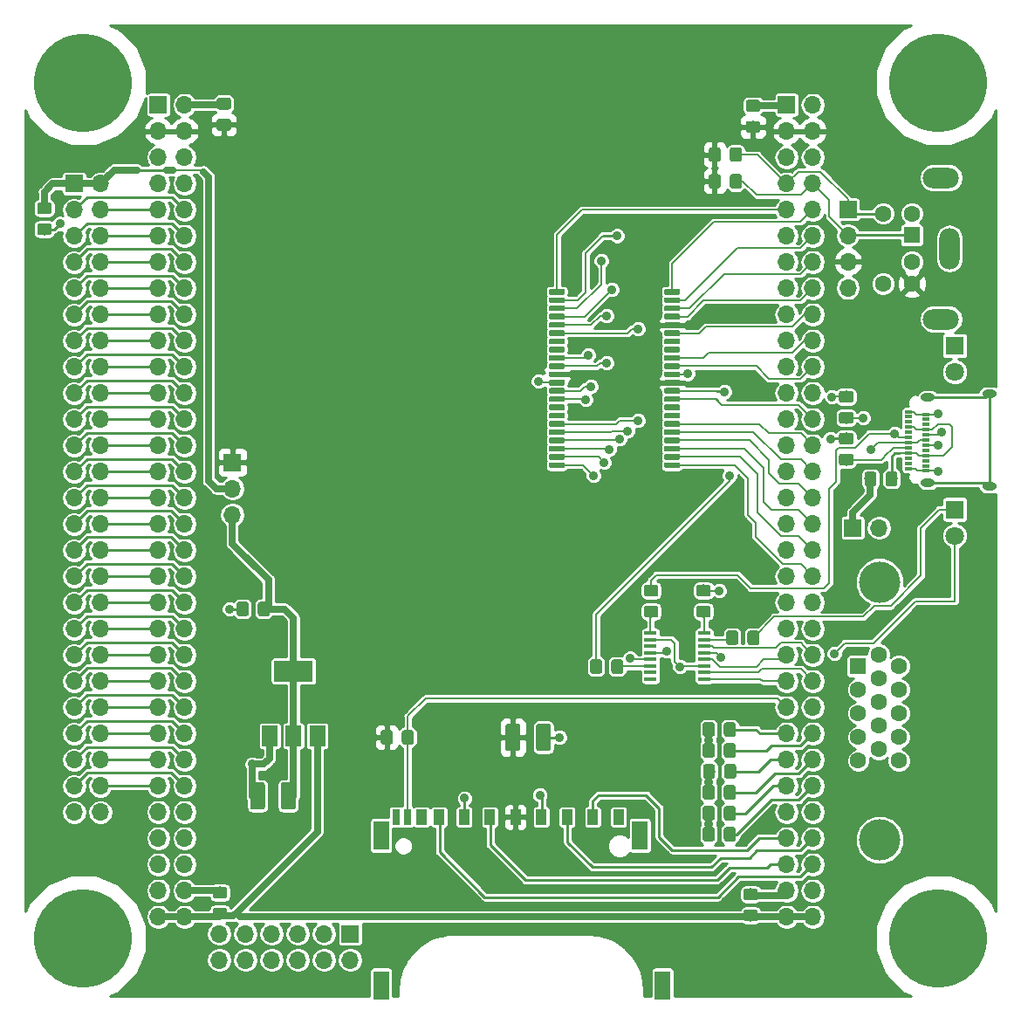
<source format=gbr>
G04 #@! TF.GenerationSoftware,KiCad,Pcbnew,(5.0.2)-1*
G04 #@! TF.CreationDate,2019-12-01T08:35:55-05:00*
G04 #@! TF.ProjectId,RETRO-EP4CE15,52455452-4f2d-4455-9034-434531352e6b,1*
G04 #@! TF.SameCoordinates,Original*
G04 #@! TF.FileFunction,Copper,L1,Top*
G04 #@! TF.FilePolarity,Positive*
%FSLAX46Y46*%
G04 Gerber Fmt 4.6, Leading zero omitted, Abs format (unit mm)*
G04 Created by KiCad (PCBNEW (5.0.2)-1) date 12/1/2019 8:35:55 AM*
%MOMM*%
%LPD*%
G01*
G04 APERTURE LIST*
G04 #@! TA.AperFunction,ComponentPad*
%ADD10R,1.600000X1.600000*%
G04 #@! TD*
G04 #@! TA.AperFunction,ComponentPad*
%ADD11C,1.600000*%
G04 #@! TD*
G04 #@! TA.AperFunction,ComponentPad*
%ADD12C,4.000000*%
G04 #@! TD*
G04 #@! TA.AperFunction,Conductor*
%ADD13C,0.152400*%
G04 #@! TD*
G04 #@! TA.AperFunction,SMDPad,CuDef*
%ADD14C,1.150000*%
G04 #@! TD*
G04 #@! TA.AperFunction,ComponentPad*
%ADD15C,1.800000*%
G04 #@! TD*
G04 #@! TA.AperFunction,ComponentPad*
%ADD16R,1.800000X1.800000*%
G04 #@! TD*
G04 #@! TA.AperFunction,ComponentPad*
%ADD17O,1.700000X1.700000*%
G04 #@! TD*
G04 #@! TA.AperFunction,ComponentPad*
%ADD18R,1.700000X1.700000*%
G04 #@! TD*
G04 #@! TA.AperFunction,ComponentPad*
%ADD19O,3.500000X2.000000*%
G04 #@! TD*
G04 #@! TA.AperFunction,ComponentPad*
%ADD20O,2.000000X4.000000*%
G04 #@! TD*
G04 #@! TA.AperFunction,ComponentPad*
%ADD21C,9.525000*%
G04 #@! TD*
G04 #@! TA.AperFunction,SMDPad,CuDef*
%ADD22R,3.800000X2.000000*%
G04 #@! TD*
G04 #@! TA.AperFunction,SMDPad,CuDef*
%ADD23R,1.500000X2.000000*%
G04 #@! TD*
G04 #@! TA.AperFunction,SMDPad,CuDef*
%ADD24R,1.200000X0.400000*%
G04 #@! TD*
G04 #@! TA.AperFunction,SMDPad,CuDef*
%ADD25R,0.700000X1.500000*%
G04 #@! TD*
G04 #@! TA.AperFunction,SMDPad,CuDef*
%ADD26R,1.000000X1.500000*%
G04 #@! TD*
G04 #@! TA.AperFunction,SMDPad,CuDef*
%ADD27R,1.500000X2.800000*%
G04 #@! TD*
G04 #@! TA.AperFunction,ComponentPad*
%ADD28O,1.400000X0.800000*%
G04 #@! TD*
G04 #@! TA.AperFunction,SMDPad,CuDef*
%ADD29R,0.700000X0.300000*%
G04 #@! TD*
G04 #@! TA.AperFunction,SMDPad,CuDef*
%ADD30C,0.550000*%
G04 #@! TD*
G04 #@! TA.AperFunction,SMDPad,CuDef*
%ADD31C,1.425000*%
G04 #@! TD*
G04 #@! TA.AperFunction,ViaPad*
%ADD32C,0.889000*%
G04 #@! TD*
G04 #@! TA.AperFunction,Conductor*
%ADD33C,0.635000*%
G04 #@! TD*
G04 #@! TA.AperFunction,Conductor*
%ADD34C,0.254000*%
G04 #@! TD*
G04 #@! TA.AperFunction,Conductor*
%ADD35C,0.203200*%
G04 #@! TD*
G04 APERTURE END LIST*
D10*
G04 #@! TO.P,P1,1*
G04 #@! TO.N,Net-(P1-Pad1)*
X91211400Y-72618600D03*
D11*
G04 #@! TO.P,P1,2*
G04 #@! TO.N,Net-(P1-Pad2)*
X91211400Y-74908600D03*
G04 #@! TO.P,P1,3*
G04 #@! TO.N,Net-(P1-Pad3)*
X91211400Y-77198600D03*
G04 #@! TO.P,P1,4*
G04 #@! TO.N,N/C*
X91211400Y-79488600D03*
G04 #@! TO.P,P1,5*
G04 #@! TO.N,GND*
X91211400Y-81778600D03*
G04 #@! TO.P,P1,6*
X93191400Y-71473600D03*
G04 #@! TO.P,P1,7*
X93191400Y-73763600D03*
G04 #@! TO.P,P1,8*
X93191400Y-76053600D03*
G04 #@! TO.P,P1,9*
G04 #@! TO.N,N/C*
X93191400Y-78343600D03*
G04 #@! TO.P,P1,10*
G04 #@! TO.N,GND*
X93191400Y-80633600D03*
G04 #@! TO.P,P1,11*
G04 #@! TO.N,N/C*
X95171400Y-72618600D03*
G04 #@! TO.P,P1,12*
X95171400Y-74908600D03*
G04 #@! TO.P,P1,13*
G04 #@! TO.N,/HSYNC*
X95171400Y-77198600D03*
G04 #@! TO.P,P1,14*
G04 #@! TO.N,/VSYNC*
X95171400Y-79488600D03*
G04 #@! TO.P,P1,15*
G04 #@! TO.N,N/C*
X95171400Y-81778600D03*
D12*
G04 #@! TO.P,P1,0*
X93261400Y-89433600D03*
X93261400Y-64433600D03*
G04 #@! TD*
D13*
G04 #@! TO.N,/T1*
G04 #@! TO.C,R7*
G36*
X79334505Y-69151204D02*
X79358773Y-69154804D01*
X79382572Y-69160765D01*
X79405671Y-69169030D01*
X79427850Y-69179520D01*
X79448893Y-69192132D01*
X79468599Y-69206747D01*
X79486777Y-69223223D01*
X79503253Y-69241401D01*
X79517868Y-69261107D01*
X79530480Y-69282150D01*
X79540970Y-69304329D01*
X79549235Y-69327428D01*
X79555196Y-69351227D01*
X79558796Y-69375495D01*
X79560000Y-69399999D01*
X79560000Y-70300001D01*
X79558796Y-70324505D01*
X79555196Y-70348773D01*
X79549235Y-70372572D01*
X79540970Y-70395671D01*
X79530480Y-70417850D01*
X79517868Y-70438893D01*
X79503253Y-70458599D01*
X79486777Y-70476777D01*
X79468599Y-70493253D01*
X79448893Y-70507868D01*
X79427850Y-70520480D01*
X79405671Y-70530970D01*
X79382572Y-70539235D01*
X79358773Y-70545196D01*
X79334505Y-70548796D01*
X79310001Y-70550000D01*
X78659999Y-70550000D01*
X78635495Y-70548796D01*
X78611227Y-70545196D01*
X78587428Y-70539235D01*
X78564329Y-70530970D01*
X78542150Y-70520480D01*
X78521107Y-70507868D01*
X78501401Y-70493253D01*
X78483223Y-70476777D01*
X78466747Y-70458599D01*
X78452132Y-70438893D01*
X78439520Y-70417850D01*
X78429030Y-70395671D01*
X78420765Y-70372572D01*
X78414804Y-70348773D01*
X78411204Y-70324505D01*
X78410000Y-70300001D01*
X78410000Y-69399999D01*
X78411204Y-69375495D01*
X78414804Y-69351227D01*
X78420765Y-69327428D01*
X78429030Y-69304329D01*
X78439520Y-69282150D01*
X78452132Y-69261107D01*
X78466747Y-69241401D01*
X78483223Y-69223223D01*
X78501401Y-69206747D01*
X78521107Y-69192132D01*
X78542150Y-69179520D01*
X78564329Y-69169030D01*
X78587428Y-69160765D01*
X78611227Y-69154804D01*
X78635495Y-69151204D01*
X78659999Y-69150000D01*
X79310001Y-69150000D01*
X79334505Y-69151204D01*
X79334505Y-69151204D01*
G37*
D14*
G04 #@! TD*
G04 #@! TO.P,R7,1*
G04 #@! TO.N,/T1*
X78985000Y-69850000D03*
D13*
G04 #@! TO.N,/TX*
G04 #@! TO.C,R7*
G36*
X81384505Y-69151204D02*
X81408773Y-69154804D01*
X81432572Y-69160765D01*
X81455671Y-69169030D01*
X81477850Y-69179520D01*
X81498893Y-69192132D01*
X81518599Y-69206747D01*
X81536777Y-69223223D01*
X81553253Y-69241401D01*
X81567868Y-69261107D01*
X81580480Y-69282150D01*
X81590970Y-69304329D01*
X81599235Y-69327428D01*
X81605196Y-69351227D01*
X81608796Y-69375495D01*
X81610000Y-69399999D01*
X81610000Y-70300001D01*
X81608796Y-70324505D01*
X81605196Y-70348773D01*
X81599235Y-70372572D01*
X81590970Y-70395671D01*
X81580480Y-70417850D01*
X81567868Y-70438893D01*
X81553253Y-70458599D01*
X81536777Y-70476777D01*
X81518599Y-70493253D01*
X81498893Y-70507868D01*
X81477850Y-70520480D01*
X81455671Y-70530970D01*
X81432572Y-70539235D01*
X81408773Y-70545196D01*
X81384505Y-70548796D01*
X81360001Y-70550000D01*
X80709999Y-70550000D01*
X80685495Y-70548796D01*
X80661227Y-70545196D01*
X80637428Y-70539235D01*
X80614329Y-70530970D01*
X80592150Y-70520480D01*
X80571107Y-70507868D01*
X80551401Y-70493253D01*
X80533223Y-70476777D01*
X80516747Y-70458599D01*
X80502132Y-70438893D01*
X80489520Y-70417850D01*
X80479030Y-70395671D01*
X80470765Y-70372572D01*
X80464804Y-70348773D01*
X80461204Y-70324505D01*
X80460000Y-70300001D01*
X80460000Y-69399999D01*
X80461204Y-69375495D01*
X80464804Y-69351227D01*
X80470765Y-69327428D01*
X80479030Y-69304329D01*
X80489520Y-69282150D01*
X80502132Y-69261107D01*
X80516747Y-69241401D01*
X80533223Y-69223223D01*
X80551401Y-69206747D01*
X80571107Y-69192132D01*
X80592150Y-69179520D01*
X80614329Y-69169030D01*
X80637428Y-69160765D01*
X80661227Y-69154804D01*
X80685495Y-69151204D01*
X80709999Y-69150000D01*
X81360001Y-69150000D01*
X81384505Y-69151204D01*
X81384505Y-69151204D01*
G37*
D14*
G04 #@! TD*
G04 #@! TO.P,R7,2*
G04 #@! TO.N,/TX*
X81035000Y-69850000D03*
D13*
G04 #@! TO.N,/PS2DAT*
G04 #@! TO.C,R2*
G36*
X79682705Y-24879004D02*
X79706973Y-24882604D01*
X79730772Y-24888565D01*
X79753871Y-24896830D01*
X79776050Y-24907320D01*
X79797093Y-24919932D01*
X79816799Y-24934547D01*
X79834977Y-24951023D01*
X79851453Y-24969201D01*
X79866068Y-24988907D01*
X79878680Y-25009950D01*
X79889170Y-25032129D01*
X79897435Y-25055228D01*
X79903396Y-25079027D01*
X79906996Y-25103295D01*
X79908200Y-25127799D01*
X79908200Y-26027801D01*
X79906996Y-26052305D01*
X79903396Y-26076573D01*
X79897435Y-26100372D01*
X79889170Y-26123471D01*
X79878680Y-26145650D01*
X79866068Y-26166693D01*
X79851453Y-26186399D01*
X79834977Y-26204577D01*
X79816799Y-26221053D01*
X79797093Y-26235668D01*
X79776050Y-26248280D01*
X79753871Y-26258770D01*
X79730772Y-26267035D01*
X79706973Y-26272996D01*
X79682705Y-26276596D01*
X79658201Y-26277800D01*
X79008199Y-26277800D01*
X78983695Y-26276596D01*
X78959427Y-26272996D01*
X78935628Y-26267035D01*
X78912529Y-26258770D01*
X78890350Y-26248280D01*
X78869307Y-26235668D01*
X78849601Y-26221053D01*
X78831423Y-26204577D01*
X78814947Y-26186399D01*
X78800332Y-26166693D01*
X78787720Y-26145650D01*
X78777230Y-26123471D01*
X78768965Y-26100372D01*
X78763004Y-26076573D01*
X78759404Y-26052305D01*
X78758200Y-26027801D01*
X78758200Y-25127799D01*
X78759404Y-25103295D01*
X78763004Y-25079027D01*
X78768965Y-25055228D01*
X78777230Y-25032129D01*
X78787720Y-25009950D01*
X78800332Y-24988907D01*
X78814947Y-24969201D01*
X78831423Y-24951023D01*
X78849601Y-24934547D01*
X78869307Y-24919932D01*
X78890350Y-24907320D01*
X78912529Y-24896830D01*
X78935628Y-24888565D01*
X78959427Y-24882604D01*
X78983695Y-24879004D01*
X79008199Y-24877800D01*
X79658201Y-24877800D01*
X79682705Y-24879004D01*
X79682705Y-24879004D01*
G37*
D14*
G04 #@! TD*
G04 #@! TO.P,R2,1*
G04 #@! TO.N,/PS2DAT*
X79333200Y-25577800D03*
D13*
G04 #@! TO.N,+3V3*
G04 #@! TO.C,R2*
G36*
X77632705Y-24879004D02*
X77656973Y-24882604D01*
X77680772Y-24888565D01*
X77703871Y-24896830D01*
X77726050Y-24907320D01*
X77747093Y-24919932D01*
X77766799Y-24934547D01*
X77784977Y-24951023D01*
X77801453Y-24969201D01*
X77816068Y-24988907D01*
X77828680Y-25009950D01*
X77839170Y-25032129D01*
X77847435Y-25055228D01*
X77853396Y-25079027D01*
X77856996Y-25103295D01*
X77858200Y-25127799D01*
X77858200Y-26027801D01*
X77856996Y-26052305D01*
X77853396Y-26076573D01*
X77847435Y-26100372D01*
X77839170Y-26123471D01*
X77828680Y-26145650D01*
X77816068Y-26166693D01*
X77801453Y-26186399D01*
X77784977Y-26204577D01*
X77766799Y-26221053D01*
X77747093Y-26235668D01*
X77726050Y-26248280D01*
X77703871Y-26258770D01*
X77680772Y-26267035D01*
X77656973Y-26272996D01*
X77632705Y-26276596D01*
X77608201Y-26277800D01*
X76958199Y-26277800D01*
X76933695Y-26276596D01*
X76909427Y-26272996D01*
X76885628Y-26267035D01*
X76862529Y-26258770D01*
X76840350Y-26248280D01*
X76819307Y-26235668D01*
X76799601Y-26221053D01*
X76781423Y-26204577D01*
X76764947Y-26186399D01*
X76750332Y-26166693D01*
X76737720Y-26145650D01*
X76727230Y-26123471D01*
X76718965Y-26100372D01*
X76713004Y-26076573D01*
X76709404Y-26052305D01*
X76708200Y-26027801D01*
X76708200Y-25127799D01*
X76709404Y-25103295D01*
X76713004Y-25079027D01*
X76718965Y-25055228D01*
X76727230Y-25032129D01*
X76737720Y-25009950D01*
X76750332Y-24988907D01*
X76764947Y-24969201D01*
X76781423Y-24951023D01*
X76799601Y-24934547D01*
X76819307Y-24919932D01*
X76840350Y-24907320D01*
X76862529Y-24896830D01*
X76885628Y-24888565D01*
X76909427Y-24882604D01*
X76933695Y-24879004D01*
X76958199Y-24877800D01*
X77608201Y-24877800D01*
X77632705Y-24879004D01*
X77632705Y-24879004D01*
G37*
D14*
G04 #@! TD*
G04 #@! TO.P,R2,2*
G04 #@! TO.N,+3V3*
X77283200Y-25577800D03*
D15*
G04 #@! TO.P,D2,2*
G04 #@! TO.N,Net-(D1-Pad2)*
X100584000Y-44069000D03*
D16*
G04 #@! TO.P,D2,1*
G04 #@! TO.N,/RX*
X100584000Y-41529000D03*
G04 #@! TD*
D17*
G04 #@! TO.P,J7,64*
G04 #@! TO.N,+5V*
X86790000Y-96906000D03*
G04 #@! TO.P,J7,63*
X84250000Y-96906000D03*
G04 #@! TO.P,J7,62*
G04 #@! TO.N,GND*
X86790000Y-94366000D03*
G04 #@! TO.P,J7,61*
X84250000Y-94366000D03*
G04 #@! TO.P,J7,60*
G04 #@! TO.N,/MISO*
X86790000Y-91826000D03*
G04 #@! TO.P,J7,59*
G04 #@! TO.N,/SCLK*
X84250000Y-91826000D03*
G04 #@! TO.P,J7,58*
G04 #@! TO.N,/MOSI*
X86790000Y-89286000D03*
G04 #@! TO.P,J7,57*
G04 #@! TO.N,/SDCS*
X84250000Y-89286000D03*
G04 #@! TO.P,J7,56*
G04 #@! TO.N,/VSYNC*
X86790000Y-86746000D03*
G04 #@! TO.P,J7,55*
G04 #@! TO.N,/HSYNC*
X84250000Y-86746000D03*
G04 #@! TO.P,J7,54*
G04 #@! TO.N,/BLUHI*
X86790000Y-84206000D03*
G04 #@! TO.P,J7,53*
G04 #@! TO.N,/BLULO*
X84250000Y-84206000D03*
G04 #@! TO.P,J7,52*
G04 #@! TO.N,/GRNHI*
X86790000Y-81666000D03*
G04 #@! TO.P,J7,51*
G04 #@! TO.N,/GRNLO*
X84250000Y-81666000D03*
G04 #@! TO.P,J7,50*
G04 #@! TO.N,/REDHI*
X86790000Y-79126000D03*
G04 #@! TO.P,J7,49*
G04 #@! TO.N,/REDLO*
X84250000Y-79126000D03*
G04 #@! TO.P,J7,48*
G04 #@! TO.N,N/C*
X86790000Y-76586000D03*
G04 #@! TO.P,J7,47*
G04 #@! TO.N,/CARDET*
X84250000Y-76586000D03*
G04 #@! TO.P,J7,46*
G04 #@! TO.N,/URTS*
X86790000Y-74046000D03*
G04 #@! TO.P,J7,45*
G04 #@! TO.N,/UTX*
X84250000Y-74046000D03*
G04 #@! TO.P,J7,44*
G04 #@! TO.N,/UCTS*
X86790000Y-71506000D03*
G04 #@! TO.P,J7,43*
G04 #@! TO.N,/URX*
X84250000Y-71506000D03*
G04 #@! TO.P,J7,42*
G04 #@! TO.N,N/C*
X86790000Y-68966000D03*
G04 #@! TO.P,J7,41*
X84250000Y-68966000D03*
G04 #@! TO.P,J7,40*
G04 #@! TO.N,/SRAMA15*
X86790000Y-66426000D03*
G04 #@! TO.P,J7,39*
G04 #@! TO.N,N/C*
X84250000Y-66426000D03*
G04 #@! TO.P,J7,38*
G04 #@! TO.N,/SRAMA14*
X86790000Y-63886000D03*
G04 #@! TO.P,J7,37*
G04 #@! TO.N,/SRAMA16*
X84250000Y-63886000D03*
G04 #@! TO.P,J7,36*
G04 #@! TO.N,/SRAMA13*
X86790000Y-61346000D03*
G04 #@! TO.P,J7,35*
G04 #@! TO.N,/SRAMA17*
X84250000Y-61346000D03*
G04 #@! TO.P,J7,34*
G04 #@! TO.N,/SRAMA12*
X86790000Y-58806000D03*
G04 #@! TO.P,J7,33*
G04 #@! TO.N,/SRAMA18*
X84250000Y-58806000D03*
G04 #@! TO.P,J7,32*
G04 #@! TO.N,/SRAMA11*
X86790000Y-56266000D03*
G04 #@! TO.P,J7,31*
G04 #@! TO.N,/SRAMA19*
X84250000Y-56266000D03*
G04 #@! TO.P,J7,30*
G04 #@! TO.N,/SRAMA10*
X86790000Y-53726000D03*
G04 #@! TO.P,J7,29*
G04 #@! TO.N,/~SRAMWE*
X84250000Y-53726000D03*
G04 #@! TO.P,J7,28*
G04 #@! TO.N,/SRAMA9*
X86790000Y-51186000D03*
G04 #@! TO.P,J7,27*
G04 #@! TO.N,/SRAMD3*
X84250000Y-51186000D03*
G04 #@! TO.P,J7,26*
G04 #@! TO.N,/SRAMD4*
X86790000Y-48646000D03*
G04 #@! TO.P,J7,25*
G04 #@! TO.N,/SRAMD2*
X84250000Y-48646000D03*
G04 #@! TO.P,J7,24*
G04 #@! TO.N,/SRAMD5*
X86790000Y-46106000D03*
G04 #@! TO.P,J7,23*
G04 #@! TO.N,/SRAMD1*
X84250000Y-46106000D03*
G04 #@! TO.P,J7,22*
G04 #@! TO.N,/SRAMD6*
X86790000Y-43566000D03*
G04 #@! TO.P,J7,21*
G04 #@! TO.N,/SRAMD0*
X84250000Y-43566000D03*
G04 #@! TO.P,J7,20*
G04 #@! TO.N,/SRAMD7*
X86790000Y-41026000D03*
G04 #@! TO.P,J7,19*
G04 #@! TO.N,/~SRAMCS*
X84250000Y-41026000D03*
G04 #@! TO.P,J7,18*
G04 #@! TO.N,/SRAMA8*
X86790000Y-38486000D03*
G04 #@! TO.P,J7,17*
G04 #@! TO.N,/SRAMA0*
X84250000Y-38486000D03*
G04 #@! TO.P,J7,16*
G04 #@! TO.N,/~SRAMOE*
X86790000Y-35946000D03*
G04 #@! TO.P,J7,15*
G04 #@! TO.N,/SRAMA1*
X84250000Y-35946000D03*
G04 #@! TO.P,J7,14*
G04 #@! TO.N,/SRAMA7*
X86790000Y-33406000D03*
G04 #@! TO.P,J7,13*
G04 #@! TO.N,/SRAMA2*
X84250000Y-33406000D03*
G04 #@! TO.P,J7,12*
G04 #@! TO.N,/SRAMA6*
X86790000Y-30866000D03*
G04 #@! TO.P,J7,11*
G04 #@! TO.N,/SRAMA3*
X84250000Y-30866000D03*
G04 #@! TO.P,J7,10*
G04 #@! TO.N,/SRAMA5*
X86790000Y-28326000D03*
G04 #@! TO.P,J7,9*
G04 #@! TO.N,/SRAMA4*
X84250000Y-28326000D03*
G04 #@! TO.P,J7,8*
G04 #@! TO.N,/PS2DAT*
X86790000Y-25786000D03*
G04 #@! TO.P,J7,7*
G04 #@! TO.N,/PS2CLK*
X84250000Y-25786000D03*
G04 #@! TO.P,J7,6*
G04 #@! TO.N,GND*
X86790000Y-23246000D03*
G04 #@! TO.P,J7,5*
X84250000Y-23246000D03*
G04 #@! TO.P,J7,4*
G04 #@! TO.N,+3V3*
X86790000Y-20706000D03*
G04 #@! TO.P,J7,3*
X84250000Y-20706000D03*
G04 #@! TO.P,J7,2*
G04 #@! TO.N,GND*
X86790000Y-18166000D03*
D18*
G04 #@! TO.P,J7,1*
X84250000Y-18166000D03*
G04 #@! TD*
D17*
G04 #@! TO.P,J8,64*
G04 #@! TO.N,+5V*
X25850000Y-96906000D03*
G04 #@! TO.P,J8,63*
X23310000Y-96906000D03*
G04 #@! TO.P,J8,62*
G04 #@! TO.N,GND*
X25850000Y-94366000D03*
G04 #@! TO.P,J8,61*
X23310000Y-94366000D03*
G04 #@! TO.P,J8,60*
G04 #@! TO.N,/J8P60*
X25850000Y-91826000D03*
G04 #@! TO.P,J8,59*
G04 #@! TO.N,/J8P59*
X23310000Y-91826000D03*
G04 #@! TO.P,J8,58*
G04 #@! TO.N,/J8P58*
X25850000Y-89286000D03*
G04 #@! TO.P,J8,57*
G04 #@! TO.N,/J8P57*
X23310000Y-89286000D03*
G04 #@! TO.P,J8,56*
G04 #@! TO.N,/J8P56*
X25850000Y-86746000D03*
G04 #@! TO.P,J8,55*
G04 #@! TO.N,/J8P55*
X23310000Y-86746000D03*
G04 #@! TO.P,J8,54*
G04 #@! TO.N,/IO_C21*
X25850000Y-84206000D03*
G04 #@! TO.P,J8,53*
G04 #@! TO.N,/IO_C22*
X23310000Y-84206000D03*
G04 #@! TO.P,J8,52*
G04 #@! TO.N,/IO_D21*
X25850000Y-81666000D03*
G04 #@! TO.P,J8,51*
G04 #@! TO.N,/IO_D22*
X23310000Y-81666000D03*
G04 #@! TO.P,J8,50*
G04 #@! TO.N,/IO_E21*
X25850000Y-79126000D03*
G04 #@! TO.P,J8,49*
G04 #@! TO.N,/IO_E22*
X23310000Y-79126000D03*
G04 #@! TO.P,J8,48*
G04 #@! TO.N,/IO_F21*
X25850000Y-76586000D03*
G04 #@! TO.P,J8,47*
G04 #@! TO.N,/IO_F22*
X23310000Y-76586000D03*
G04 #@! TO.P,J8,46*
G04 #@! TO.N,/IO_H21*
X25850000Y-74046000D03*
G04 #@! TO.P,J8,45*
G04 #@! TO.N,/IO_H22*
X23310000Y-74046000D03*
G04 #@! TO.P,J8,44*
G04 #@! TO.N,/IO_J21*
X25850000Y-71506000D03*
G04 #@! TO.P,J8,43*
G04 #@! TO.N,/IO_J22*
X23310000Y-71506000D03*
G04 #@! TO.P,J8,42*
G04 #@! TO.N,/IO_K21*
X25850000Y-68966000D03*
G04 #@! TO.P,J8,41*
G04 #@! TO.N,/IO_K22*
X23310000Y-68966000D03*
G04 #@! TO.P,J8,40*
G04 #@! TO.N,/IO_L21*
X25850000Y-66426000D03*
G04 #@! TO.P,J8,39*
G04 #@! TO.N,/IO_L22*
X23310000Y-66426000D03*
G04 #@! TO.P,J8,38*
G04 #@! TO.N,/IO_M21*
X25850000Y-63886000D03*
G04 #@! TO.P,J8,37*
G04 #@! TO.N,/IO_M22*
X23310000Y-63886000D03*
G04 #@! TO.P,J8,36*
G04 #@! TO.N,/IO_N21*
X25850000Y-61346000D03*
G04 #@! TO.P,J8,35*
G04 #@! TO.N,/IO_N11*
X23310000Y-61346000D03*
G04 #@! TO.P,J8,34*
G04 #@! TO.N,/IO_P21*
X25850000Y-58806000D03*
G04 #@! TO.P,J8,33*
G04 #@! TO.N,/IO_P22*
X23310000Y-58806000D03*
G04 #@! TO.P,J8,32*
G04 #@! TO.N,/IO_R21*
X25850000Y-56266000D03*
G04 #@! TO.P,J8,31*
G04 #@! TO.N,/IO_R22*
X23310000Y-56266000D03*
G04 #@! TO.P,J8,30*
G04 #@! TO.N,/IO_U21*
X25850000Y-53726000D03*
G04 #@! TO.P,J8,29*
G04 #@! TO.N,/IO_U22*
X23310000Y-53726000D03*
G04 #@! TO.P,J8,28*
G04 #@! TO.N,/IO_V21*
X25850000Y-51186000D03*
G04 #@! TO.P,J8,27*
G04 #@! TO.N,/IO_V22*
X23310000Y-51186000D03*
G04 #@! TO.P,J8,26*
G04 #@! TO.N,/IO_W21*
X25850000Y-48646000D03*
G04 #@! TO.P,J8,25*
G04 #@! TO.N,/IO_W22*
X23310000Y-48646000D03*
G04 #@! TO.P,J8,24*
G04 #@! TO.N,/IO_Y21*
X25850000Y-46106000D03*
G04 #@! TO.P,J8,23*
G04 #@! TO.N,/IO_Y22*
X23310000Y-46106000D03*
G04 #@! TO.P,J8,22*
G04 #@! TO.N,/IO_AB20*
X25850000Y-43566000D03*
G04 #@! TO.P,J8,21*
G04 #@! TO.N,/IO_AA20*
X23310000Y-43566000D03*
G04 #@! TO.P,J8,20*
G04 #@! TO.N,/IO_AB19*
X25850000Y-41026000D03*
G04 #@! TO.P,J8,19*
G04 #@! TO.N,/IO_AA19*
X23310000Y-41026000D03*
G04 #@! TO.P,J8,18*
G04 #@! TO.N,/IO_AB18*
X25850000Y-38486000D03*
G04 #@! TO.P,J8,17*
G04 #@! TO.N,/IO_AA18*
X23310000Y-38486000D03*
G04 #@! TO.P,J8,16*
G04 #@! TO.N,/IO_AB17*
X25850000Y-35946000D03*
G04 #@! TO.P,J8,15*
G04 #@! TO.N,/IO_AA17*
X23310000Y-35946000D03*
G04 #@! TO.P,J8,14*
G04 #@! TO.N,/IO_AB16*
X25850000Y-33406000D03*
G04 #@! TO.P,J8,13*
G04 #@! TO.N,/IO_AA16*
X23310000Y-33406000D03*
G04 #@! TO.P,J8,12*
G04 #@! TO.N,/IO_AB15*
X25850000Y-30866000D03*
G04 #@! TO.P,J8,11*
G04 #@! TO.N,/IO_AA15*
X23310000Y-30866000D03*
G04 #@! TO.P,J8,10*
G04 #@! TO.N,/IO_AB14*
X25850000Y-28326000D03*
G04 #@! TO.P,J8,9*
G04 #@! TO.N,/IO_AA14*
X23310000Y-28326000D03*
G04 #@! TO.P,J8,8*
G04 #@! TO.N,N/C*
X25850000Y-25786000D03*
G04 #@! TO.P,J8,7*
X23310000Y-25786000D03*
G04 #@! TO.P,J8,6*
G04 #@! TO.N,GND*
X25850000Y-23246000D03*
G04 #@! TO.P,J8,5*
X23310000Y-23246000D03*
G04 #@! TO.P,J8,4*
G04 #@! TO.N,+3V3*
X25850000Y-20706000D03*
G04 #@! TO.P,J8,3*
X23310000Y-20706000D03*
G04 #@! TO.P,J8,2*
G04 #@! TO.N,GND*
X25850000Y-18166000D03*
D18*
G04 #@! TO.P,J8,1*
X23310000Y-18166000D03*
G04 #@! TD*
D13*
G04 #@! TO.N,+3V3*
G04 #@! TO.C,R1*
G36*
X77632705Y-22288204D02*
X77656973Y-22291804D01*
X77680772Y-22297765D01*
X77703871Y-22306030D01*
X77726050Y-22316520D01*
X77747093Y-22329132D01*
X77766799Y-22343747D01*
X77784977Y-22360223D01*
X77801453Y-22378401D01*
X77816068Y-22398107D01*
X77828680Y-22419150D01*
X77839170Y-22441329D01*
X77847435Y-22464428D01*
X77853396Y-22488227D01*
X77856996Y-22512495D01*
X77858200Y-22536999D01*
X77858200Y-23437001D01*
X77856996Y-23461505D01*
X77853396Y-23485773D01*
X77847435Y-23509572D01*
X77839170Y-23532671D01*
X77828680Y-23554850D01*
X77816068Y-23575893D01*
X77801453Y-23595599D01*
X77784977Y-23613777D01*
X77766799Y-23630253D01*
X77747093Y-23644868D01*
X77726050Y-23657480D01*
X77703871Y-23667970D01*
X77680772Y-23676235D01*
X77656973Y-23682196D01*
X77632705Y-23685796D01*
X77608201Y-23687000D01*
X76958199Y-23687000D01*
X76933695Y-23685796D01*
X76909427Y-23682196D01*
X76885628Y-23676235D01*
X76862529Y-23667970D01*
X76840350Y-23657480D01*
X76819307Y-23644868D01*
X76799601Y-23630253D01*
X76781423Y-23613777D01*
X76764947Y-23595599D01*
X76750332Y-23575893D01*
X76737720Y-23554850D01*
X76727230Y-23532671D01*
X76718965Y-23509572D01*
X76713004Y-23485773D01*
X76709404Y-23461505D01*
X76708200Y-23437001D01*
X76708200Y-22536999D01*
X76709404Y-22512495D01*
X76713004Y-22488227D01*
X76718965Y-22464428D01*
X76727230Y-22441329D01*
X76737720Y-22419150D01*
X76750332Y-22398107D01*
X76764947Y-22378401D01*
X76781423Y-22360223D01*
X76799601Y-22343747D01*
X76819307Y-22329132D01*
X76840350Y-22316520D01*
X76862529Y-22306030D01*
X76885628Y-22297765D01*
X76909427Y-22291804D01*
X76933695Y-22288204D01*
X76958199Y-22287000D01*
X77608201Y-22287000D01*
X77632705Y-22288204D01*
X77632705Y-22288204D01*
G37*
D14*
G04 #@! TD*
G04 #@! TO.P,R1,2*
G04 #@! TO.N,+3V3*
X77283200Y-22987000D03*
D13*
G04 #@! TO.N,/PS2CLK*
G04 #@! TO.C,R1*
G36*
X79682705Y-22288204D02*
X79706973Y-22291804D01*
X79730772Y-22297765D01*
X79753871Y-22306030D01*
X79776050Y-22316520D01*
X79797093Y-22329132D01*
X79816799Y-22343747D01*
X79834977Y-22360223D01*
X79851453Y-22378401D01*
X79866068Y-22398107D01*
X79878680Y-22419150D01*
X79889170Y-22441329D01*
X79897435Y-22464428D01*
X79903396Y-22488227D01*
X79906996Y-22512495D01*
X79908200Y-22536999D01*
X79908200Y-23437001D01*
X79906996Y-23461505D01*
X79903396Y-23485773D01*
X79897435Y-23509572D01*
X79889170Y-23532671D01*
X79878680Y-23554850D01*
X79866068Y-23575893D01*
X79851453Y-23595599D01*
X79834977Y-23613777D01*
X79816799Y-23630253D01*
X79797093Y-23644868D01*
X79776050Y-23657480D01*
X79753871Y-23667970D01*
X79730772Y-23676235D01*
X79706973Y-23682196D01*
X79682705Y-23685796D01*
X79658201Y-23687000D01*
X79008199Y-23687000D01*
X78983695Y-23685796D01*
X78959427Y-23682196D01*
X78935628Y-23676235D01*
X78912529Y-23667970D01*
X78890350Y-23657480D01*
X78869307Y-23644868D01*
X78849601Y-23630253D01*
X78831423Y-23613777D01*
X78814947Y-23595599D01*
X78800332Y-23575893D01*
X78787720Y-23554850D01*
X78777230Y-23532671D01*
X78768965Y-23509572D01*
X78763004Y-23485773D01*
X78759404Y-23461505D01*
X78758200Y-23437001D01*
X78758200Y-22536999D01*
X78759404Y-22512495D01*
X78763004Y-22488227D01*
X78768965Y-22464428D01*
X78777230Y-22441329D01*
X78787720Y-22419150D01*
X78800332Y-22398107D01*
X78814947Y-22378401D01*
X78831423Y-22360223D01*
X78849601Y-22343747D01*
X78869307Y-22329132D01*
X78890350Y-22316520D01*
X78912529Y-22306030D01*
X78935628Y-22297765D01*
X78959427Y-22291804D01*
X78983695Y-22288204D01*
X79008199Y-22287000D01*
X79658201Y-22287000D01*
X79682705Y-22288204D01*
X79682705Y-22288204D01*
G37*
D14*
G04 #@! TD*
G04 #@! TO.P,R1,1*
G04 #@! TO.N,/PS2CLK*
X79333200Y-22987000D03*
D19*
G04 #@! TO.P,P2,7*
G04 #@! TO.N,N/C*
X99250000Y-38950000D03*
X99250000Y-25250000D03*
D10*
G04 #@! TO.P,P2,1*
G04 #@! TO.N,/PS2DAT*
X96400000Y-30800000D03*
D11*
G04 #@! TO.P,P2,2*
G04 #@! TO.N,N/C*
X96400000Y-33400000D03*
G04 #@! TO.P,P2,3*
G04 #@! TO.N,GND*
X96400000Y-28700000D03*
G04 #@! TO.P,P2,4*
G04 #@! TO.N,+3V3*
X96400000Y-35500000D03*
G04 #@! TO.P,P2,5*
G04 #@! TO.N,/PS2CLK*
X93600000Y-28700000D03*
G04 #@! TO.P,P2,6*
G04 #@! TO.N,N/C*
X93600000Y-35500000D03*
D20*
G04 #@! TO.P,P2,7*
X100050000Y-32100000D03*
G04 #@! TD*
D21*
G04 #@! TO.P,MTG1,1*
G04 #@! TO.N,N/C*
X16000000Y-16000000D03*
G04 #@! TD*
G04 #@! TO.P,MTG2,1*
G04 #@! TO.N,N/C*
X99000000Y-16000000D03*
G04 #@! TD*
G04 #@! TO.P,MTG3,1*
G04 #@! TO.N,N/C*
X16000000Y-99000000D03*
G04 #@! TD*
G04 #@! TO.P,MTG?1,1*
G04 #@! TO.N,N/C*
X99000000Y-99000000D03*
G04 #@! TD*
D22*
G04 #@! TO.P,U1,4*
G04 #@! TO.N,+3.3VP*
X36423600Y-73075400D03*
D23*
G04 #@! TO.P,U1,2*
X36423600Y-79375400D03*
G04 #@! TO.P,U1,3*
G04 #@! TO.N,+5V*
X38723600Y-79375400D03*
G04 #@! TO.P,U1,1*
G04 #@! TO.N,GND*
X34123600Y-79375400D03*
G04 #@! TD*
D13*
G04 #@! TO.N,/REDLO*
G04 #@! TO.C,R9*
G36*
X79098505Y-78041204D02*
X79122773Y-78044804D01*
X79146572Y-78050765D01*
X79169671Y-78059030D01*
X79191850Y-78069520D01*
X79212893Y-78082132D01*
X79232599Y-78096747D01*
X79250777Y-78113223D01*
X79267253Y-78131401D01*
X79281868Y-78151107D01*
X79294480Y-78172150D01*
X79304970Y-78194329D01*
X79313235Y-78217428D01*
X79319196Y-78241227D01*
X79322796Y-78265495D01*
X79324000Y-78289999D01*
X79324000Y-79190001D01*
X79322796Y-79214505D01*
X79319196Y-79238773D01*
X79313235Y-79262572D01*
X79304970Y-79285671D01*
X79294480Y-79307850D01*
X79281868Y-79328893D01*
X79267253Y-79348599D01*
X79250777Y-79366777D01*
X79232599Y-79383253D01*
X79212893Y-79397868D01*
X79191850Y-79410480D01*
X79169671Y-79420970D01*
X79146572Y-79429235D01*
X79122773Y-79435196D01*
X79098505Y-79438796D01*
X79074001Y-79440000D01*
X78423999Y-79440000D01*
X78399495Y-79438796D01*
X78375227Y-79435196D01*
X78351428Y-79429235D01*
X78328329Y-79420970D01*
X78306150Y-79410480D01*
X78285107Y-79397868D01*
X78265401Y-79383253D01*
X78247223Y-79366777D01*
X78230747Y-79348599D01*
X78216132Y-79328893D01*
X78203520Y-79307850D01*
X78193030Y-79285671D01*
X78184765Y-79262572D01*
X78178804Y-79238773D01*
X78175204Y-79214505D01*
X78174000Y-79190001D01*
X78174000Y-78289999D01*
X78175204Y-78265495D01*
X78178804Y-78241227D01*
X78184765Y-78217428D01*
X78193030Y-78194329D01*
X78203520Y-78172150D01*
X78216132Y-78151107D01*
X78230747Y-78131401D01*
X78247223Y-78113223D01*
X78265401Y-78096747D01*
X78285107Y-78082132D01*
X78306150Y-78069520D01*
X78328329Y-78059030D01*
X78351428Y-78050765D01*
X78375227Y-78044804D01*
X78399495Y-78041204D01*
X78423999Y-78040000D01*
X79074001Y-78040000D01*
X79098505Y-78041204D01*
X79098505Y-78041204D01*
G37*
D14*
G04 #@! TD*
G04 #@! TO.P,R9,2*
G04 #@! TO.N,/REDLO*
X78749000Y-78740000D03*
D13*
G04 #@! TO.N,Net-(P1-Pad1)*
G04 #@! TO.C,R9*
G36*
X77048505Y-78041204D02*
X77072773Y-78044804D01*
X77096572Y-78050765D01*
X77119671Y-78059030D01*
X77141850Y-78069520D01*
X77162893Y-78082132D01*
X77182599Y-78096747D01*
X77200777Y-78113223D01*
X77217253Y-78131401D01*
X77231868Y-78151107D01*
X77244480Y-78172150D01*
X77254970Y-78194329D01*
X77263235Y-78217428D01*
X77269196Y-78241227D01*
X77272796Y-78265495D01*
X77274000Y-78289999D01*
X77274000Y-79190001D01*
X77272796Y-79214505D01*
X77269196Y-79238773D01*
X77263235Y-79262572D01*
X77254970Y-79285671D01*
X77244480Y-79307850D01*
X77231868Y-79328893D01*
X77217253Y-79348599D01*
X77200777Y-79366777D01*
X77182599Y-79383253D01*
X77162893Y-79397868D01*
X77141850Y-79410480D01*
X77119671Y-79420970D01*
X77096572Y-79429235D01*
X77072773Y-79435196D01*
X77048505Y-79438796D01*
X77024001Y-79440000D01*
X76373999Y-79440000D01*
X76349495Y-79438796D01*
X76325227Y-79435196D01*
X76301428Y-79429235D01*
X76278329Y-79420970D01*
X76256150Y-79410480D01*
X76235107Y-79397868D01*
X76215401Y-79383253D01*
X76197223Y-79366777D01*
X76180747Y-79348599D01*
X76166132Y-79328893D01*
X76153520Y-79307850D01*
X76143030Y-79285671D01*
X76134765Y-79262572D01*
X76128804Y-79238773D01*
X76125204Y-79214505D01*
X76124000Y-79190001D01*
X76124000Y-78289999D01*
X76125204Y-78265495D01*
X76128804Y-78241227D01*
X76134765Y-78217428D01*
X76143030Y-78194329D01*
X76153520Y-78172150D01*
X76166132Y-78151107D01*
X76180747Y-78131401D01*
X76197223Y-78113223D01*
X76215401Y-78096747D01*
X76235107Y-78082132D01*
X76256150Y-78069520D01*
X76278329Y-78059030D01*
X76301428Y-78050765D01*
X76325227Y-78044804D01*
X76349495Y-78041204D01*
X76373999Y-78040000D01*
X77024001Y-78040000D01*
X77048505Y-78041204D01*
X77048505Y-78041204D01*
G37*
D14*
G04 #@! TD*
G04 #@! TO.P,R9,1*
G04 #@! TO.N,Net-(P1-Pad1)*
X76699000Y-78740000D03*
D13*
G04 #@! TO.N,Net-(P1-Pad1)*
G04 #@! TO.C,R10*
G36*
X77048505Y-80073204D02*
X77072773Y-80076804D01*
X77096572Y-80082765D01*
X77119671Y-80091030D01*
X77141850Y-80101520D01*
X77162893Y-80114132D01*
X77182599Y-80128747D01*
X77200777Y-80145223D01*
X77217253Y-80163401D01*
X77231868Y-80183107D01*
X77244480Y-80204150D01*
X77254970Y-80226329D01*
X77263235Y-80249428D01*
X77269196Y-80273227D01*
X77272796Y-80297495D01*
X77274000Y-80321999D01*
X77274000Y-81222001D01*
X77272796Y-81246505D01*
X77269196Y-81270773D01*
X77263235Y-81294572D01*
X77254970Y-81317671D01*
X77244480Y-81339850D01*
X77231868Y-81360893D01*
X77217253Y-81380599D01*
X77200777Y-81398777D01*
X77182599Y-81415253D01*
X77162893Y-81429868D01*
X77141850Y-81442480D01*
X77119671Y-81452970D01*
X77096572Y-81461235D01*
X77072773Y-81467196D01*
X77048505Y-81470796D01*
X77024001Y-81472000D01*
X76373999Y-81472000D01*
X76349495Y-81470796D01*
X76325227Y-81467196D01*
X76301428Y-81461235D01*
X76278329Y-81452970D01*
X76256150Y-81442480D01*
X76235107Y-81429868D01*
X76215401Y-81415253D01*
X76197223Y-81398777D01*
X76180747Y-81380599D01*
X76166132Y-81360893D01*
X76153520Y-81339850D01*
X76143030Y-81317671D01*
X76134765Y-81294572D01*
X76128804Y-81270773D01*
X76125204Y-81246505D01*
X76124000Y-81222001D01*
X76124000Y-80321999D01*
X76125204Y-80297495D01*
X76128804Y-80273227D01*
X76134765Y-80249428D01*
X76143030Y-80226329D01*
X76153520Y-80204150D01*
X76166132Y-80183107D01*
X76180747Y-80163401D01*
X76197223Y-80145223D01*
X76215401Y-80128747D01*
X76235107Y-80114132D01*
X76256150Y-80101520D01*
X76278329Y-80091030D01*
X76301428Y-80082765D01*
X76325227Y-80076804D01*
X76349495Y-80073204D01*
X76373999Y-80072000D01*
X77024001Y-80072000D01*
X77048505Y-80073204D01*
X77048505Y-80073204D01*
G37*
D14*
G04 #@! TD*
G04 #@! TO.P,R10,1*
G04 #@! TO.N,Net-(P1-Pad1)*
X76699000Y-80772000D03*
D13*
G04 #@! TO.N,/REDHI*
G04 #@! TO.C,R10*
G36*
X79098505Y-80073204D02*
X79122773Y-80076804D01*
X79146572Y-80082765D01*
X79169671Y-80091030D01*
X79191850Y-80101520D01*
X79212893Y-80114132D01*
X79232599Y-80128747D01*
X79250777Y-80145223D01*
X79267253Y-80163401D01*
X79281868Y-80183107D01*
X79294480Y-80204150D01*
X79304970Y-80226329D01*
X79313235Y-80249428D01*
X79319196Y-80273227D01*
X79322796Y-80297495D01*
X79324000Y-80321999D01*
X79324000Y-81222001D01*
X79322796Y-81246505D01*
X79319196Y-81270773D01*
X79313235Y-81294572D01*
X79304970Y-81317671D01*
X79294480Y-81339850D01*
X79281868Y-81360893D01*
X79267253Y-81380599D01*
X79250777Y-81398777D01*
X79232599Y-81415253D01*
X79212893Y-81429868D01*
X79191850Y-81442480D01*
X79169671Y-81452970D01*
X79146572Y-81461235D01*
X79122773Y-81467196D01*
X79098505Y-81470796D01*
X79074001Y-81472000D01*
X78423999Y-81472000D01*
X78399495Y-81470796D01*
X78375227Y-81467196D01*
X78351428Y-81461235D01*
X78328329Y-81452970D01*
X78306150Y-81442480D01*
X78285107Y-81429868D01*
X78265401Y-81415253D01*
X78247223Y-81398777D01*
X78230747Y-81380599D01*
X78216132Y-81360893D01*
X78203520Y-81339850D01*
X78193030Y-81317671D01*
X78184765Y-81294572D01*
X78178804Y-81270773D01*
X78175204Y-81246505D01*
X78174000Y-81222001D01*
X78174000Y-80321999D01*
X78175204Y-80297495D01*
X78178804Y-80273227D01*
X78184765Y-80249428D01*
X78193030Y-80226329D01*
X78203520Y-80204150D01*
X78216132Y-80183107D01*
X78230747Y-80163401D01*
X78247223Y-80145223D01*
X78265401Y-80128747D01*
X78285107Y-80114132D01*
X78306150Y-80101520D01*
X78328329Y-80091030D01*
X78351428Y-80082765D01*
X78375227Y-80076804D01*
X78399495Y-80073204D01*
X78423999Y-80072000D01*
X79074001Y-80072000D01*
X79098505Y-80073204D01*
X79098505Y-80073204D01*
G37*
D14*
G04 #@! TD*
G04 #@! TO.P,R10,2*
G04 #@! TO.N,/REDHI*
X78749000Y-80772000D03*
D13*
G04 #@! TO.N,/GRNLO*
G04 #@! TO.C,R11*
G36*
X79144305Y-82105204D02*
X79168573Y-82108804D01*
X79192372Y-82114765D01*
X79215471Y-82123030D01*
X79237650Y-82133520D01*
X79258693Y-82146132D01*
X79278399Y-82160747D01*
X79296577Y-82177223D01*
X79313053Y-82195401D01*
X79327668Y-82215107D01*
X79340280Y-82236150D01*
X79350770Y-82258329D01*
X79359035Y-82281428D01*
X79364996Y-82305227D01*
X79368596Y-82329495D01*
X79369800Y-82353999D01*
X79369800Y-83254001D01*
X79368596Y-83278505D01*
X79364996Y-83302773D01*
X79359035Y-83326572D01*
X79350770Y-83349671D01*
X79340280Y-83371850D01*
X79327668Y-83392893D01*
X79313053Y-83412599D01*
X79296577Y-83430777D01*
X79278399Y-83447253D01*
X79258693Y-83461868D01*
X79237650Y-83474480D01*
X79215471Y-83484970D01*
X79192372Y-83493235D01*
X79168573Y-83499196D01*
X79144305Y-83502796D01*
X79119801Y-83504000D01*
X78469799Y-83504000D01*
X78445295Y-83502796D01*
X78421027Y-83499196D01*
X78397228Y-83493235D01*
X78374129Y-83484970D01*
X78351950Y-83474480D01*
X78330907Y-83461868D01*
X78311201Y-83447253D01*
X78293023Y-83430777D01*
X78276547Y-83412599D01*
X78261932Y-83392893D01*
X78249320Y-83371850D01*
X78238830Y-83349671D01*
X78230565Y-83326572D01*
X78224604Y-83302773D01*
X78221004Y-83278505D01*
X78219800Y-83254001D01*
X78219800Y-82353999D01*
X78221004Y-82329495D01*
X78224604Y-82305227D01*
X78230565Y-82281428D01*
X78238830Y-82258329D01*
X78249320Y-82236150D01*
X78261932Y-82215107D01*
X78276547Y-82195401D01*
X78293023Y-82177223D01*
X78311201Y-82160747D01*
X78330907Y-82146132D01*
X78351950Y-82133520D01*
X78374129Y-82123030D01*
X78397228Y-82114765D01*
X78421027Y-82108804D01*
X78445295Y-82105204D01*
X78469799Y-82104000D01*
X79119801Y-82104000D01*
X79144305Y-82105204D01*
X79144305Y-82105204D01*
G37*
D14*
G04 #@! TD*
G04 #@! TO.P,R11,2*
G04 #@! TO.N,/GRNLO*
X78794800Y-82804000D03*
D13*
G04 #@! TO.N,Net-(P1-Pad2)*
G04 #@! TO.C,R11*
G36*
X77094305Y-82105204D02*
X77118573Y-82108804D01*
X77142372Y-82114765D01*
X77165471Y-82123030D01*
X77187650Y-82133520D01*
X77208693Y-82146132D01*
X77228399Y-82160747D01*
X77246577Y-82177223D01*
X77263053Y-82195401D01*
X77277668Y-82215107D01*
X77290280Y-82236150D01*
X77300770Y-82258329D01*
X77309035Y-82281428D01*
X77314996Y-82305227D01*
X77318596Y-82329495D01*
X77319800Y-82353999D01*
X77319800Y-83254001D01*
X77318596Y-83278505D01*
X77314996Y-83302773D01*
X77309035Y-83326572D01*
X77300770Y-83349671D01*
X77290280Y-83371850D01*
X77277668Y-83392893D01*
X77263053Y-83412599D01*
X77246577Y-83430777D01*
X77228399Y-83447253D01*
X77208693Y-83461868D01*
X77187650Y-83474480D01*
X77165471Y-83484970D01*
X77142372Y-83493235D01*
X77118573Y-83499196D01*
X77094305Y-83502796D01*
X77069801Y-83504000D01*
X76419799Y-83504000D01*
X76395295Y-83502796D01*
X76371027Y-83499196D01*
X76347228Y-83493235D01*
X76324129Y-83484970D01*
X76301950Y-83474480D01*
X76280907Y-83461868D01*
X76261201Y-83447253D01*
X76243023Y-83430777D01*
X76226547Y-83412599D01*
X76211932Y-83392893D01*
X76199320Y-83371850D01*
X76188830Y-83349671D01*
X76180565Y-83326572D01*
X76174604Y-83302773D01*
X76171004Y-83278505D01*
X76169800Y-83254001D01*
X76169800Y-82353999D01*
X76171004Y-82329495D01*
X76174604Y-82305227D01*
X76180565Y-82281428D01*
X76188830Y-82258329D01*
X76199320Y-82236150D01*
X76211932Y-82215107D01*
X76226547Y-82195401D01*
X76243023Y-82177223D01*
X76261201Y-82160747D01*
X76280907Y-82146132D01*
X76301950Y-82133520D01*
X76324129Y-82123030D01*
X76347228Y-82114765D01*
X76371027Y-82108804D01*
X76395295Y-82105204D01*
X76419799Y-82104000D01*
X77069801Y-82104000D01*
X77094305Y-82105204D01*
X77094305Y-82105204D01*
G37*
D14*
G04 #@! TD*
G04 #@! TO.P,R11,1*
G04 #@! TO.N,Net-(P1-Pad2)*
X76744800Y-82804000D03*
D13*
G04 #@! TO.N,Net-(P1-Pad2)*
G04 #@! TO.C,R12*
G36*
X77048505Y-84137204D02*
X77072773Y-84140804D01*
X77096572Y-84146765D01*
X77119671Y-84155030D01*
X77141850Y-84165520D01*
X77162893Y-84178132D01*
X77182599Y-84192747D01*
X77200777Y-84209223D01*
X77217253Y-84227401D01*
X77231868Y-84247107D01*
X77244480Y-84268150D01*
X77254970Y-84290329D01*
X77263235Y-84313428D01*
X77269196Y-84337227D01*
X77272796Y-84361495D01*
X77274000Y-84385999D01*
X77274000Y-85286001D01*
X77272796Y-85310505D01*
X77269196Y-85334773D01*
X77263235Y-85358572D01*
X77254970Y-85381671D01*
X77244480Y-85403850D01*
X77231868Y-85424893D01*
X77217253Y-85444599D01*
X77200777Y-85462777D01*
X77182599Y-85479253D01*
X77162893Y-85493868D01*
X77141850Y-85506480D01*
X77119671Y-85516970D01*
X77096572Y-85525235D01*
X77072773Y-85531196D01*
X77048505Y-85534796D01*
X77024001Y-85536000D01*
X76373999Y-85536000D01*
X76349495Y-85534796D01*
X76325227Y-85531196D01*
X76301428Y-85525235D01*
X76278329Y-85516970D01*
X76256150Y-85506480D01*
X76235107Y-85493868D01*
X76215401Y-85479253D01*
X76197223Y-85462777D01*
X76180747Y-85444599D01*
X76166132Y-85424893D01*
X76153520Y-85403850D01*
X76143030Y-85381671D01*
X76134765Y-85358572D01*
X76128804Y-85334773D01*
X76125204Y-85310505D01*
X76124000Y-85286001D01*
X76124000Y-84385999D01*
X76125204Y-84361495D01*
X76128804Y-84337227D01*
X76134765Y-84313428D01*
X76143030Y-84290329D01*
X76153520Y-84268150D01*
X76166132Y-84247107D01*
X76180747Y-84227401D01*
X76197223Y-84209223D01*
X76215401Y-84192747D01*
X76235107Y-84178132D01*
X76256150Y-84165520D01*
X76278329Y-84155030D01*
X76301428Y-84146765D01*
X76325227Y-84140804D01*
X76349495Y-84137204D01*
X76373999Y-84136000D01*
X77024001Y-84136000D01*
X77048505Y-84137204D01*
X77048505Y-84137204D01*
G37*
D14*
G04 #@! TD*
G04 #@! TO.P,R12,1*
G04 #@! TO.N,Net-(P1-Pad2)*
X76699000Y-84836000D03*
D13*
G04 #@! TO.N,/GRNHI*
G04 #@! TO.C,R12*
G36*
X79098505Y-84137204D02*
X79122773Y-84140804D01*
X79146572Y-84146765D01*
X79169671Y-84155030D01*
X79191850Y-84165520D01*
X79212893Y-84178132D01*
X79232599Y-84192747D01*
X79250777Y-84209223D01*
X79267253Y-84227401D01*
X79281868Y-84247107D01*
X79294480Y-84268150D01*
X79304970Y-84290329D01*
X79313235Y-84313428D01*
X79319196Y-84337227D01*
X79322796Y-84361495D01*
X79324000Y-84385999D01*
X79324000Y-85286001D01*
X79322796Y-85310505D01*
X79319196Y-85334773D01*
X79313235Y-85358572D01*
X79304970Y-85381671D01*
X79294480Y-85403850D01*
X79281868Y-85424893D01*
X79267253Y-85444599D01*
X79250777Y-85462777D01*
X79232599Y-85479253D01*
X79212893Y-85493868D01*
X79191850Y-85506480D01*
X79169671Y-85516970D01*
X79146572Y-85525235D01*
X79122773Y-85531196D01*
X79098505Y-85534796D01*
X79074001Y-85536000D01*
X78423999Y-85536000D01*
X78399495Y-85534796D01*
X78375227Y-85531196D01*
X78351428Y-85525235D01*
X78328329Y-85516970D01*
X78306150Y-85506480D01*
X78285107Y-85493868D01*
X78265401Y-85479253D01*
X78247223Y-85462777D01*
X78230747Y-85444599D01*
X78216132Y-85424893D01*
X78203520Y-85403850D01*
X78193030Y-85381671D01*
X78184765Y-85358572D01*
X78178804Y-85334773D01*
X78175204Y-85310505D01*
X78174000Y-85286001D01*
X78174000Y-84385999D01*
X78175204Y-84361495D01*
X78178804Y-84337227D01*
X78184765Y-84313428D01*
X78193030Y-84290329D01*
X78203520Y-84268150D01*
X78216132Y-84247107D01*
X78230747Y-84227401D01*
X78247223Y-84209223D01*
X78265401Y-84192747D01*
X78285107Y-84178132D01*
X78306150Y-84165520D01*
X78328329Y-84155030D01*
X78351428Y-84146765D01*
X78375227Y-84140804D01*
X78399495Y-84137204D01*
X78423999Y-84136000D01*
X79074001Y-84136000D01*
X79098505Y-84137204D01*
X79098505Y-84137204D01*
G37*
D14*
G04 #@! TD*
G04 #@! TO.P,R12,2*
G04 #@! TO.N,/GRNHI*
X78749000Y-84836000D03*
D13*
G04 #@! TO.N,/BLULO*
G04 #@! TO.C,R13*
G36*
X79098505Y-86169204D02*
X79122773Y-86172804D01*
X79146572Y-86178765D01*
X79169671Y-86187030D01*
X79191850Y-86197520D01*
X79212893Y-86210132D01*
X79232599Y-86224747D01*
X79250777Y-86241223D01*
X79267253Y-86259401D01*
X79281868Y-86279107D01*
X79294480Y-86300150D01*
X79304970Y-86322329D01*
X79313235Y-86345428D01*
X79319196Y-86369227D01*
X79322796Y-86393495D01*
X79324000Y-86417999D01*
X79324000Y-87318001D01*
X79322796Y-87342505D01*
X79319196Y-87366773D01*
X79313235Y-87390572D01*
X79304970Y-87413671D01*
X79294480Y-87435850D01*
X79281868Y-87456893D01*
X79267253Y-87476599D01*
X79250777Y-87494777D01*
X79232599Y-87511253D01*
X79212893Y-87525868D01*
X79191850Y-87538480D01*
X79169671Y-87548970D01*
X79146572Y-87557235D01*
X79122773Y-87563196D01*
X79098505Y-87566796D01*
X79074001Y-87568000D01*
X78423999Y-87568000D01*
X78399495Y-87566796D01*
X78375227Y-87563196D01*
X78351428Y-87557235D01*
X78328329Y-87548970D01*
X78306150Y-87538480D01*
X78285107Y-87525868D01*
X78265401Y-87511253D01*
X78247223Y-87494777D01*
X78230747Y-87476599D01*
X78216132Y-87456893D01*
X78203520Y-87435850D01*
X78193030Y-87413671D01*
X78184765Y-87390572D01*
X78178804Y-87366773D01*
X78175204Y-87342505D01*
X78174000Y-87318001D01*
X78174000Y-86417999D01*
X78175204Y-86393495D01*
X78178804Y-86369227D01*
X78184765Y-86345428D01*
X78193030Y-86322329D01*
X78203520Y-86300150D01*
X78216132Y-86279107D01*
X78230747Y-86259401D01*
X78247223Y-86241223D01*
X78265401Y-86224747D01*
X78285107Y-86210132D01*
X78306150Y-86197520D01*
X78328329Y-86187030D01*
X78351428Y-86178765D01*
X78375227Y-86172804D01*
X78399495Y-86169204D01*
X78423999Y-86168000D01*
X79074001Y-86168000D01*
X79098505Y-86169204D01*
X79098505Y-86169204D01*
G37*
D14*
G04 #@! TD*
G04 #@! TO.P,R13,2*
G04 #@! TO.N,/BLULO*
X78749000Y-86868000D03*
D13*
G04 #@! TO.N,Net-(P1-Pad3)*
G04 #@! TO.C,R13*
G36*
X77048505Y-86169204D02*
X77072773Y-86172804D01*
X77096572Y-86178765D01*
X77119671Y-86187030D01*
X77141850Y-86197520D01*
X77162893Y-86210132D01*
X77182599Y-86224747D01*
X77200777Y-86241223D01*
X77217253Y-86259401D01*
X77231868Y-86279107D01*
X77244480Y-86300150D01*
X77254970Y-86322329D01*
X77263235Y-86345428D01*
X77269196Y-86369227D01*
X77272796Y-86393495D01*
X77274000Y-86417999D01*
X77274000Y-87318001D01*
X77272796Y-87342505D01*
X77269196Y-87366773D01*
X77263235Y-87390572D01*
X77254970Y-87413671D01*
X77244480Y-87435850D01*
X77231868Y-87456893D01*
X77217253Y-87476599D01*
X77200777Y-87494777D01*
X77182599Y-87511253D01*
X77162893Y-87525868D01*
X77141850Y-87538480D01*
X77119671Y-87548970D01*
X77096572Y-87557235D01*
X77072773Y-87563196D01*
X77048505Y-87566796D01*
X77024001Y-87568000D01*
X76373999Y-87568000D01*
X76349495Y-87566796D01*
X76325227Y-87563196D01*
X76301428Y-87557235D01*
X76278329Y-87548970D01*
X76256150Y-87538480D01*
X76235107Y-87525868D01*
X76215401Y-87511253D01*
X76197223Y-87494777D01*
X76180747Y-87476599D01*
X76166132Y-87456893D01*
X76153520Y-87435850D01*
X76143030Y-87413671D01*
X76134765Y-87390572D01*
X76128804Y-87366773D01*
X76125204Y-87342505D01*
X76124000Y-87318001D01*
X76124000Y-86417999D01*
X76125204Y-86393495D01*
X76128804Y-86369227D01*
X76134765Y-86345428D01*
X76143030Y-86322329D01*
X76153520Y-86300150D01*
X76166132Y-86279107D01*
X76180747Y-86259401D01*
X76197223Y-86241223D01*
X76215401Y-86224747D01*
X76235107Y-86210132D01*
X76256150Y-86197520D01*
X76278329Y-86187030D01*
X76301428Y-86178765D01*
X76325227Y-86172804D01*
X76349495Y-86169204D01*
X76373999Y-86168000D01*
X77024001Y-86168000D01*
X77048505Y-86169204D01*
X77048505Y-86169204D01*
G37*
D14*
G04 #@! TD*
G04 #@! TO.P,R13,1*
G04 #@! TO.N,Net-(P1-Pad3)*
X76699000Y-86868000D03*
D13*
G04 #@! TO.N,Net-(P1-Pad3)*
G04 #@! TO.C,R14*
G36*
X77048505Y-88201204D02*
X77072773Y-88204804D01*
X77096572Y-88210765D01*
X77119671Y-88219030D01*
X77141850Y-88229520D01*
X77162893Y-88242132D01*
X77182599Y-88256747D01*
X77200777Y-88273223D01*
X77217253Y-88291401D01*
X77231868Y-88311107D01*
X77244480Y-88332150D01*
X77254970Y-88354329D01*
X77263235Y-88377428D01*
X77269196Y-88401227D01*
X77272796Y-88425495D01*
X77274000Y-88449999D01*
X77274000Y-89350001D01*
X77272796Y-89374505D01*
X77269196Y-89398773D01*
X77263235Y-89422572D01*
X77254970Y-89445671D01*
X77244480Y-89467850D01*
X77231868Y-89488893D01*
X77217253Y-89508599D01*
X77200777Y-89526777D01*
X77182599Y-89543253D01*
X77162893Y-89557868D01*
X77141850Y-89570480D01*
X77119671Y-89580970D01*
X77096572Y-89589235D01*
X77072773Y-89595196D01*
X77048505Y-89598796D01*
X77024001Y-89600000D01*
X76373999Y-89600000D01*
X76349495Y-89598796D01*
X76325227Y-89595196D01*
X76301428Y-89589235D01*
X76278329Y-89580970D01*
X76256150Y-89570480D01*
X76235107Y-89557868D01*
X76215401Y-89543253D01*
X76197223Y-89526777D01*
X76180747Y-89508599D01*
X76166132Y-89488893D01*
X76153520Y-89467850D01*
X76143030Y-89445671D01*
X76134765Y-89422572D01*
X76128804Y-89398773D01*
X76125204Y-89374505D01*
X76124000Y-89350001D01*
X76124000Y-88449999D01*
X76125204Y-88425495D01*
X76128804Y-88401227D01*
X76134765Y-88377428D01*
X76143030Y-88354329D01*
X76153520Y-88332150D01*
X76166132Y-88311107D01*
X76180747Y-88291401D01*
X76197223Y-88273223D01*
X76215401Y-88256747D01*
X76235107Y-88242132D01*
X76256150Y-88229520D01*
X76278329Y-88219030D01*
X76301428Y-88210765D01*
X76325227Y-88204804D01*
X76349495Y-88201204D01*
X76373999Y-88200000D01*
X77024001Y-88200000D01*
X77048505Y-88201204D01*
X77048505Y-88201204D01*
G37*
D14*
G04 #@! TD*
G04 #@! TO.P,R14,1*
G04 #@! TO.N,Net-(P1-Pad3)*
X76699000Y-88900000D03*
D13*
G04 #@! TO.N,/BLUHI*
G04 #@! TO.C,R14*
G36*
X79098505Y-88201204D02*
X79122773Y-88204804D01*
X79146572Y-88210765D01*
X79169671Y-88219030D01*
X79191850Y-88229520D01*
X79212893Y-88242132D01*
X79232599Y-88256747D01*
X79250777Y-88273223D01*
X79267253Y-88291401D01*
X79281868Y-88311107D01*
X79294480Y-88332150D01*
X79304970Y-88354329D01*
X79313235Y-88377428D01*
X79319196Y-88401227D01*
X79322796Y-88425495D01*
X79324000Y-88449999D01*
X79324000Y-89350001D01*
X79322796Y-89374505D01*
X79319196Y-89398773D01*
X79313235Y-89422572D01*
X79304970Y-89445671D01*
X79294480Y-89467850D01*
X79281868Y-89488893D01*
X79267253Y-89508599D01*
X79250777Y-89526777D01*
X79232599Y-89543253D01*
X79212893Y-89557868D01*
X79191850Y-89570480D01*
X79169671Y-89580970D01*
X79146572Y-89589235D01*
X79122773Y-89595196D01*
X79098505Y-89598796D01*
X79074001Y-89600000D01*
X78423999Y-89600000D01*
X78399495Y-89598796D01*
X78375227Y-89595196D01*
X78351428Y-89589235D01*
X78328329Y-89580970D01*
X78306150Y-89570480D01*
X78285107Y-89557868D01*
X78265401Y-89543253D01*
X78247223Y-89526777D01*
X78230747Y-89508599D01*
X78216132Y-89488893D01*
X78203520Y-89467850D01*
X78193030Y-89445671D01*
X78184765Y-89422572D01*
X78178804Y-89398773D01*
X78175204Y-89374505D01*
X78174000Y-89350001D01*
X78174000Y-88449999D01*
X78175204Y-88425495D01*
X78178804Y-88401227D01*
X78184765Y-88377428D01*
X78193030Y-88354329D01*
X78203520Y-88332150D01*
X78216132Y-88311107D01*
X78230747Y-88291401D01*
X78247223Y-88273223D01*
X78265401Y-88256747D01*
X78285107Y-88242132D01*
X78306150Y-88229520D01*
X78328329Y-88219030D01*
X78351428Y-88210765D01*
X78375227Y-88204804D01*
X78399495Y-88201204D01*
X78423999Y-88200000D01*
X79074001Y-88200000D01*
X79098505Y-88201204D01*
X79098505Y-88201204D01*
G37*
D14*
G04 #@! TD*
G04 #@! TO.P,R14,2*
G04 #@! TO.N,/BLUHI*
X78749000Y-88900000D03*
D17*
G04 #@! TO.P,H1,2*
G04 #@! TO.N,+5V*
X93218000Y-59182000D03*
D18*
G04 #@! TO.P,H1,1*
G04 #@! TO.N,/VBUS*
X90678000Y-59182000D03*
G04 #@! TD*
D17*
G04 #@! TO.P,J2,4*
G04 #@! TO.N,GND*
X90200000Y-35920000D03*
G04 #@! TO.P,J2,3*
G04 #@! TO.N,+3V3*
X90200000Y-33380000D03*
G04 #@! TO.P,J2,2*
G04 #@! TO.N,/PS2DAT*
X90200000Y-30840000D03*
D18*
G04 #@! TO.P,J2,1*
G04 #@! TO.N,/PS2CLK*
X90200000Y-28300000D03*
G04 #@! TD*
D16*
G04 #@! TO.P,D1,1*
G04 #@! TO.N,/TX*
X100584000Y-57404000D03*
D15*
G04 #@! TO.P,D1,2*
G04 #@! TO.N,Net-(D1-Pad2)*
X100584000Y-59944000D03*
G04 #@! TD*
D13*
G04 #@! TO.N,/RX*
G04 #@! TO.C,R8*
G36*
X66126505Y-71945204D02*
X66150773Y-71948804D01*
X66174572Y-71954765D01*
X66197671Y-71963030D01*
X66219850Y-71973520D01*
X66240893Y-71986132D01*
X66260599Y-72000747D01*
X66278777Y-72017223D01*
X66295253Y-72035401D01*
X66309868Y-72055107D01*
X66322480Y-72076150D01*
X66332970Y-72098329D01*
X66341235Y-72121428D01*
X66347196Y-72145227D01*
X66350796Y-72169495D01*
X66352000Y-72193999D01*
X66352000Y-73094001D01*
X66350796Y-73118505D01*
X66347196Y-73142773D01*
X66341235Y-73166572D01*
X66332970Y-73189671D01*
X66322480Y-73211850D01*
X66309868Y-73232893D01*
X66295253Y-73252599D01*
X66278777Y-73270777D01*
X66260599Y-73287253D01*
X66240893Y-73301868D01*
X66219850Y-73314480D01*
X66197671Y-73324970D01*
X66174572Y-73333235D01*
X66150773Y-73339196D01*
X66126505Y-73342796D01*
X66102001Y-73344000D01*
X65451999Y-73344000D01*
X65427495Y-73342796D01*
X65403227Y-73339196D01*
X65379428Y-73333235D01*
X65356329Y-73324970D01*
X65334150Y-73314480D01*
X65313107Y-73301868D01*
X65293401Y-73287253D01*
X65275223Y-73270777D01*
X65258747Y-73252599D01*
X65244132Y-73232893D01*
X65231520Y-73211850D01*
X65221030Y-73189671D01*
X65212765Y-73166572D01*
X65206804Y-73142773D01*
X65203204Y-73118505D01*
X65202000Y-73094001D01*
X65202000Y-72193999D01*
X65203204Y-72169495D01*
X65206804Y-72145227D01*
X65212765Y-72121428D01*
X65221030Y-72098329D01*
X65231520Y-72076150D01*
X65244132Y-72055107D01*
X65258747Y-72035401D01*
X65275223Y-72017223D01*
X65293401Y-72000747D01*
X65313107Y-71986132D01*
X65334150Y-71973520D01*
X65356329Y-71963030D01*
X65379428Y-71954765D01*
X65403227Y-71948804D01*
X65427495Y-71945204D01*
X65451999Y-71944000D01*
X66102001Y-71944000D01*
X66126505Y-71945204D01*
X66126505Y-71945204D01*
G37*
D14*
G04 #@! TD*
G04 #@! TO.P,R8,2*
G04 #@! TO.N,/RX*
X65777000Y-72644000D03*
D13*
G04 #@! TO.N,/R1*
G04 #@! TO.C,R8*
G36*
X68176505Y-71945204D02*
X68200773Y-71948804D01*
X68224572Y-71954765D01*
X68247671Y-71963030D01*
X68269850Y-71973520D01*
X68290893Y-71986132D01*
X68310599Y-72000747D01*
X68328777Y-72017223D01*
X68345253Y-72035401D01*
X68359868Y-72055107D01*
X68372480Y-72076150D01*
X68382970Y-72098329D01*
X68391235Y-72121428D01*
X68397196Y-72145227D01*
X68400796Y-72169495D01*
X68402000Y-72193999D01*
X68402000Y-73094001D01*
X68400796Y-73118505D01*
X68397196Y-73142773D01*
X68391235Y-73166572D01*
X68382970Y-73189671D01*
X68372480Y-73211850D01*
X68359868Y-73232893D01*
X68345253Y-73252599D01*
X68328777Y-73270777D01*
X68310599Y-73287253D01*
X68290893Y-73301868D01*
X68269850Y-73314480D01*
X68247671Y-73324970D01*
X68224572Y-73333235D01*
X68200773Y-73339196D01*
X68176505Y-73342796D01*
X68152001Y-73344000D01*
X67501999Y-73344000D01*
X67477495Y-73342796D01*
X67453227Y-73339196D01*
X67429428Y-73333235D01*
X67406329Y-73324970D01*
X67384150Y-73314480D01*
X67363107Y-73301868D01*
X67343401Y-73287253D01*
X67325223Y-73270777D01*
X67308747Y-73252599D01*
X67294132Y-73232893D01*
X67281520Y-73211850D01*
X67271030Y-73189671D01*
X67262765Y-73166572D01*
X67256804Y-73142773D01*
X67253204Y-73118505D01*
X67252000Y-73094001D01*
X67252000Y-72193999D01*
X67253204Y-72169495D01*
X67256804Y-72145227D01*
X67262765Y-72121428D01*
X67271030Y-72098329D01*
X67281520Y-72076150D01*
X67294132Y-72055107D01*
X67308747Y-72035401D01*
X67325223Y-72017223D01*
X67343401Y-72000747D01*
X67363107Y-71986132D01*
X67384150Y-71973520D01*
X67406329Y-71963030D01*
X67429428Y-71954765D01*
X67453227Y-71948804D01*
X67477495Y-71945204D01*
X67501999Y-71944000D01*
X68152001Y-71944000D01*
X68176505Y-71945204D01*
X68176505Y-71945204D01*
G37*
D14*
G04 #@! TD*
G04 #@! TO.P,R8,1*
G04 #@! TO.N,/R1*
X67827000Y-72644000D03*
D13*
G04 #@! TO.N,/DM*
G04 #@! TO.C,R5*
G36*
X71594505Y-64695204D02*
X71618773Y-64698804D01*
X71642572Y-64704765D01*
X71665671Y-64713030D01*
X71687850Y-64723520D01*
X71708893Y-64736132D01*
X71728599Y-64750747D01*
X71746777Y-64767223D01*
X71763253Y-64785401D01*
X71777868Y-64805107D01*
X71790480Y-64826150D01*
X71800970Y-64848329D01*
X71809235Y-64871428D01*
X71815196Y-64895227D01*
X71818796Y-64919495D01*
X71820000Y-64943999D01*
X71820000Y-65594001D01*
X71818796Y-65618505D01*
X71815196Y-65642773D01*
X71809235Y-65666572D01*
X71800970Y-65689671D01*
X71790480Y-65711850D01*
X71777868Y-65732893D01*
X71763253Y-65752599D01*
X71746777Y-65770777D01*
X71728599Y-65787253D01*
X71708893Y-65801868D01*
X71687850Y-65814480D01*
X71665671Y-65824970D01*
X71642572Y-65833235D01*
X71618773Y-65839196D01*
X71594505Y-65842796D01*
X71570001Y-65844000D01*
X70669999Y-65844000D01*
X70645495Y-65842796D01*
X70621227Y-65839196D01*
X70597428Y-65833235D01*
X70574329Y-65824970D01*
X70552150Y-65814480D01*
X70531107Y-65801868D01*
X70511401Y-65787253D01*
X70493223Y-65770777D01*
X70476747Y-65752599D01*
X70462132Y-65732893D01*
X70449520Y-65711850D01*
X70439030Y-65689671D01*
X70430765Y-65666572D01*
X70424804Y-65642773D01*
X70421204Y-65618505D01*
X70420000Y-65594001D01*
X70420000Y-64943999D01*
X70421204Y-64919495D01*
X70424804Y-64895227D01*
X70430765Y-64871428D01*
X70439030Y-64848329D01*
X70449520Y-64826150D01*
X70462132Y-64805107D01*
X70476747Y-64785401D01*
X70493223Y-64767223D01*
X70511401Y-64750747D01*
X70531107Y-64736132D01*
X70552150Y-64723520D01*
X70574329Y-64713030D01*
X70597428Y-64704765D01*
X70621227Y-64698804D01*
X70645495Y-64695204D01*
X70669999Y-64694000D01*
X71570001Y-64694000D01*
X71594505Y-64695204D01*
X71594505Y-64695204D01*
G37*
D14*
G04 #@! TD*
G04 #@! TO.P,R5,1*
G04 #@! TO.N,/DM*
X71120000Y-65269000D03*
D13*
G04 #@! TO.N,/UM*
G04 #@! TO.C,R5*
G36*
X71594505Y-66745204D02*
X71618773Y-66748804D01*
X71642572Y-66754765D01*
X71665671Y-66763030D01*
X71687850Y-66773520D01*
X71708893Y-66786132D01*
X71728599Y-66800747D01*
X71746777Y-66817223D01*
X71763253Y-66835401D01*
X71777868Y-66855107D01*
X71790480Y-66876150D01*
X71800970Y-66898329D01*
X71809235Y-66921428D01*
X71815196Y-66945227D01*
X71818796Y-66969495D01*
X71820000Y-66993999D01*
X71820000Y-67644001D01*
X71818796Y-67668505D01*
X71815196Y-67692773D01*
X71809235Y-67716572D01*
X71800970Y-67739671D01*
X71790480Y-67761850D01*
X71777868Y-67782893D01*
X71763253Y-67802599D01*
X71746777Y-67820777D01*
X71728599Y-67837253D01*
X71708893Y-67851868D01*
X71687850Y-67864480D01*
X71665671Y-67874970D01*
X71642572Y-67883235D01*
X71618773Y-67889196D01*
X71594505Y-67892796D01*
X71570001Y-67894000D01*
X70669999Y-67894000D01*
X70645495Y-67892796D01*
X70621227Y-67889196D01*
X70597428Y-67883235D01*
X70574329Y-67874970D01*
X70552150Y-67864480D01*
X70531107Y-67851868D01*
X70511401Y-67837253D01*
X70493223Y-67820777D01*
X70476747Y-67802599D01*
X70462132Y-67782893D01*
X70449520Y-67761850D01*
X70439030Y-67739671D01*
X70430765Y-67716572D01*
X70424804Y-67692773D01*
X70421204Y-67668505D01*
X70420000Y-67644001D01*
X70420000Y-66993999D01*
X70421204Y-66969495D01*
X70424804Y-66945227D01*
X70430765Y-66921428D01*
X70439030Y-66898329D01*
X70449520Y-66876150D01*
X70462132Y-66855107D01*
X70476747Y-66835401D01*
X70493223Y-66817223D01*
X70511401Y-66800747D01*
X70531107Y-66786132D01*
X70552150Y-66773520D01*
X70574329Y-66763030D01*
X70597428Y-66754765D01*
X70621227Y-66748804D01*
X70645495Y-66745204D01*
X70669999Y-66744000D01*
X71570001Y-66744000D01*
X71594505Y-66745204D01*
X71594505Y-66745204D01*
G37*
D14*
G04 #@! TD*
G04 #@! TO.P,R5,2*
G04 #@! TO.N,/UM*
X71120000Y-67319000D03*
D13*
G04 #@! TO.N,/UP*
G04 #@! TO.C,R6*
G36*
X76674505Y-66745204D02*
X76698773Y-66748804D01*
X76722572Y-66754765D01*
X76745671Y-66763030D01*
X76767850Y-66773520D01*
X76788893Y-66786132D01*
X76808599Y-66800747D01*
X76826777Y-66817223D01*
X76843253Y-66835401D01*
X76857868Y-66855107D01*
X76870480Y-66876150D01*
X76880970Y-66898329D01*
X76889235Y-66921428D01*
X76895196Y-66945227D01*
X76898796Y-66969495D01*
X76900000Y-66993999D01*
X76900000Y-67644001D01*
X76898796Y-67668505D01*
X76895196Y-67692773D01*
X76889235Y-67716572D01*
X76880970Y-67739671D01*
X76870480Y-67761850D01*
X76857868Y-67782893D01*
X76843253Y-67802599D01*
X76826777Y-67820777D01*
X76808599Y-67837253D01*
X76788893Y-67851868D01*
X76767850Y-67864480D01*
X76745671Y-67874970D01*
X76722572Y-67883235D01*
X76698773Y-67889196D01*
X76674505Y-67892796D01*
X76650001Y-67894000D01*
X75749999Y-67894000D01*
X75725495Y-67892796D01*
X75701227Y-67889196D01*
X75677428Y-67883235D01*
X75654329Y-67874970D01*
X75632150Y-67864480D01*
X75611107Y-67851868D01*
X75591401Y-67837253D01*
X75573223Y-67820777D01*
X75556747Y-67802599D01*
X75542132Y-67782893D01*
X75529520Y-67761850D01*
X75519030Y-67739671D01*
X75510765Y-67716572D01*
X75504804Y-67692773D01*
X75501204Y-67668505D01*
X75500000Y-67644001D01*
X75500000Y-66993999D01*
X75501204Y-66969495D01*
X75504804Y-66945227D01*
X75510765Y-66921428D01*
X75519030Y-66898329D01*
X75529520Y-66876150D01*
X75542132Y-66855107D01*
X75556747Y-66835401D01*
X75573223Y-66817223D01*
X75591401Y-66800747D01*
X75611107Y-66786132D01*
X75632150Y-66773520D01*
X75654329Y-66763030D01*
X75677428Y-66754765D01*
X75701227Y-66748804D01*
X75725495Y-66745204D01*
X75749999Y-66744000D01*
X76650001Y-66744000D01*
X76674505Y-66745204D01*
X76674505Y-66745204D01*
G37*
D14*
G04 #@! TD*
G04 #@! TO.P,R6,2*
G04 #@! TO.N,/UP*
X76200000Y-67319000D03*
D13*
G04 #@! TO.N,/DP*
G04 #@! TO.C,R6*
G36*
X76674505Y-64695204D02*
X76698773Y-64698804D01*
X76722572Y-64704765D01*
X76745671Y-64713030D01*
X76767850Y-64723520D01*
X76788893Y-64736132D01*
X76808599Y-64750747D01*
X76826777Y-64767223D01*
X76843253Y-64785401D01*
X76857868Y-64805107D01*
X76870480Y-64826150D01*
X76880970Y-64848329D01*
X76889235Y-64871428D01*
X76895196Y-64895227D01*
X76898796Y-64919495D01*
X76900000Y-64943999D01*
X76900000Y-65594001D01*
X76898796Y-65618505D01*
X76895196Y-65642773D01*
X76889235Y-65666572D01*
X76880970Y-65689671D01*
X76870480Y-65711850D01*
X76857868Y-65732893D01*
X76843253Y-65752599D01*
X76826777Y-65770777D01*
X76808599Y-65787253D01*
X76788893Y-65801868D01*
X76767850Y-65814480D01*
X76745671Y-65824970D01*
X76722572Y-65833235D01*
X76698773Y-65839196D01*
X76674505Y-65842796D01*
X76650001Y-65844000D01*
X75749999Y-65844000D01*
X75725495Y-65842796D01*
X75701227Y-65839196D01*
X75677428Y-65833235D01*
X75654329Y-65824970D01*
X75632150Y-65814480D01*
X75611107Y-65801868D01*
X75591401Y-65787253D01*
X75573223Y-65770777D01*
X75556747Y-65752599D01*
X75542132Y-65732893D01*
X75529520Y-65711850D01*
X75519030Y-65689671D01*
X75510765Y-65666572D01*
X75504804Y-65642773D01*
X75501204Y-65618505D01*
X75500000Y-65594001D01*
X75500000Y-64943999D01*
X75501204Y-64919495D01*
X75504804Y-64895227D01*
X75510765Y-64871428D01*
X75519030Y-64848329D01*
X75529520Y-64826150D01*
X75542132Y-64805107D01*
X75556747Y-64785401D01*
X75573223Y-64767223D01*
X75591401Y-64750747D01*
X75611107Y-64736132D01*
X75632150Y-64723520D01*
X75654329Y-64713030D01*
X75677428Y-64704765D01*
X75701227Y-64698804D01*
X75725495Y-64695204D01*
X75749999Y-64694000D01*
X76650001Y-64694000D01*
X76674505Y-64695204D01*
X76674505Y-64695204D01*
G37*
D14*
G04 #@! TD*
G04 #@! TO.P,R6,1*
G04 #@! TO.N,/DP*
X76200000Y-65269000D03*
D24*
G04 #@! TO.P,U2,1*
G04 #@! TO.N,/UTX*
X76260000Y-73850500D03*
G04 #@! TO.P,U2,2*
G04 #@! TO.N,/URTS*
X76260000Y-73215500D03*
G04 #@! TO.P,U2,3*
G04 #@! TO.N,Net-(D1-Pad2)*
X76260000Y-72580500D03*
G04 #@! TO.P,U2,4*
G04 #@! TO.N,/URX*
X76260000Y-71945500D03*
G04 #@! TO.P,U2,5*
G04 #@! TO.N,GND*
X76260000Y-71310500D03*
G04 #@! TO.P,U2,6*
G04 #@! TO.N,/UCTS*
X76260000Y-70675500D03*
G04 #@! TO.P,U2,7*
G04 #@! TO.N,/T1*
X76260000Y-70040500D03*
G04 #@! TO.P,U2,8*
G04 #@! TO.N,/UP*
X76260000Y-69405500D03*
G04 #@! TO.P,U2,9*
G04 #@! TO.N,/UM*
X71060000Y-69405500D03*
G04 #@! TO.P,U2,10*
G04 #@! TO.N,Net-(D1-Pad2)*
X71060000Y-70040500D03*
G04 #@! TO.P,U2,11*
G04 #@! TO.N,N/C*
X71060000Y-70675500D03*
G04 #@! TO.P,U2,12*
G04 #@! TO.N,/VBUS*
X71060000Y-71310500D03*
G04 #@! TO.P,U2,13*
G04 #@! TO.N,GND*
X71060000Y-71945500D03*
G04 #@! TO.P,U2,14*
G04 #@! TO.N,/R1*
X71060000Y-72580500D03*
G04 #@! TO.P,U2,15*
G04 #@! TO.N,N/C*
X71060000Y-73215500D03*
G04 #@! TO.P,U2,16*
X71060000Y-73850500D03*
G04 #@! TD*
D18*
G04 #@! TO.P,J1,1*
G04 #@! TO.N,VDD*
X15140000Y-25800000D03*
D17*
G04 #@! TO.P,J1,2*
X17680000Y-25800000D03*
G04 #@! TO.P,J1,3*
G04 #@! TO.N,/IO_AB14*
X15140000Y-28340000D03*
G04 #@! TO.P,J1,4*
G04 #@! TO.N,/IO_AA14*
X17680000Y-28340000D03*
G04 #@! TO.P,J1,5*
G04 #@! TO.N,/IO_AB15*
X15140000Y-30880000D03*
G04 #@! TO.P,J1,6*
G04 #@! TO.N,/IO_AA15*
X17680000Y-30880000D03*
G04 #@! TO.P,J1,7*
G04 #@! TO.N,/IO_AB16*
X15140000Y-33420000D03*
G04 #@! TO.P,J1,8*
G04 #@! TO.N,/IO_AA16*
X17680000Y-33420000D03*
G04 #@! TO.P,J1,9*
G04 #@! TO.N,/IO_AB17*
X15140000Y-35960000D03*
G04 #@! TO.P,J1,10*
G04 #@! TO.N,/IO_AA17*
X17680000Y-35960000D03*
G04 #@! TO.P,J1,11*
G04 #@! TO.N,/IO_AB18*
X15140000Y-38500000D03*
G04 #@! TO.P,J1,12*
G04 #@! TO.N,/IO_AA18*
X17680000Y-38500000D03*
G04 #@! TO.P,J1,13*
G04 #@! TO.N,/IO_AB19*
X15140000Y-41040000D03*
G04 #@! TO.P,J1,14*
G04 #@! TO.N,/IO_AA19*
X17680000Y-41040000D03*
G04 #@! TO.P,J1,15*
G04 #@! TO.N,/IO_AB20*
X15140000Y-43580000D03*
G04 #@! TO.P,J1,16*
G04 #@! TO.N,/IO_AA20*
X17680000Y-43580000D03*
G04 #@! TO.P,J1,17*
G04 #@! TO.N,/IO_Y21*
X15140000Y-46120000D03*
G04 #@! TO.P,J1,18*
G04 #@! TO.N,/IO_Y22*
X17680000Y-46120000D03*
G04 #@! TO.P,J1,19*
G04 #@! TO.N,/IO_W21*
X15140000Y-48660000D03*
G04 #@! TO.P,J1,20*
G04 #@! TO.N,/IO_W22*
X17680000Y-48660000D03*
G04 #@! TO.P,J1,21*
G04 #@! TO.N,/IO_V21*
X15140000Y-51200000D03*
G04 #@! TO.P,J1,22*
G04 #@! TO.N,/IO_V22*
X17680000Y-51200000D03*
G04 #@! TO.P,J1,23*
G04 #@! TO.N,/IO_U21*
X15140000Y-53740000D03*
G04 #@! TO.P,J1,24*
G04 #@! TO.N,/IO_U22*
X17680000Y-53740000D03*
G04 #@! TO.P,J1,25*
G04 #@! TO.N,/IO_R21*
X15140000Y-56280000D03*
G04 #@! TO.P,J1,26*
G04 #@! TO.N,/IO_R22*
X17680000Y-56280000D03*
G04 #@! TO.P,J1,27*
G04 #@! TO.N,/IO_P21*
X15140000Y-58820000D03*
G04 #@! TO.P,J1,28*
G04 #@! TO.N,/IO_P22*
X17680000Y-58820000D03*
G04 #@! TO.P,J1,29*
G04 #@! TO.N,/IO_N21*
X15140000Y-61360000D03*
G04 #@! TO.P,J1,30*
G04 #@! TO.N,/IO_N11*
X17680000Y-61360000D03*
G04 #@! TO.P,J1,31*
G04 #@! TO.N,/IO_M21*
X15140000Y-63900000D03*
G04 #@! TO.P,J1,32*
G04 #@! TO.N,/IO_M22*
X17680000Y-63900000D03*
G04 #@! TO.P,J1,33*
G04 #@! TO.N,/IO_L21*
X15140000Y-66440000D03*
G04 #@! TO.P,J1,34*
G04 #@! TO.N,/IO_L22*
X17680000Y-66440000D03*
G04 #@! TO.P,J1,35*
G04 #@! TO.N,/IO_K21*
X15140000Y-68980000D03*
G04 #@! TO.P,J1,36*
G04 #@! TO.N,/IO_K22*
X17680000Y-68980000D03*
G04 #@! TO.P,J1,37*
G04 #@! TO.N,/IO_J21*
X15140000Y-71520000D03*
G04 #@! TO.P,J1,38*
G04 #@! TO.N,/IO_J22*
X17680000Y-71520000D03*
G04 #@! TO.P,J1,39*
G04 #@! TO.N,/IO_H21*
X15140000Y-74060000D03*
G04 #@! TO.P,J1,40*
G04 #@! TO.N,/IO_H22*
X17680000Y-74060000D03*
G04 #@! TO.P,J1,41*
G04 #@! TO.N,/IO_F21*
X15140000Y-76600000D03*
G04 #@! TO.P,J1,42*
G04 #@! TO.N,/IO_F22*
X17680000Y-76600000D03*
G04 #@! TO.P,J1,43*
G04 #@! TO.N,/IO_E21*
X15140000Y-79140000D03*
G04 #@! TO.P,J1,44*
G04 #@! TO.N,/IO_E22*
X17680000Y-79140000D03*
G04 #@! TO.P,J1,45*
G04 #@! TO.N,/IO_D21*
X15140000Y-81680000D03*
G04 #@! TO.P,J1,46*
G04 #@! TO.N,/IO_D22*
X17680000Y-81680000D03*
G04 #@! TO.P,J1,47*
G04 #@! TO.N,/IO_C21*
X15140000Y-84220000D03*
G04 #@! TO.P,J1,48*
G04 #@! TO.N,/IO_C22*
X17680000Y-84220000D03*
G04 #@! TO.P,J1,49*
G04 #@! TO.N,GND*
X15140000Y-86760000D03*
G04 #@! TO.P,J1,50*
X17680000Y-86760000D03*
G04 #@! TD*
D13*
G04 #@! TO.N,+5V*
G04 #@! TO.C,C7*
G36*
X29760705Y-96031404D02*
X29784973Y-96035004D01*
X29808772Y-96040965D01*
X29831871Y-96049230D01*
X29854050Y-96059720D01*
X29875093Y-96072332D01*
X29894799Y-96086947D01*
X29912977Y-96103423D01*
X29929453Y-96121601D01*
X29944068Y-96141307D01*
X29956680Y-96162350D01*
X29967170Y-96184529D01*
X29975435Y-96207628D01*
X29981396Y-96231427D01*
X29984996Y-96255695D01*
X29986200Y-96280199D01*
X29986200Y-96930201D01*
X29984996Y-96954705D01*
X29981396Y-96978973D01*
X29975435Y-97002772D01*
X29967170Y-97025871D01*
X29956680Y-97048050D01*
X29944068Y-97069093D01*
X29929453Y-97088799D01*
X29912977Y-97106977D01*
X29894799Y-97123453D01*
X29875093Y-97138068D01*
X29854050Y-97150680D01*
X29831871Y-97161170D01*
X29808772Y-97169435D01*
X29784973Y-97175396D01*
X29760705Y-97178996D01*
X29736201Y-97180200D01*
X28836199Y-97180200D01*
X28811695Y-97178996D01*
X28787427Y-97175396D01*
X28763628Y-97169435D01*
X28740529Y-97161170D01*
X28718350Y-97150680D01*
X28697307Y-97138068D01*
X28677601Y-97123453D01*
X28659423Y-97106977D01*
X28642947Y-97088799D01*
X28628332Y-97069093D01*
X28615720Y-97048050D01*
X28605230Y-97025871D01*
X28596965Y-97002772D01*
X28591004Y-96978973D01*
X28587404Y-96954705D01*
X28586200Y-96930201D01*
X28586200Y-96280199D01*
X28587404Y-96255695D01*
X28591004Y-96231427D01*
X28596965Y-96207628D01*
X28605230Y-96184529D01*
X28615720Y-96162350D01*
X28628332Y-96141307D01*
X28642947Y-96121601D01*
X28659423Y-96103423D01*
X28677601Y-96086947D01*
X28697307Y-96072332D01*
X28718350Y-96059720D01*
X28740529Y-96049230D01*
X28763628Y-96040965D01*
X28787427Y-96035004D01*
X28811695Y-96031404D01*
X28836199Y-96030200D01*
X29736201Y-96030200D01*
X29760705Y-96031404D01*
X29760705Y-96031404D01*
G37*
D14*
G04 #@! TD*
G04 #@! TO.P,C7,1*
G04 #@! TO.N,+5V*
X29286200Y-96605200D03*
D13*
G04 #@! TO.N,GND*
G04 #@! TO.C,C7*
G36*
X29760705Y-93981404D02*
X29784973Y-93985004D01*
X29808772Y-93990965D01*
X29831871Y-93999230D01*
X29854050Y-94009720D01*
X29875093Y-94022332D01*
X29894799Y-94036947D01*
X29912977Y-94053423D01*
X29929453Y-94071601D01*
X29944068Y-94091307D01*
X29956680Y-94112350D01*
X29967170Y-94134529D01*
X29975435Y-94157628D01*
X29981396Y-94181427D01*
X29984996Y-94205695D01*
X29986200Y-94230199D01*
X29986200Y-94880201D01*
X29984996Y-94904705D01*
X29981396Y-94928973D01*
X29975435Y-94952772D01*
X29967170Y-94975871D01*
X29956680Y-94998050D01*
X29944068Y-95019093D01*
X29929453Y-95038799D01*
X29912977Y-95056977D01*
X29894799Y-95073453D01*
X29875093Y-95088068D01*
X29854050Y-95100680D01*
X29831871Y-95111170D01*
X29808772Y-95119435D01*
X29784973Y-95125396D01*
X29760705Y-95128996D01*
X29736201Y-95130200D01*
X28836199Y-95130200D01*
X28811695Y-95128996D01*
X28787427Y-95125396D01*
X28763628Y-95119435D01*
X28740529Y-95111170D01*
X28718350Y-95100680D01*
X28697307Y-95088068D01*
X28677601Y-95073453D01*
X28659423Y-95056977D01*
X28642947Y-95038799D01*
X28628332Y-95019093D01*
X28615720Y-94998050D01*
X28605230Y-94975871D01*
X28596965Y-94952772D01*
X28591004Y-94928973D01*
X28587404Y-94904705D01*
X28586200Y-94880201D01*
X28586200Y-94230199D01*
X28587404Y-94205695D01*
X28591004Y-94181427D01*
X28596965Y-94157628D01*
X28605230Y-94134529D01*
X28615720Y-94112350D01*
X28628332Y-94091307D01*
X28642947Y-94071601D01*
X28659423Y-94053423D01*
X28677601Y-94036947D01*
X28697307Y-94022332D01*
X28718350Y-94009720D01*
X28740529Y-93999230D01*
X28763628Y-93990965D01*
X28787427Y-93985004D01*
X28811695Y-93981404D01*
X28836199Y-93980200D01*
X29736201Y-93980200D01*
X29760705Y-93981404D01*
X29760705Y-93981404D01*
G37*
D14*
G04 #@! TD*
G04 #@! TO.P,C7,2*
G04 #@! TO.N,GND*
X29286200Y-94555200D03*
D13*
G04 #@! TO.N,+5V*
G04 #@! TO.C,C8*
G36*
X81246505Y-96209204D02*
X81270773Y-96212804D01*
X81294572Y-96218765D01*
X81317671Y-96227030D01*
X81339850Y-96237520D01*
X81360893Y-96250132D01*
X81380599Y-96264747D01*
X81398777Y-96281223D01*
X81415253Y-96299401D01*
X81429868Y-96319107D01*
X81442480Y-96340150D01*
X81452970Y-96362329D01*
X81461235Y-96385428D01*
X81467196Y-96409227D01*
X81470796Y-96433495D01*
X81472000Y-96457999D01*
X81472000Y-97108001D01*
X81470796Y-97132505D01*
X81467196Y-97156773D01*
X81461235Y-97180572D01*
X81452970Y-97203671D01*
X81442480Y-97225850D01*
X81429868Y-97246893D01*
X81415253Y-97266599D01*
X81398777Y-97284777D01*
X81380599Y-97301253D01*
X81360893Y-97315868D01*
X81339850Y-97328480D01*
X81317671Y-97338970D01*
X81294572Y-97347235D01*
X81270773Y-97353196D01*
X81246505Y-97356796D01*
X81222001Y-97358000D01*
X80321999Y-97358000D01*
X80297495Y-97356796D01*
X80273227Y-97353196D01*
X80249428Y-97347235D01*
X80226329Y-97338970D01*
X80204150Y-97328480D01*
X80183107Y-97315868D01*
X80163401Y-97301253D01*
X80145223Y-97284777D01*
X80128747Y-97266599D01*
X80114132Y-97246893D01*
X80101520Y-97225850D01*
X80091030Y-97203671D01*
X80082765Y-97180572D01*
X80076804Y-97156773D01*
X80073204Y-97132505D01*
X80072000Y-97108001D01*
X80072000Y-96457999D01*
X80073204Y-96433495D01*
X80076804Y-96409227D01*
X80082765Y-96385428D01*
X80091030Y-96362329D01*
X80101520Y-96340150D01*
X80114132Y-96319107D01*
X80128747Y-96299401D01*
X80145223Y-96281223D01*
X80163401Y-96264747D01*
X80183107Y-96250132D01*
X80204150Y-96237520D01*
X80226329Y-96227030D01*
X80249428Y-96218765D01*
X80273227Y-96212804D01*
X80297495Y-96209204D01*
X80321999Y-96208000D01*
X81222001Y-96208000D01*
X81246505Y-96209204D01*
X81246505Y-96209204D01*
G37*
D14*
G04 #@! TD*
G04 #@! TO.P,C8,1*
G04 #@! TO.N,+5V*
X80772000Y-96783000D03*
D13*
G04 #@! TO.N,GND*
G04 #@! TO.C,C8*
G36*
X81246505Y-94159204D02*
X81270773Y-94162804D01*
X81294572Y-94168765D01*
X81317671Y-94177030D01*
X81339850Y-94187520D01*
X81360893Y-94200132D01*
X81380599Y-94214747D01*
X81398777Y-94231223D01*
X81415253Y-94249401D01*
X81429868Y-94269107D01*
X81442480Y-94290150D01*
X81452970Y-94312329D01*
X81461235Y-94335428D01*
X81467196Y-94359227D01*
X81470796Y-94383495D01*
X81472000Y-94407999D01*
X81472000Y-95058001D01*
X81470796Y-95082505D01*
X81467196Y-95106773D01*
X81461235Y-95130572D01*
X81452970Y-95153671D01*
X81442480Y-95175850D01*
X81429868Y-95196893D01*
X81415253Y-95216599D01*
X81398777Y-95234777D01*
X81380599Y-95251253D01*
X81360893Y-95265868D01*
X81339850Y-95278480D01*
X81317671Y-95288970D01*
X81294572Y-95297235D01*
X81270773Y-95303196D01*
X81246505Y-95306796D01*
X81222001Y-95308000D01*
X80321999Y-95308000D01*
X80297495Y-95306796D01*
X80273227Y-95303196D01*
X80249428Y-95297235D01*
X80226329Y-95288970D01*
X80204150Y-95278480D01*
X80183107Y-95265868D01*
X80163401Y-95251253D01*
X80145223Y-95234777D01*
X80128747Y-95216599D01*
X80114132Y-95196893D01*
X80101520Y-95175850D01*
X80091030Y-95153671D01*
X80082765Y-95130572D01*
X80076804Y-95106773D01*
X80073204Y-95082505D01*
X80072000Y-95058001D01*
X80072000Y-94407999D01*
X80073204Y-94383495D01*
X80076804Y-94359227D01*
X80082765Y-94335428D01*
X80091030Y-94312329D01*
X80101520Y-94290150D01*
X80114132Y-94269107D01*
X80128747Y-94249401D01*
X80145223Y-94231223D01*
X80163401Y-94214747D01*
X80183107Y-94200132D01*
X80204150Y-94187520D01*
X80226329Y-94177030D01*
X80249428Y-94168765D01*
X80273227Y-94162804D01*
X80297495Y-94159204D01*
X80321999Y-94158000D01*
X81222001Y-94158000D01*
X81246505Y-94159204D01*
X81246505Y-94159204D01*
G37*
D14*
G04 #@! TD*
G04 #@! TO.P,C8,2*
G04 #@! TO.N,GND*
X80772000Y-94733000D03*
D13*
G04 #@! TO.N,GND*
G04 #@! TO.C,C3*
G36*
X12717305Y-29661204D02*
X12741573Y-29664804D01*
X12765372Y-29670765D01*
X12788471Y-29679030D01*
X12810650Y-29689520D01*
X12831693Y-29702132D01*
X12851399Y-29716747D01*
X12869577Y-29733223D01*
X12886053Y-29751401D01*
X12900668Y-29771107D01*
X12913280Y-29792150D01*
X12923770Y-29814329D01*
X12932035Y-29837428D01*
X12937996Y-29861227D01*
X12941596Y-29885495D01*
X12942800Y-29909999D01*
X12942800Y-30560001D01*
X12941596Y-30584505D01*
X12937996Y-30608773D01*
X12932035Y-30632572D01*
X12923770Y-30655671D01*
X12913280Y-30677850D01*
X12900668Y-30698893D01*
X12886053Y-30718599D01*
X12869577Y-30736777D01*
X12851399Y-30753253D01*
X12831693Y-30767868D01*
X12810650Y-30780480D01*
X12788471Y-30790970D01*
X12765372Y-30799235D01*
X12741573Y-30805196D01*
X12717305Y-30808796D01*
X12692801Y-30810000D01*
X11792799Y-30810000D01*
X11768295Y-30808796D01*
X11744027Y-30805196D01*
X11720228Y-30799235D01*
X11697129Y-30790970D01*
X11674950Y-30780480D01*
X11653907Y-30767868D01*
X11634201Y-30753253D01*
X11616023Y-30736777D01*
X11599547Y-30718599D01*
X11584932Y-30698893D01*
X11572320Y-30677850D01*
X11561830Y-30655671D01*
X11553565Y-30632572D01*
X11547604Y-30608773D01*
X11544004Y-30584505D01*
X11542800Y-30560001D01*
X11542800Y-29909999D01*
X11544004Y-29885495D01*
X11547604Y-29861227D01*
X11553565Y-29837428D01*
X11561830Y-29814329D01*
X11572320Y-29792150D01*
X11584932Y-29771107D01*
X11599547Y-29751401D01*
X11616023Y-29733223D01*
X11634201Y-29716747D01*
X11653907Y-29702132D01*
X11674950Y-29689520D01*
X11697129Y-29679030D01*
X11720228Y-29670765D01*
X11744027Y-29664804D01*
X11768295Y-29661204D01*
X11792799Y-29660000D01*
X12692801Y-29660000D01*
X12717305Y-29661204D01*
X12717305Y-29661204D01*
G37*
D14*
G04 #@! TD*
G04 #@! TO.P,C3,2*
G04 #@! TO.N,GND*
X12242800Y-30235000D03*
D13*
G04 #@! TO.N,VDD*
G04 #@! TO.C,C3*
G36*
X12717305Y-27611204D02*
X12741573Y-27614804D01*
X12765372Y-27620765D01*
X12788471Y-27629030D01*
X12810650Y-27639520D01*
X12831693Y-27652132D01*
X12851399Y-27666747D01*
X12869577Y-27683223D01*
X12886053Y-27701401D01*
X12900668Y-27721107D01*
X12913280Y-27742150D01*
X12923770Y-27764329D01*
X12932035Y-27787428D01*
X12937996Y-27811227D01*
X12941596Y-27835495D01*
X12942800Y-27859999D01*
X12942800Y-28510001D01*
X12941596Y-28534505D01*
X12937996Y-28558773D01*
X12932035Y-28582572D01*
X12923770Y-28605671D01*
X12913280Y-28627850D01*
X12900668Y-28648893D01*
X12886053Y-28668599D01*
X12869577Y-28686777D01*
X12851399Y-28703253D01*
X12831693Y-28717868D01*
X12810650Y-28730480D01*
X12788471Y-28740970D01*
X12765372Y-28749235D01*
X12741573Y-28755196D01*
X12717305Y-28758796D01*
X12692801Y-28760000D01*
X11792799Y-28760000D01*
X11768295Y-28758796D01*
X11744027Y-28755196D01*
X11720228Y-28749235D01*
X11697129Y-28740970D01*
X11674950Y-28730480D01*
X11653907Y-28717868D01*
X11634201Y-28703253D01*
X11616023Y-28686777D01*
X11599547Y-28668599D01*
X11584932Y-28648893D01*
X11572320Y-28627850D01*
X11561830Y-28605671D01*
X11553565Y-28582572D01*
X11547604Y-28558773D01*
X11544004Y-28534505D01*
X11542800Y-28510001D01*
X11542800Y-27859999D01*
X11544004Y-27835495D01*
X11547604Y-27811227D01*
X11553565Y-27787428D01*
X11561830Y-27764329D01*
X11572320Y-27742150D01*
X11584932Y-27721107D01*
X11599547Y-27701401D01*
X11616023Y-27683223D01*
X11634201Y-27666747D01*
X11653907Y-27652132D01*
X11674950Y-27639520D01*
X11697129Y-27629030D01*
X11720228Y-27620765D01*
X11744027Y-27614804D01*
X11768295Y-27611204D01*
X11792799Y-27610000D01*
X12692801Y-27610000D01*
X12717305Y-27611204D01*
X12717305Y-27611204D01*
G37*
D14*
G04 #@! TD*
G04 #@! TO.P,C3,1*
G04 #@! TO.N,VDD*
X12242800Y-28185000D03*
D13*
G04 #@! TO.N,+3V3*
G04 #@! TO.C,C2*
G36*
X81475105Y-19729804D02*
X81499373Y-19733404D01*
X81523172Y-19739365D01*
X81546271Y-19747630D01*
X81568450Y-19758120D01*
X81589493Y-19770732D01*
X81609199Y-19785347D01*
X81627377Y-19801823D01*
X81643853Y-19820001D01*
X81658468Y-19839707D01*
X81671080Y-19860750D01*
X81681570Y-19882929D01*
X81689835Y-19906028D01*
X81695796Y-19929827D01*
X81699396Y-19954095D01*
X81700600Y-19978599D01*
X81700600Y-20628601D01*
X81699396Y-20653105D01*
X81695796Y-20677373D01*
X81689835Y-20701172D01*
X81681570Y-20724271D01*
X81671080Y-20746450D01*
X81658468Y-20767493D01*
X81643853Y-20787199D01*
X81627377Y-20805377D01*
X81609199Y-20821853D01*
X81589493Y-20836468D01*
X81568450Y-20849080D01*
X81546271Y-20859570D01*
X81523172Y-20867835D01*
X81499373Y-20873796D01*
X81475105Y-20877396D01*
X81450601Y-20878600D01*
X80550599Y-20878600D01*
X80526095Y-20877396D01*
X80501827Y-20873796D01*
X80478028Y-20867835D01*
X80454929Y-20859570D01*
X80432750Y-20849080D01*
X80411707Y-20836468D01*
X80392001Y-20821853D01*
X80373823Y-20805377D01*
X80357347Y-20787199D01*
X80342732Y-20767493D01*
X80330120Y-20746450D01*
X80319630Y-20724271D01*
X80311365Y-20701172D01*
X80305404Y-20677373D01*
X80301804Y-20653105D01*
X80300600Y-20628601D01*
X80300600Y-19978599D01*
X80301804Y-19954095D01*
X80305404Y-19929827D01*
X80311365Y-19906028D01*
X80319630Y-19882929D01*
X80330120Y-19860750D01*
X80342732Y-19839707D01*
X80357347Y-19820001D01*
X80373823Y-19801823D01*
X80392001Y-19785347D01*
X80411707Y-19770732D01*
X80432750Y-19758120D01*
X80454929Y-19747630D01*
X80478028Y-19739365D01*
X80501827Y-19733404D01*
X80526095Y-19729804D01*
X80550599Y-19728600D01*
X81450601Y-19728600D01*
X81475105Y-19729804D01*
X81475105Y-19729804D01*
G37*
D14*
G04 #@! TD*
G04 #@! TO.P,C2,1*
G04 #@! TO.N,+3V3*
X81000600Y-20303600D03*
D13*
G04 #@! TO.N,GND*
G04 #@! TO.C,C2*
G36*
X81475105Y-17679804D02*
X81499373Y-17683404D01*
X81523172Y-17689365D01*
X81546271Y-17697630D01*
X81568450Y-17708120D01*
X81589493Y-17720732D01*
X81609199Y-17735347D01*
X81627377Y-17751823D01*
X81643853Y-17770001D01*
X81658468Y-17789707D01*
X81671080Y-17810750D01*
X81681570Y-17832929D01*
X81689835Y-17856028D01*
X81695796Y-17879827D01*
X81699396Y-17904095D01*
X81700600Y-17928599D01*
X81700600Y-18578601D01*
X81699396Y-18603105D01*
X81695796Y-18627373D01*
X81689835Y-18651172D01*
X81681570Y-18674271D01*
X81671080Y-18696450D01*
X81658468Y-18717493D01*
X81643853Y-18737199D01*
X81627377Y-18755377D01*
X81609199Y-18771853D01*
X81589493Y-18786468D01*
X81568450Y-18799080D01*
X81546271Y-18809570D01*
X81523172Y-18817835D01*
X81499373Y-18823796D01*
X81475105Y-18827396D01*
X81450601Y-18828600D01*
X80550599Y-18828600D01*
X80526095Y-18827396D01*
X80501827Y-18823796D01*
X80478028Y-18817835D01*
X80454929Y-18809570D01*
X80432750Y-18799080D01*
X80411707Y-18786468D01*
X80392001Y-18771853D01*
X80373823Y-18755377D01*
X80357347Y-18737199D01*
X80342732Y-18717493D01*
X80330120Y-18696450D01*
X80319630Y-18674271D01*
X80311365Y-18651172D01*
X80305404Y-18627373D01*
X80301804Y-18603105D01*
X80300600Y-18578601D01*
X80300600Y-17928599D01*
X80301804Y-17904095D01*
X80305404Y-17879827D01*
X80311365Y-17856028D01*
X80319630Y-17832929D01*
X80330120Y-17810750D01*
X80342732Y-17789707D01*
X80357347Y-17770001D01*
X80373823Y-17751823D01*
X80392001Y-17735347D01*
X80411707Y-17720732D01*
X80432750Y-17708120D01*
X80454929Y-17697630D01*
X80478028Y-17689365D01*
X80501827Y-17683404D01*
X80526095Y-17679804D01*
X80550599Y-17678600D01*
X81450601Y-17678600D01*
X81475105Y-17679804D01*
X81475105Y-17679804D01*
G37*
D14*
G04 #@! TD*
G04 #@! TO.P,C2,2*
G04 #@! TO.N,GND*
X81000600Y-18253600D03*
D13*
G04 #@! TO.N,GND*
G04 #@! TO.C,C1*
G36*
X30141705Y-17476604D02*
X30165973Y-17480204D01*
X30189772Y-17486165D01*
X30212871Y-17494430D01*
X30235050Y-17504920D01*
X30256093Y-17517532D01*
X30275799Y-17532147D01*
X30293977Y-17548623D01*
X30310453Y-17566801D01*
X30325068Y-17586507D01*
X30337680Y-17607550D01*
X30348170Y-17629729D01*
X30356435Y-17652828D01*
X30362396Y-17676627D01*
X30365996Y-17700895D01*
X30367200Y-17725399D01*
X30367200Y-18375401D01*
X30365996Y-18399905D01*
X30362396Y-18424173D01*
X30356435Y-18447972D01*
X30348170Y-18471071D01*
X30337680Y-18493250D01*
X30325068Y-18514293D01*
X30310453Y-18533999D01*
X30293977Y-18552177D01*
X30275799Y-18568653D01*
X30256093Y-18583268D01*
X30235050Y-18595880D01*
X30212871Y-18606370D01*
X30189772Y-18614635D01*
X30165973Y-18620596D01*
X30141705Y-18624196D01*
X30117201Y-18625400D01*
X29217199Y-18625400D01*
X29192695Y-18624196D01*
X29168427Y-18620596D01*
X29144628Y-18614635D01*
X29121529Y-18606370D01*
X29099350Y-18595880D01*
X29078307Y-18583268D01*
X29058601Y-18568653D01*
X29040423Y-18552177D01*
X29023947Y-18533999D01*
X29009332Y-18514293D01*
X28996720Y-18493250D01*
X28986230Y-18471071D01*
X28977965Y-18447972D01*
X28972004Y-18424173D01*
X28968404Y-18399905D01*
X28967200Y-18375401D01*
X28967200Y-17725399D01*
X28968404Y-17700895D01*
X28972004Y-17676627D01*
X28977965Y-17652828D01*
X28986230Y-17629729D01*
X28996720Y-17607550D01*
X29009332Y-17586507D01*
X29023947Y-17566801D01*
X29040423Y-17548623D01*
X29058601Y-17532147D01*
X29078307Y-17517532D01*
X29099350Y-17504920D01*
X29121529Y-17494430D01*
X29144628Y-17486165D01*
X29168427Y-17480204D01*
X29192695Y-17476604D01*
X29217199Y-17475400D01*
X30117201Y-17475400D01*
X30141705Y-17476604D01*
X30141705Y-17476604D01*
G37*
D14*
G04 #@! TD*
G04 #@! TO.P,C1,2*
G04 #@! TO.N,GND*
X29667200Y-18050400D03*
D13*
G04 #@! TO.N,+3V3*
G04 #@! TO.C,C1*
G36*
X30141705Y-19526604D02*
X30165973Y-19530204D01*
X30189772Y-19536165D01*
X30212871Y-19544430D01*
X30235050Y-19554920D01*
X30256093Y-19567532D01*
X30275799Y-19582147D01*
X30293977Y-19598623D01*
X30310453Y-19616801D01*
X30325068Y-19636507D01*
X30337680Y-19657550D01*
X30348170Y-19679729D01*
X30356435Y-19702828D01*
X30362396Y-19726627D01*
X30365996Y-19750895D01*
X30367200Y-19775399D01*
X30367200Y-20425401D01*
X30365996Y-20449905D01*
X30362396Y-20474173D01*
X30356435Y-20497972D01*
X30348170Y-20521071D01*
X30337680Y-20543250D01*
X30325068Y-20564293D01*
X30310453Y-20583999D01*
X30293977Y-20602177D01*
X30275799Y-20618653D01*
X30256093Y-20633268D01*
X30235050Y-20645880D01*
X30212871Y-20656370D01*
X30189772Y-20664635D01*
X30165973Y-20670596D01*
X30141705Y-20674196D01*
X30117201Y-20675400D01*
X29217199Y-20675400D01*
X29192695Y-20674196D01*
X29168427Y-20670596D01*
X29144628Y-20664635D01*
X29121529Y-20656370D01*
X29099350Y-20645880D01*
X29078307Y-20633268D01*
X29058601Y-20618653D01*
X29040423Y-20602177D01*
X29023947Y-20583999D01*
X29009332Y-20564293D01*
X28996720Y-20543250D01*
X28986230Y-20521071D01*
X28977965Y-20497972D01*
X28972004Y-20474173D01*
X28968404Y-20449905D01*
X28967200Y-20425401D01*
X28967200Y-19775399D01*
X28968404Y-19750895D01*
X28972004Y-19726627D01*
X28977965Y-19702828D01*
X28986230Y-19679729D01*
X28996720Y-19657550D01*
X29009332Y-19636507D01*
X29023947Y-19616801D01*
X29040423Y-19598623D01*
X29058601Y-19582147D01*
X29078307Y-19567532D01*
X29099350Y-19554920D01*
X29121529Y-19544430D01*
X29144628Y-19536165D01*
X29168427Y-19530204D01*
X29192695Y-19526604D01*
X29217199Y-19525400D01*
X30117201Y-19525400D01*
X30141705Y-19526604D01*
X30141705Y-19526604D01*
G37*
D14*
G04 #@! TD*
G04 #@! TO.P,C1,1*
G04 #@! TO.N,+3V3*
X29667200Y-20100400D03*
D13*
G04 #@! TO.N,Net-(L1-Pad1)*
G04 #@! TO.C,L1*
G36*
X94795705Y-53733404D02*
X94819973Y-53737004D01*
X94843772Y-53742965D01*
X94866871Y-53751230D01*
X94889050Y-53761720D01*
X94910093Y-53774332D01*
X94929799Y-53788947D01*
X94947977Y-53805423D01*
X94964453Y-53823601D01*
X94979068Y-53843307D01*
X94991680Y-53864350D01*
X95002170Y-53886529D01*
X95010435Y-53909628D01*
X95016396Y-53933427D01*
X95019996Y-53957695D01*
X95021200Y-53982199D01*
X95021200Y-54882201D01*
X95019996Y-54906705D01*
X95016396Y-54930973D01*
X95010435Y-54954772D01*
X95002170Y-54977871D01*
X94991680Y-55000050D01*
X94979068Y-55021093D01*
X94964453Y-55040799D01*
X94947977Y-55058977D01*
X94929799Y-55075453D01*
X94910093Y-55090068D01*
X94889050Y-55102680D01*
X94866871Y-55113170D01*
X94843772Y-55121435D01*
X94819973Y-55127396D01*
X94795705Y-55130996D01*
X94771201Y-55132200D01*
X94121199Y-55132200D01*
X94096695Y-55130996D01*
X94072427Y-55127396D01*
X94048628Y-55121435D01*
X94025529Y-55113170D01*
X94003350Y-55102680D01*
X93982307Y-55090068D01*
X93962601Y-55075453D01*
X93944423Y-55058977D01*
X93927947Y-55040799D01*
X93913332Y-55021093D01*
X93900720Y-55000050D01*
X93890230Y-54977871D01*
X93881965Y-54954772D01*
X93876004Y-54930973D01*
X93872404Y-54906705D01*
X93871200Y-54882201D01*
X93871200Y-53982199D01*
X93872404Y-53957695D01*
X93876004Y-53933427D01*
X93881965Y-53909628D01*
X93890230Y-53886529D01*
X93900720Y-53864350D01*
X93913332Y-53843307D01*
X93927947Y-53823601D01*
X93944423Y-53805423D01*
X93962601Y-53788947D01*
X93982307Y-53774332D01*
X94003350Y-53761720D01*
X94025529Y-53751230D01*
X94048628Y-53742965D01*
X94072427Y-53737004D01*
X94096695Y-53733404D01*
X94121199Y-53732200D01*
X94771201Y-53732200D01*
X94795705Y-53733404D01*
X94795705Y-53733404D01*
G37*
D14*
G04 #@! TD*
G04 #@! TO.P,L1,1*
G04 #@! TO.N,Net-(L1-Pad1)*
X94446200Y-54432200D03*
D13*
G04 #@! TO.N,/VBUS*
G04 #@! TO.C,L1*
G36*
X92745705Y-53733404D02*
X92769973Y-53737004D01*
X92793772Y-53742965D01*
X92816871Y-53751230D01*
X92839050Y-53761720D01*
X92860093Y-53774332D01*
X92879799Y-53788947D01*
X92897977Y-53805423D01*
X92914453Y-53823601D01*
X92929068Y-53843307D01*
X92941680Y-53864350D01*
X92952170Y-53886529D01*
X92960435Y-53909628D01*
X92966396Y-53933427D01*
X92969996Y-53957695D01*
X92971200Y-53982199D01*
X92971200Y-54882201D01*
X92969996Y-54906705D01*
X92966396Y-54930973D01*
X92960435Y-54954772D01*
X92952170Y-54977871D01*
X92941680Y-55000050D01*
X92929068Y-55021093D01*
X92914453Y-55040799D01*
X92897977Y-55058977D01*
X92879799Y-55075453D01*
X92860093Y-55090068D01*
X92839050Y-55102680D01*
X92816871Y-55113170D01*
X92793772Y-55121435D01*
X92769973Y-55127396D01*
X92745705Y-55130996D01*
X92721201Y-55132200D01*
X92071199Y-55132200D01*
X92046695Y-55130996D01*
X92022427Y-55127396D01*
X91998628Y-55121435D01*
X91975529Y-55113170D01*
X91953350Y-55102680D01*
X91932307Y-55090068D01*
X91912601Y-55075453D01*
X91894423Y-55058977D01*
X91877947Y-55040799D01*
X91863332Y-55021093D01*
X91850720Y-55000050D01*
X91840230Y-54977871D01*
X91831965Y-54954772D01*
X91826004Y-54930973D01*
X91822404Y-54906705D01*
X91821200Y-54882201D01*
X91821200Y-53982199D01*
X91822404Y-53957695D01*
X91826004Y-53933427D01*
X91831965Y-53909628D01*
X91840230Y-53886529D01*
X91850720Y-53864350D01*
X91863332Y-53843307D01*
X91877947Y-53823601D01*
X91894423Y-53805423D01*
X91912601Y-53788947D01*
X91932307Y-53774332D01*
X91953350Y-53761720D01*
X91975529Y-53751230D01*
X91998628Y-53742965D01*
X92022427Y-53737004D01*
X92046695Y-53733404D01*
X92071199Y-53732200D01*
X92721201Y-53732200D01*
X92745705Y-53733404D01*
X92745705Y-53733404D01*
G37*
D14*
G04 #@! TD*
G04 #@! TO.P,L1,2*
G04 #@! TO.N,/VBUS*
X92396200Y-54432200D03*
D25*
G04 #@! TO.P,P4,11*
G04 #@! TO.N,N/C*
X46359000Y-87243000D03*
G04 #@! TO.P,P4,10*
G04 #@! TO.N,/CARDET*
X47499000Y-87243000D03*
D26*
G04 #@! TO.P,P4,2*
G04 #@! TO.N,/MOSI*
X62959000Y-87243000D03*
G04 #@! TO.P,P4,1*
G04 #@! TO.N,/SDCS*
X65459000Y-87243000D03*
G04 #@! TO.P,P4,3*
G04 #@! TO.N,GND*
X60459000Y-87243000D03*
G04 #@! TO.P,P4,4*
G04 #@! TO.N,+3V3*
X57959000Y-87243000D03*
G04 #@! TO.P,P4,5*
G04 #@! TO.N,/SCLK*
X55459000Y-87243000D03*
G04 #@! TO.P,P4,6*
G04 #@! TO.N,GND*
X52959000Y-87243000D03*
G04 #@! TO.P,P4,7*
G04 #@! TO.N,/MISO*
X50539000Y-87243000D03*
G04 #@! TO.P,P4,8*
G04 #@! TO.N,N/C*
X48839000Y-87243000D03*
G04 #@! TO.P,P4,9*
X67959000Y-87243000D03*
D27*
G04 #@! TO.P,P4,12*
X70029000Y-89043000D03*
G04 #@! TO.P,P4,13*
X44929000Y-89043000D03*
G04 #@! TO.P,P4,14*
X44929000Y-103543000D03*
G04 #@! TO.P,P4,15*
X72229000Y-103543000D03*
G04 #@! TD*
D28*
G04 #@! TO.P,P3,S1*
G04 #@! TO.N,Net-(P3-PadS1)*
X97982000Y-54803000D03*
D29*
G04 #@! TO.P,P3,A1*
G04 #@! TO.N,GND*
X96072000Y-53423000D03*
G04 #@! TO.P,P3,A2*
G04 #@! TO.N,N/C*
X96072000Y-52923000D03*
G04 #@! TO.P,P3,A3*
X96072000Y-52423000D03*
G04 #@! TO.P,P3,A4*
G04 #@! TO.N,Net-(L1-Pad1)*
X96072000Y-51923000D03*
G04 #@! TO.P,P3,A5*
G04 #@! TO.N,Net-(P3-PadA5)*
X96072000Y-51423000D03*
G04 #@! TO.P,P3,A6*
G04 #@! TO.N,/DP*
X96072000Y-50923000D03*
G04 #@! TO.P,P3,A7*
G04 #@! TO.N,/DM*
X96072000Y-50423000D03*
G04 #@! TO.P,P3,A12*
G04 #@! TO.N,GND*
X96072000Y-47923000D03*
G04 #@! TO.P,P3,A10*
G04 #@! TO.N,N/C*
X96072000Y-48923000D03*
G04 #@! TO.P,P3,A9*
G04 #@! TO.N,Net-(L1-Pad1)*
X96072000Y-49423000D03*
G04 #@! TO.P,P3,A8*
G04 #@! TO.N,N/C*
X96072000Y-49923000D03*
G04 #@! TO.P,P3,A11*
X96072000Y-48423000D03*
G04 #@! TO.P,P3,B1*
G04 #@! TO.N,GND*
X97772000Y-48173000D03*
D28*
G04 #@! TO.P,P3,S1*
G04 #@! TO.N,Net-(P3-PadS1)*
X97982000Y-46543000D03*
X103932000Y-46183000D03*
X103932000Y-55163000D03*
D29*
G04 #@! TO.P,P3,B2*
G04 #@! TO.N,N/C*
X97772000Y-48673000D03*
G04 #@! TO.P,P3,B3*
X97772000Y-49173000D03*
G04 #@! TO.P,P3,B4*
G04 #@! TO.N,Net-(L1-Pad1)*
X97772000Y-49673000D03*
G04 #@! TO.P,P3,B5*
G04 #@! TO.N,Net-(P3-PadB5)*
X97772000Y-50173000D03*
G04 #@! TO.P,P3,B6*
G04 #@! TO.N,/DP*
X97772000Y-50673000D03*
G04 #@! TO.P,P3,B7*
G04 #@! TO.N,/DM*
X97772000Y-51173000D03*
G04 #@! TO.P,P3,B8*
G04 #@! TO.N,N/C*
X97772000Y-51673000D03*
G04 #@! TO.P,P3,B9*
G04 #@! TO.N,Net-(L1-Pad1)*
X97772000Y-52173000D03*
G04 #@! TO.P,P3,B10*
G04 #@! TO.N,N/C*
X97772000Y-52673000D03*
G04 #@! TO.P,P3,B11*
X97772000Y-53173000D03*
G04 #@! TO.P,P3,B12*
G04 #@! TO.N,GND*
X97772000Y-53673000D03*
G04 #@! TD*
D13*
G04 #@! TO.N,GND*
G04 #@! TO.C,R4*
G36*
X90517505Y-49954204D02*
X90541773Y-49957804D01*
X90565572Y-49963765D01*
X90588671Y-49972030D01*
X90610850Y-49982520D01*
X90631893Y-49995132D01*
X90651599Y-50009747D01*
X90669777Y-50026223D01*
X90686253Y-50044401D01*
X90700868Y-50064107D01*
X90713480Y-50085150D01*
X90723970Y-50107329D01*
X90732235Y-50130428D01*
X90738196Y-50154227D01*
X90741796Y-50178495D01*
X90743000Y-50202999D01*
X90743000Y-50853001D01*
X90741796Y-50877505D01*
X90738196Y-50901773D01*
X90732235Y-50925572D01*
X90723970Y-50948671D01*
X90713480Y-50970850D01*
X90700868Y-50991893D01*
X90686253Y-51011599D01*
X90669777Y-51029777D01*
X90651599Y-51046253D01*
X90631893Y-51060868D01*
X90610850Y-51073480D01*
X90588671Y-51083970D01*
X90565572Y-51092235D01*
X90541773Y-51098196D01*
X90517505Y-51101796D01*
X90493001Y-51103000D01*
X89592999Y-51103000D01*
X89568495Y-51101796D01*
X89544227Y-51098196D01*
X89520428Y-51092235D01*
X89497329Y-51083970D01*
X89475150Y-51073480D01*
X89454107Y-51060868D01*
X89434401Y-51046253D01*
X89416223Y-51029777D01*
X89399747Y-51011599D01*
X89385132Y-50991893D01*
X89372520Y-50970850D01*
X89362030Y-50948671D01*
X89353765Y-50925572D01*
X89347804Y-50901773D01*
X89344204Y-50877505D01*
X89343000Y-50853001D01*
X89343000Y-50202999D01*
X89344204Y-50178495D01*
X89347804Y-50154227D01*
X89353765Y-50130428D01*
X89362030Y-50107329D01*
X89372520Y-50085150D01*
X89385132Y-50064107D01*
X89399747Y-50044401D01*
X89416223Y-50026223D01*
X89434401Y-50009747D01*
X89454107Y-49995132D01*
X89475150Y-49982520D01*
X89497329Y-49972030D01*
X89520428Y-49963765D01*
X89544227Y-49957804D01*
X89568495Y-49954204D01*
X89592999Y-49953000D01*
X90493001Y-49953000D01*
X90517505Y-49954204D01*
X90517505Y-49954204D01*
G37*
D14*
G04 #@! TD*
G04 #@! TO.P,R4,1*
G04 #@! TO.N,GND*
X90043000Y-50528000D03*
D13*
G04 #@! TO.N,Net-(P3-PadA5)*
G04 #@! TO.C,R4*
G36*
X90517505Y-52004204D02*
X90541773Y-52007804D01*
X90565572Y-52013765D01*
X90588671Y-52022030D01*
X90610850Y-52032520D01*
X90631893Y-52045132D01*
X90651599Y-52059747D01*
X90669777Y-52076223D01*
X90686253Y-52094401D01*
X90700868Y-52114107D01*
X90713480Y-52135150D01*
X90723970Y-52157329D01*
X90732235Y-52180428D01*
X90738196Y-52204227D01*
X90741796Y-52228495D01*
X90743000Y-52252999D01*
X90743000Y-52903001D01*
X90741796Y-52927505D01*
X90738196Y-52951773D01*
X90732235Y-52975572D01*
X90723970Y-52998671D01*
X90713480Y-53020850D01*
X90700868Y-53041893D01*
X90686253Y-53061599D01*
X90669777Y-53079777D01*
X90651599Y-53096253D01*
X90631893Y-53110868D01*
X90610850Y-53123480D01*
X90588671Y-53133970D01*
X90565572Y-53142235D01*
X90541773Y-53148196D01*
X90517505Y-53151796D01*
X90493001Y-53153000D01*
X89592999Y-53153000D01*
X89568495Y-53151796D01*
X89544227Y-53148196D01*
X89520428Y-53142235D01*
X89497329Y-53133970D01*
X89475150Y-53123480D01*
X89454107Y-53110868D01*
X89434401Y-53096253D01*
X89416223Y-53079777D01*
X89399747Y-53061599D01*
X89385132Y-53041893D01*
X89372520Y-53020850D01*
X89362030Y-52998671D01*
X89353765Y-52975572D01*
X89347804Y-52951773D01*
X89344204Y-52927505D01*
X89343000Y-52903001D01*
X89343000Y-52252999D01*
X89344204Y-52228495D01*
X89347804Y-52204227D01*
X89353765Y-52180428D01*
X89362030Y-52157329D01*
X89372520Y-52135150D01*
X89385132Y-52114107D01*
X89399747Y-52094401D01*
X89416223Y-52076223D01*
X89434401Y-52059747D01*
X89454107Y-52045132D01*
X89475150Y-52032520D01*
X89497329Y-52022030D01*
X89520428Y-52013765D01*
X89544227Y-52007804D01*
X89568495Y-52004204D01*
X89592999Y-52003000D01*
X90493001Y-52003000D01*
X90517505Y-52004204D01*
X90517505Y-52004204D01*
G37*
D14*
G04 #@! TD*
G04 #@! TO.P,R4,2*
G04 #@! TO.N,Net-(P3-PadA5)*
X90043000Y-52578000D03*
D13*
G04 #@! TO.N,Net-(P3-PadB5)*
G04 #@! TO.C,R3*
G36*
X90517505Y-47949204D02*
X90541773Y-47952804D01*
X90565572Y-47958765D01*
X90588671Y-47967030D01*
X90610850Y-47977520D01*
X90631893Y-47990132D01*
X90651599Y-48004747D01*
X90669777Y-48021223D01*
X90686253Y-48039401D01*
X90700868Y-48059107D01*
X90713480Y-48080150D01*
X90723970Y-48102329D01*
X90732235Y-48125428D01*
X90738196Y-48149227D01*
X90741796Y-48173495D01*
X90743000Y-48197999D01*
X90743000Y-48848001D01*
X90741796Y-48872505D01*
X90738196Y-48896773D01*
X90732235Y-48920572D01*
X90723970Y-48943671D01*
X90713480Y-48965850D01*
X90700868Y-48986893D01*
X90686253Y-49006599D01*
X90669777Y-49024777D01*
X90651599Y-49041253D01*
X90631893Y-49055868D01*
X90610850Y-49068480D01*
X90588671Y-49078970D01*
X90565572Y-49087235D01*
X90541773Y-49093196D01*
X90517505Y-49096796D01*
X90493001Y-49098000D01*
X89592999Y-49098000D01*
X89568495Y-49096796D01*
X89544227Y-49093196D01*
X89520428Y-49087235D01*
X89497329Y-49078970D01*
X89475150Y-49068480D01*
X89454107Y-49055868D01*
X89434401Y-49041253D01*
X89416223Y-49024777D01*
X89399747Y-49006599D01*
X89385132Y-48986893D01*
X89372520Y-48965850D01*
X89362030Y-48943671D01*
X89353765Y-48920572D01*
X89347804Y-48896773D01*
X89344204Y-48872505D01*
X89343000Y-48848001D01*
X89343000Y-48197999D01*
X89344204Y-48173495D01*
X89347804Y-48149227D01*
X89353765Y-48125428D01*
X89362030Y-48102329D01*
X89372520Y-48080150D01*
X89385132Y-48059107D01*
X89399747Y-48039401D01*
X89416223Y-48021223D01*
X89434401Y-48004747D01*
X89454107Y-47990132D01*
X89475150Y-47977520D01*
X89497329Y-47967030D01*
X89520428Y-47958765D01*
X89544227Y-47952804D01*
X89568495Y-47949204D01*
X89592999Y-47948000D01*
X90493001Y-47948000D01*
X90517505Y-47949204D01*
X90517505Y-47949204D01*
G37*
D14*
G04 #@! TD*
G04 #@! TO.P,R3,2*
G04 #@! TO.N,Net-(P3-PadB5)*
X90043000Y-48523000D03*
D13*
G04 #@! TO.N,GND*
G04 #@! TO.C,R3*
G36*
X90517505Y-45899204D02*
X90541773Y-45902804D01*
X90565572Y-45908765D01*
X90588671Y-45917030D01*
X90610850Y-45927520D01*
X90631893Y-45940132D01*
X90651599Y-45954747D01*
X90669777Y-45971223D01*
X90686253Y-45989401D01*
X90700868Y-46009107D01*
X90713480Y-46030150D01*
X90723970Y-46052329D01*
X90732235Y-46075428D01*
X90738196Y-46099227D01*
X90741796Y-46123495D01*
X90743000Y-46147999D01*
X90743000Y-46798001D01*
X90741796Y-46822505D01*
X90738196Y-46846773D01*
X90732235Y-46870572D01*
X90723970Y-46893671D01*
X90713480Y-46915850D01*
X90700868Y-46936893D01*
X90686253Y-46956599D01*
X90669777Y-46974777D01*
X90651599Y-46991253D01*
X90631893Y-47005868D01*
X90610850Y-47018480D01*
X90588671Y-47028970D01*
X90565572Y-47037235D01*
X90541773Y-47043196D01*
X90517505Y-47046796D01*
X90493001Y-47048000D01*
X89592999Y-47048000D01*
X89568495Y-47046796D01*
X89544227Y-47043196D01*
X89520428Y-47037235D01*
X89497329Y-47028970D01*
X89475150Y-47018480D01*
X89454107Y-47005868D01*
X89434401Y-46991253D01*
X89416223Y-46974777D01*
X89399747Y-46956599D01*
X89385132Y-46936893D01*
X89372520Y-46915850D01*
X89362030Y-46893671D01*
X89353765Y-46870572D01*
X89347804Y-46846773D01*
X89344204Y-46822505D01*
X89343000Y-46798001D01*
X89343000Y-46147999D01*
X89344204Y-46123495D01*
X89347804Y-46099227D01*
X89353765Y-46075428D01*
X89362030Y-46052329D01*
X89372520Y-46030150D01*
X89385132Y-46009107D01*
X89399747Y-45989401D01*
X89416223Y-45971223D01*
X89434401Y-45954747D01*
X89454107Y-45940132D01*
X89475150Y-45927520D01*
X89497329Y-45917030D01*
X89520428Y-45908765D01*
X89544227Y-45902804D01*
X89568495Y-45899204D01*
X89592999Y-45898000D01*
X90493001Y-45898000D01*
X90517505Y-45899204D01*
X90517505Y-45899204D01*
G37*
D14*
G04 #@! TD*
G04 #@! TO.P,R3,1*
G04 #@! TO.N,GND*
X90043000Y-46473000D03*
D18*
G04 #@! TO.P,H2,1*
G04 #@! TO.N,+3V3*
X30480000Y-52832000D03*
D17*
G04 #@! TO.P,H2,2*
G04 #@! TO.N,VDD*
X30480000Y-55372000D03*
G04 #@! TO.P,H2,3*
G04 #@! TO.N,+3.3VP*
X30480000Y-57912000D03*
G04 #@! TD*
D13*
G04 #@! TO.N,/SRAMA4*
G04 #@! TO.C,U3*
G36*
X62614977Y-36029662D02*
X62628325Y-36031642D01*
X62641414Y-36034921D01*
X62654119Y-36039467D01*
X62666317Y-36045236D01*
X62677891Y-36052173D01*
X62688729Y-36060211D01*
X62698727Y-36069273D01*
X62707789Y-36079271D01*
X62715827Y-36090109D01*
X62722764Y-36101683D01*
X62728533Y-36113881D01*
X62733079Y-36126586D01*
X62736358Y-36139675D01*
X62738338Y-36153023D01*
X62739000Y-36166500D01*
X62739000Y-36441500D01*
X62738338Y-36454977D01*
X62736358Y-36468325D01*
X62733079Y-36481414D01*
X62728533Y-36494119D01*
X62722764Y-36506317D01*
X62715827Y-36517891D01*
X62707789Y-36528729D01*
X62698727Y-36538727D01*
X62688729Y-36547789D01*
X62677891Y-36555827D01*
X62666317Y-36562764D01*
X62654119Y-36568533D01*
X62641414Y-36573079D01*
X62628325Y-36576358D01*
X62614977Y-36578338D01*
X62601500Y-36579000D01*
X61351500Y-36579000D01*
X61338023Y-36578338D01*
X61324675Y-36576358D01*
X61311586Y-36573079D01*
X61298881Y-36568533D01*
X61286683Y-36562764D01*
X61275109Y-36555827D01*
X61264271Y-36547789D01*
X61254273Y-36538727D01*
X61245211Y-36528729D01*
X61237173Y-36517891D01*
X61230236Y-36506317D01*
X61224467Y-36494119D01*
X61219921Y-36481414D01*
X61216642Y-36468325D01*
X61214662Y-36454977D01*
X61214000Y-36441500D01*
X61214000Y-36166500D01*
X61214662Y-36153023D01*
X61216642Y-36139675D01*
X61219921Y-36126586D01*
X61224467Y-36113881D01*
X61230236Y-36101683D01*
X61237173Y-36090109D01*
X61245211Y-36079271D01*
X61254273Y-36069273D01*
X61264271Y-36060211D01*
X61275109Y-36052173D01*
X61286683Y-36045236D01*
X61298881Y-36039467D01*
X61311586Y-36034921D01*
X61324675Y-36031642D01*
X61338023Y-36029662D01*
X61351500Y-36029000D01*
X62601500Y-36029000D01*
X62614977Y-36029662D01*
X62614977Y-36029662D01*
G37*
D30*
G04 #@! TD*
G04 #@! TO.P,U3,1*
G04 #@! TO.N,/SRAMA4*
X61976500Y-36304000D03*
D13*
G04 #@! TO.N,/SRAMA3*
G04 #@! TO.C,U3*
G36*
X62614977Y-36829662D02*
X62628325Y-36831642D01*
X62641414Y-36834921D01*
X62654119Y-36839467D01*
X62666317Y-36845236D01*
X62677891Y-36852173D01*
X62688729Y-36860211D01*
X62698727Y-36869273D01*
X62707789Y-36879271D01*
X62715827Y-36890109D01*
X62722764Y-36901683D01*
X62728533Y-36913881D01*
X62733079Y-36926586D01*
X62736358Y-36939675D01*
X62738338Y-36953023D01*
X62739000Y-36966500D01*
X62739000Y-37241500D01*
X62738338Y-37254977D01*
X62736358Y-37268325D01*
X62733079Y-37281414D01*
X62728533Y-37294119D01*
X62722764Y-37306317D01*
X62715827Y-37317891D01*
X62707789Y-37328729D01*
X62698727Y-37338727D01*
X62688729Y-37347789D01*
X62677891Y-37355827D01*
X62666317Y-37362764D01*
X62654119Y-37368533D01*
X62641414Y-37373079D01*
X62628325Y-37376358D01*
X62614977Y-37378338D01*
X62601500Y-37379000D01*
X61351500Y-37379000D01*
X61338023Y-37378338D01*
X61324675Y-37376358D01*
X61311586Y-37373079D01*
X61298881Y-37368533D01*
X61286683Y-37362764D01*
X61275109Y-37355827D01*
X61264271Y-37347789D01*
X61254273Y-37338727D01*
X61245211Y-37328729D01*
X61237173Y-37317891D01*
X61230236Y-37306317D01*
X61224467Y-37294119D01*
X61219921Y-37281414D01*
X61216642Y-37268325D01*
X61214662Y-37254977D01*
X61214000Y-37241500D01*
X61214000Y-36966500D01*
X61214662Y-36953023D01*
X61216642Y-36939675D01*
X61219921Y-36926586D01*
X61224467Y-36913881D01*
X61230236Y-36901683D01*
X61237173Y-36890109D01*
X61245211Y-36879271D01*
X61254273Y-36869273D01*
X61264271Y-36860211D01*
X61275109Y-36852173D01*
X61286683Y-36845236D01*
X61298881Y-36839467D01*
X61311586Y-36834921D01*
X61324675Y-36831642D01*
X61338023Y-36829662D01*
X61351500Y-36829000D01*
X62601500Y-36829000D01*
X62614977Y-36829662D01*
X62614977Y-36829662D01*
G37*
D30*
G04 #@! TD*
G04 #@! TO.P,U3,2*
G04 #@! TO.N,/SRAMA3*
X61976500Y-37104000D03*
D13*
G04 #@! TO.N,/SRAMA2*
G04 #@! TO.C,U3*
G36*
X62614977Y-37629662D02*
X62628325Y-37631642D01*
X62641414Y-37634921D01*
X62654119Y-37639467D01*
X62666317Y-37645236D01*
X62677891Y-37652173D01*
X62688729Y-37660211D01*
X62698727Y-37669273D01*
X62707789Y-37679271D01*
X62715827Y-37690109D01*
X62722764Y-37701683D01*
X62728533Y-37713881D01*
X62733079Y-37726586D01*
X62736358Y-37739675D01*
X62738338Y-37753023D01*
X62739000Y-37766500D01*
X62739000Y-38041500D01*
X62738338Y-38054977D01*
X62736358Y-38068325D01*
X62733079Y-38081414D01*
X62728533Y-38094119D01*
X62722764Y-38106317D01*
X62715827Y-38117891D01*
X62707789Y-38128729D01*
X62698727Y-38138727D01*
X62688729Y-38147789D01*
X62677891Y-38155827D01*
X62666317Y-38162764D01*
X62654119Y-38168533D01*
X62641414Y-38173079D01*
X62628325Y-38176358D01*
X62614977Y-38178338D01*
X62601500Y-38179000D01*
X61351500Y-38179000D01*
X61338023Y-38178338D01*
X61324675Y-38176358D01*
X61311586Y-38173079D01*
X61298881Y-38168533D01*
X61286683Y-38162764D01*
X61275109Y-38155827D01*
X61264271Y-38147789D01*
X61254273Y-38138727D01*
X61245211Y-38128729D01*
X61237173Y-38117891D01*
X61230236Y-38106317D01*
X61224467Y-38094119D01*
X61219921Y-38081414D01*
X61216642Y-38068325D01*
X61214662Y-38054977D01*
X61214000Y-38041500D01*
X61214000Y-37766500D01*
X61214662Y-37753023D01*
X61216642Y-37739675D01*
X61219921Y-37726586D01*
X61224467Y-37713881D01*
X61230236Y-37701683D01*
X61237173Y-37690109D01*
X61245211Y-37679271D01*
X61254273Y-37669273D01*
X61264271Y-37660211D01*
X61275109Y-37652173D01*
X61286683Y-37645236D01*
X61298881Y-37639467D01*
X61311586Y-37634921D01*
X61324675Y-37631642D01*
X61338023Y-37629662D01*
X61351500Y-37629000D01*
X62601500Y-37629000D01*
X62614977Y-37629662D01*
X62614977Y-37629662D01*
G37*
D30*
G04 #@! TD*
G04 #@! TO.P,U3,3*
G04 #@! TO.N,/SRAMA2*
X61976500Y-37904000D03*
D13*
G04 #@! TO.N,/SRAMA1*
G04 #@! TO.C,U3*
G36*
X62614977Y-38429662D02*
X62628325Y-38431642D01*
X62641414Y-38434921D01*
X62654119Y-38439467D01*
X62666317Y-38445236D01*
X62677891Y-38452173D01*
X62688729Y-38460211D01*
X62698727Y-38469273D01*
X62707789Y-38479271D01*
X62715827Y-38490109D01*
X62722764Y-38501683D01*
X62728533Y-38513881D01*
X62733079Y-38526586D01*
X62736358Y-38539675D01*
X62738338Y-38553023D01*
X62739000Y-38566500D01*
X62739000Y-38841500D01*
X62738338Y-38854977D01*
X62736358Y-38868325D01*
X62733079Y-38881414D01*
X62728533Y-38894119D01*
X62722764Y-38906317D01*
X62715827Y-38917891D01*
X62707789Y-38928729D01*
X62698727Y-38938727D01*
X62688729Y-38947789D01*
X62677891Y-38955827D01*
X62666317Y-38962764D01*
X62654119Y-38968533D01*
X62641414Y-38973079D01*
X62628325Y-38976358D01*
X62614977Y-38978338D01*
X62601500Y-38979000D01*
X61351500Y-38979000D01*
X61338023Y-38978338D01*
X61324675Y-38976358D01*
X61311586Y-38973079D01*
X61298881Y-38968533D01*
X61286683Y-38962764D01*
X61275109Y-38955827D01*
X61264271Y-38947789D01*
X61254273Y-38938727D01*
X61245211Y-38928729D01*
X61237173Y-38917891D01*
X61230236Y-38906317D01*
X61224467Y-38894119D01*
X61219921Y-38881414D01*
X61216642Y-38868325D01*
X61214662Y-38854977D01*
X61214000Y-38841500D01*
X61214000Y-38566500D01*
X61214662Y-38553023D01*
X61216642Y-38539675D01*
X61219921Y-38526586D01*
X61224467Y-38513881D01*
X61230236Y-38501683D01*
X61237173Y-38490109D01*
X61245211Y-38479271D01*
X61254273Y-38469273D01*
X61264271Y-38460211D01*
X61275109Y-38452173D01*
X61286683Y-38445236D01*
X61298881Y-38439467D01*
X61311586Y-38434921D01*
X61324675Y-38431642D01*
X61338023Y-38429662D01*
X61351500Y-38429000D01*
X62601500Y-38429000D01*
X62614977Y-38429662D01*
X62614977Y-38429662D01*
G37*
D30*
G04 #@! TD*
G04 #@! TO.P,U3,4*
G04 #@! TO.N,/SRAMA1*
X61976500Y-38704000D03*
D13*
G04 #@! TO.N,/SRAMA0*
G04 #@! TO.C,U3*
G36*
X62614977Y-39229662D02*
X62628325Y-39231642D01*
X62641414Y-39234921D01*
X62654119Y-39239467D01*
X62666317Y-39245236D01*
X62677891Y-39252173D01*
X62688729Y-39260211D01*
X62698727Y-39269273D01*
X62707789Y-39279271D01*
X62715827Y-39290109D01*
X62722764Y-39301683D01*
X62728533Y-39313881D01*
X62733079Y-39326586D01*
X62736358Y-39339675D01*
X62738338Y-39353023D01*
X62739000Y-39366500D01*
X62739000Y-39641500D01*
X62738338Y-39654977D01*
X62736358Y-39668325D01*
X62733079Y-39681414D01*
X62728533Y-39694119D01*
X62722764Y-39706317D01*
X62715827Y-39717891D01*
X62707789Y-39728729D01*
X62698727Y-39738727D01*
X62688729Y-39747789D01*
X62677891Y-39755827D01*
X62666317Y-39762764D01*
X62654119Y-39768533D01*
X62641414Y-39773079D01*
X62628325Y-39776358D01*
X62614977Y-39778338D01*
X62601500Y-39779000D01*
X61351500Y-39779000D01*
X61338023Y-39778338D01*
X61324675Y-39776358D01*
X61311586Y-39773079D01*
X61298881Y-39768533D01*
X61286683Y-39762764D01*
X61275109Y-39755827D01*
X61264271Y-39747789D01*
X61254273Y-39738727D01*
X61245211Y-39728729D01*
X61237173Y-39717891D01*
X61230236Y-39706317D01*
X61224467Y-39694119D01*
X61219921Y-39681414D01*
X61216642Y-39668325D01*
X61214662Y-39654977D01*
X61214000Y-39641500D01*
X61214000Y-39366500D01*
X61214662Y-39353023D01*
X61216642Y-39339675D01*
X61219921Y-39326586D01*
X61224467Y-39313881D01*
X61230236Y-39301683D01*
X61237173Y-39290109D01*
X61245211Y-39279271D01*
X61254273Y-39269273D01*
X61264271Y-39260211D01*
X61275109Y-39252173D01*
X61286683Y-39245236D01*
X61298881Y-39239467D01*
X61311586Y-39234921D01*
X61324675Y-39231642D01*
X61338023Y-39229662D01*
X61351500Y-39229000D01*
X62601500Y-39229000D01*
X62614977Y-39229662D01*
X62614977Y-39229662D01*
G37*
D30*
G04 #@! TD*
G04 #@! TO.P,U3,5*
G04 #@! TO.N,/SRAMA0*
X61976500Y-39504000D03*
D13*
G04 #@! TO.N,/~SRAMCS*
G04 #@! TO.C,U3*
G36*
X62614977Y-40029662D02*
X62628325Y-40031642D01*
X62641414Y-40034921D01*
X62654119Y-40039467D01*
X62666317Y-40045236D01*
X62677891Y-40052173D01*
X62688729Y-40060211D01*
X62698727Y-40069273D01*
X62707789Y-40079271D01*
X62715827Y-40090109D01*
X62722764Y-40101683D01*
X62728533Y-40113881D01*
X62733079Y-40126586D01*
X62736358Y-40139675D01*
X62738338Y-40153023D01*
X62739000Y-40166500D01*
X62739000Y-40441500D01*
X62738338Y-40454977D01*
X62736358Y-40468325D01*
X62733079Y-40481414D01*
X62728533Y-40494119D01*
X62722764Y-40506317D01*
X62715827Y-40517891D01*
X62707789Y-40528729D01*
X62698727Y-40538727D01*
X62688729Y-40547789D01*
X62677891Y-40555827D01*
X62666317Y-40562764D01*
X62654119Y-40568533D01*
X62641414Y-40573079D01*
X62628325Y-40576358D01*
X62614977Y-40578338D01*
X62601500Y-40579000D01*
X61351500Y-40579000D01*
X61338023Y-40578338D01*
X61324675Y-40576358D01*
X61311586Y-40573079D01*
X61298881Y-40568533D01*
X61286683Y-40562764D01*
X61275109Y-40555827D01*
X61264271Y-40547789D01*
X61254273Y-40538727D01*
X61245211Y-40528729D01*
X61237173Y-40517891D01*
X61230236Y-40506317D01*
X61224467Y-40494119D01*
X61219921Y-40481414D01*
X61216642Y-40468325D01*
X61214662Y-40454977D01*
X61214000Y-40441500D01*
X61214000Y-40166500D01*
X61214662Y-40153023D01*
X61216642Y-40139675D01*
X61219921Y-40126586D01*
X61224467Y-40113881D01*
X61230236Y-40101683D01*
X61237173Y-40090109D01*
X61245211Y-40079271D01*
X61254273Y-40069273D01*
X61264271Y-40060211D01*
X61275109Y-40052173D01*
X61286683Y-40045236D01*
X61298881Y-40039467D01*
X61311586Y-40034921D01*
X61324675Y-40031642D01*
X61338023Y-40029662D01*
X61351500Y-40029000D01*
X62601500Y-40029000D01*
X62614977Y-40029662D01*
X62614977Y-40029662D01*
G37*
D30*
G04 #@! TD*
G04 #@! TO.P,U3,6*
G04 #@! TO.N,/~SRAMCS*
X61976500Y-40304000D03*
D13*
G04 #@! TO.N,N/C*
G04 #@! TO.C,U3*
G36*
X62614977Y-40829662D02*
X62628325Y-40831642D01*
X62641414Y-40834921D01*
X62654119Y-40839467D01*
X62666317Y-40845236D01*
X62677891Y-40852173D01*
X62688729Y-40860211D01*
X62698727Y-40869273D01*
X62707789Y-40879271D01*
X62715827Y-40890109D01*
X62722764Y-40901683D01*
X62728533Y-40913881D01*
X62733079Y-40926586D01*
X62736358Y-40939675D01*
X62738338Y-40953023D01*
X62739000Y-40966500D01*
X62739000Y-41241500D01*
X62738338Y-41254977D01*
X62736358Y-41268325D01*
X62733079Y-41281414D01*
X62728533Y-41294119D01*
X62722764Y-41306317D01*
X62715827Y-41317891D01*
X62707789Y-41328729D01*
X62698727Y-41338727D01*
X62688729Y-41347789D01*
X62677891Y-41355827D01*
X62666317Y-41362764D01*
X62654119Y-41368533D01*
X62641414Y-41373079D01*
X62628325Y-41376358D01*
X62614977Y-41378338D01*
X62601500Y-41379000D01*
X61351500Y-41379000D01*
X61338023Y-41378338D01*
X61324675Y-41376358D01*
X61311586Y-41373079D01*
X61298881Y-41368533D01*
X61286683Y-41362764D01*
X61275109Y-41355827D01*
X61264271Y-41347789D01*
X61254273Y-41338727D01*
X61245211Y-41328729D01*
X61237173Y-41317891D01*
X61230236Y-41306317D01*
X61224467Y-41294119D01*
X61219921Y-41281414D01*
X61216642Y-41268325D01*
X61214662Y-41254977D01*
X61214000Y-41241500D01*
X61214000Y-40966500D01*
X61214662Y-40953023D01*
X61216642Y-40939675D01*
X61219921Y-40926586D01*
X61224467Y-40913881D01*
X61230236Y-40901683D01*
X61237173Y-40890109D01*
X61245211Y-40879271D01*
X61254273Y-40869273D01*
X61264271Y-40860211D01*
X61275109Y-40852173D01*
X61286683Y-40845236D01*
X61298881Y-40839467D01*
X61311586Y-40834921D01*
X61324675Y-40831642D01*
X61338023Y-40829662D01*
X61351500Y-40829000D01*
X62601500Y-40829000D01*
X62614977Y-40829662D01*
X62614977Y-40829662D01*
G37*
D30*
G04 #@! TD*
G04 #@! TO.P,U3,7*
G04 #@! TO.N,N/C*
X61976500Y-41104000D03*
D13*
G04 #@! TO.N,N/C*
G04 #@! TO.C,U3*
G36*
X62614977Y-41629662D02*
X62628325Y-41631642D01*
X62641414Y-41634921D01*
X62654119Y-41639467D01*
X62666317Y-41645236D01*
X62677891Y-41652173D01*
X62688729Y-41660211D01*
X62698727Y-41669273D01*
X62707789Y-41679271D01*
X62715827Y-41690109D01*
X62722764Y-41701683D01*
X62728533Y-41713881D01*
X62733079Y-41726586D01*
X62736358Y-41739675D01*
X62738338Y-41753023D01*
X62739000Y-41766500D01*
X62739000Y-42041500D01*
X62738338Y-42054977D01*
X62736358Y-42068325D01*
X62733079Y-42081414D01*
X62728533Y-42094119D01*
X62722764Y-42106317D01*
X62715827Y-42117891D01*
X62707789Y-42128729D01*
X62698727Y-42138727D01*
X62688729Y-42147789D01*
X62677891Y-42155827D01*
X62666317Y-42162764D01*
X62654119Y-42168533D01*
X62641414Y-42173079D01*
X62628325Y-42176358D01*
X62614977Y-42178338D01*
X62601500Y-42179000D01*
X61351500Y-42179000D01*
X61338023Y-42178338D01*
X61324675Y-42176358D01*
X61311586Y-42173079D01*
X61298881Y-42168533D01*
X61286683Y-42162764D01*
X61275109Y-42155827D01*
X61264271Y-42147789D01*
X61254273Y-42138727D01*
X61245211Y-42128729D01*
X61237173Y-42117891D01*
X61230236Y-42106317D01*
X61224467Y-42094119D01*
X61219921Y-42081414D01*
X61216642Y-42068325D01*
X61214662Y-42054977D01*
X61214000Y-42041500D01*
X61214000Y-41766500D01*
X61214662Y-41753023D01*
X61216642Y-41739675D01*
X61219921Y-41726586D01*
X61224467Y-41713881D01*
X61230236Y-41701683D01*
X61237173Y-41690109D01*
X61245211Y-41679271D01*
X61254273Y-41669273D01*
X61264271Y-41660211D01*
X61275109Y-41652173D01*
X61286683Y-41645236D01*
X61298881Y-41639467D01*
X61311586Y-41634921D01*
X61324675Y-41631642D01*
X61338023Y-41629662D01*
X61351500Y-41629000D01*
X62601500Y-41629000D01*
X62614977Y-41629662D01*
X62614977Y-41629662D01*
G37*
D30*
G04 #@! TD*
G04 #@! TO.P,U3,8*
G04 #@! TO.N,N/C*
X61976500Y-41904000D03*
D13*
G04 #@! TO.N,/SRAMD0*
G04 #@! TO.C,U3*
G36*
X62614977Y-42429662D02*
X62628325Y-42431642D01*
X62641414Y-42434921D01*
X62654119Y-42439467D01*
X62666317Y-42445236D01*
X62677891Y-42452173D01*
X62688729Y-42460211D01*
X62698727Y-42469273D01*
X62707789Y-42479271D01*
X62715827Y-42490109D01*
X62722764Y-42501683D01*
X62728533Y-42513881D01*
X62733079Y-42526586D01*
X62736358Y-42539675D01*
X62738338Y-42553023D01*
X62739000Y-42566500D01*
X62739000Y-42841500D01*
X62738338Y-42854977D01*
X62736358Y-42868325D01*
X62733079Y-42881414D01*
X62728533Y-42894119D01*
X62722764Y-42906317D01*
X62715827Y-42917891D01*
X62707789Y-42928729D01*
X62698727Y-42938727D01*
X62688729Y-42947789D01*
X62677891Y-42955827D01*
X62666317Y-42962764D01*
X62654119Y-42968533D01*
X62641414Y-42973079D01*
X62628325Y-42976358D01*
X62614977Y-42978338D01*
X62601500Y-42979000D01*
X61351500Y-42979000D01*
X61338023Y-42978338D01*
X61324675Y-42976358D01*
X61311586Y-42973079D01*
X61298881Y-42968533D01*
X61286683Y-42962764D01*
X61275109Y-42955827D01*
X61264271Y-42947789D01*
X61254273Y-42938727D01*
X61245211Y-42928729D01*
X61237173Y-42917891D01*
X61230236Y-42906317D01*
X61224467Y-42894119D01*
X61219921Y-42881414D01*
X61216642Y-42868325D01*
X61214662Y-42854977D01*
X61214000Y-42841500D01*
X61214000Y-42566500D01*
X61214662Y-42553023D01*
X61216642Y-42539675D01*
X61219921Y-42526586D01*
X61224467Y-42513881D01*
X61230236Y-42501683D01*
X61237173Y-42490109D01*
X61245211Y-42479271D01*
X61254273Y-42469273D01*
X61264271Y-42460211D01*
X61275109Y-42452173D01*
X61286683Y-42445236D01*
X61298881Y-42439467D01*
X61311586Y-42434921D01*
X61324675Y-42431642D01*
X61338023Y-42429662D01*
X61351500Y-42429000D01*
X62601500Y-42429000D01*
X62614977Y-42429662D01*
X62614977Y-42429662D01*
G37*
D30*
G04 #@! TD*
G04 #@! TO.P,U3,9*
G04 #@! TO.N,/SRAMD0*
X61976500Y-42704000D03*
D13*
G04 #@! TO.N,/SRAMD1*
G04 #@! TO.C,U3*
G36*
X62614977Y-43229662D02*
X62628325Y-43231642D01*
X62641414Y-43234921D01*
X62654119Y-43239467D01*
X62666317Y-43245236D01*
X62677891Y-43252173D01*
X62688729Y-43260211D01*
X62698727Y-43269273D01*
X62707789Y-43279271D01*
X62715827Y-43290109D01*
X62722764Y-43301683D01*
X62728533Y-43313881D01*
X62733079Y-43326586D01*
X62736358Y-43339675D01*
X62738338Y-43353023D01*
X62739000Y-43366500D01*
X62739000Y-43641500D01*
X62738338Y-43654977D01*
X62736358Y-43668325D01*
X62733079Y-43681414D01*
X62728533Y-43694119D01*
X62722764Y-43706317D01*
X62715827Y-43717891D01*
X62707789Y-43728729D01*
X62698727Y-43738727D01*
X62688729Y-43747789D01*
X62677891Y-43755827D01*
X62666317Y-43762764D01*
X62654119Y-43768533D01*
X62641414Y-43773079D01*
X62628325Y-43776358D01*
X62614977Y-43778338D01*
X62601500Y-43779000D01*
X61351500Y-43779000D01*
X61338023Y-43778338D01*
X61324675Y-43776358D01*
X61311586Y-43773079D01*
X61298881Y-43768533D01*
X61286683Y-43762764D01*
X61275109Y-43755827D01*
X61264271Y-43747789D01*
X61254273Y-43738727D01*
X61245211Y-43728729D01*
X61237173Y-43717891D01*
X61230236Y-43706317D01*
X61224467Y-43694119D01*
X61219921Y-43681414D01*
X61216642Y-43668325D01*
X61214662Y-43654977D01*
X61214000Y-43641500D01*
X61214000Y-43366500D01*
X61214662Y-43353023D01*
X61216642Y-43339675D01*
X61219921Y-43326586D01*
X61224467Y-43313881D01*
X61230236Y-43301683D01*
X61237173Y-43290109D01*
X61245211Y-43279271D01*
X61254273Y-43269273D01*
X61264271Y-43260211D01*
X61275109Y-43252173D01*
X61286683Y-43245236D01*
X61298881Y-43239467D01*
X61311586Y-43234921D01*
X61324675Y-43231642D01*
X61338023Y-43229662D01*
X61351500Y-43229000D01*
X62601500Y-43229000D01*
X62614977Y-43229662D01*
X62614977Y-43229662D01*
G37*
D30*
G04 #@! TD*
G04 #@! TO.P,U3,10*
G04 #@! TO.N,/SRAMD1*
X61976500Y-43504000D03*
D13*
G04 #@! TO.N,+3V3*
G04 #@! TO.C,U3*
G36*
X62614977Y-44029662D02*
X62628325Y-44031642D01*
X62641414Y-44034921D01*
X62654119Y-44039467D01*
X62666317Y-44045236D01*
X62677891Y-44052173D01*
X62688729Y-44060211D01*
X62698727Y-44069273D01*
X62707789Y-44079271D01*
X62715827Y-44090109D01*
X62722764Y-44101683D01*
X62728533Y-44113881D01*
X62733079Y-44126586D01*
X62736358Y-44139675D01*
X62738338Y-44153023D01*
X62739000Y-44166500D01*
X62739000Y-44441500D01*
X62738338Y-44454977D01*
X62736358Y-44468325D01*
X62733079Y-44481414D01*
X62728533Y-44494119D01*
X62722764Y-44506317D01*
X62715827Y-44517891D01*
X62707789Y-44528729D01*
X62698727Y-44538727D01*
X62688729Y-44547789D01*
X62677891Y-44555827D01*
X62666317Y-44562764D01*
X62654119Y-44568533D01*
X62641414Y-44573079D01*
X62628325Y-44576358D01*
X62614977Y-44578338D01*
X62601500Y-44579000D01*
X61351500Y-44579000D01*
X61338023Y-44578338D01*
X61324675Y-44576358D01*
X61311586Y-44573079D01*
X61298881Y-44568533D01*
X61286683Y-44562764D01*
X61275109Y-44555827D01*
X61264271Y-44547789D01*
X61254273Y-44538727D01*
X61245211Y-44528729D01*
X61237173Y-44517891D01*
X61230236Y-44506317D01*
X61224467Y-44494119D01*
X61219921Y-44481414D01*
X61216642Y-44468325D01*
X61214662Y-44454977D01*
X61214000Y-44441500D01*
X61214000Y-44166500D01*
X61214662Y-44153023D01*
X61216642Y-44139675D01*
X61219921Y-44126586D01*
X61224467Y-44113881D01*
X61230236Y-44101683D01*
X61237173Y-44090109D01*
X61245211Y-44079271D01*
X61254273Y-44069273D01*
X61264271Y-44060211D01*
X61275109Y-44052173D01*
X61286683Y-44045236D01*
X61298881Y-44039467D01*
X61311586Y-44034921D01*
X61324675Y-44031642D01*
X61338023Y-44029662D01*
X61351500Y-44029000D01*
X62601500Y-44029000D01*
X62614977Y-44029662D01*
X62614977Y-44029662D01*
G37*
D30*
G04 #@! TD*
G04 #@! TO.P,U3,11*
G04 #@! TO.N,+3V3*
X61976500Y-44304000D03*
D13*
G04 #@! TO.N,GND*
G04 #@! TO.C,U3*
G36*
X62614977Y-44829662D02*
X62628325Y-44831642D01*
X62641414Y-44834921D01*
X62654119Y-44839467D01*
X62666317Y-44845236D01*
X62677891Y-44852173D01*
X62688729Y-44860211D01*
X62698727Y-44869273D01*
X62707789Y-44879271D01*
X62715827Y-44890109D01*
X62722764Y-44901683D01*
X62728533Y-44913881D01*
X62733079Y-44926586D01*
X62736358Y-44939675D01*
X62738338Y-44953023D01*
X62739000Y-44966500D01*
X62739000Y-45241500D01*
X62738338Y-45254977D01*
X62736358Y-45268325D01*
X62733079Y-45281414D01*
X62728533Y-45294119D01*
X62722764Y-45306317D01*
X62715827Y-45317891D01*
X62707789Y-45328729D01*
X62698727Y-45338727D01*
X62688729Y-45347789D01*
X62677891Y-45355827D01*
X62666317Y-45362764D01*
X62654119Y-45368533D01*
X62641414Y-45373079D01*
X62628325Y-45376358D01*
X62614977Y-45378338D01*
X62601500Y-45379000D01*
X61351500Y-45379000D01*
X61338023Y-45378338D01*
X61324675Y-45376358D01*
X61311586Y-45373079D01*
X61298881Y-45368533D01*
X61286683Y-45362764D01*
X61275109Y-45355827D01*
X61264271Y-45347789D01*
X61254273Y-45338727D01*
X61245211Y-45328729D01*
X61237173Y-45317891D01*
X61230236Y-45306317D01*
X61224467Y-45294119D01*
X61219921Y-45281414D01*
X61216642Y-45268325D01*
X61214662Y-45254977D01*
X61214000Y-45241500D01*
X61214000Y-44966500D01*
X61214662Y-44953023D01*
X61216642Y-44939675D01*
X61219921Y-44926586D01*
X61224467Y-44913881D01*
X61230236Y-44901683D01*
X61237173Y-44890109D01*
X61245211Y-44879271D01*
X61254273Y-44869273D01*
X61264271Y-44860211D01*
X61275109Y-44852173D01*
X61286683Y-44845236D01*
X61298881Y-44839467D01*
X61311586Y-44834921D01*
X61324675Y-44831642D01*
X61338023Y-44829662D01*
X61351500Y-44829000D01*
X62601500Y-44829000D01*
X62614977Y-44829662D01*
X62614977Y-44829662D01*
G37*
D30*
G04 #@! TD*
G04 #@! TO.P,U3,12*
G04 #@! TO.N,GND*
X61976500Y-45104000D03*
D13*
G04 #@! TO.N,/SRAMD2*
G04 #@! TO.C,U3*
G36*
X62614977Y-45629662D02*
X62628325Y-45631642D01*
X62641414Y-45634921D01*
X62654119Y-45639467D01*
X62666317Y-45645236D01*
X62677891Y-45652173D01*
X62688729Y-45660211D01*
X62698727Y-45669273D01*
X62707789Y-45679271D01*
X62715827Y-45690109D01*
X62722764Y-45701683D01*
X62728533Y-45713881D01*
X62733079Y-45726586D01*
X62736358Y-45739675D01*
X62738338Y-45753023D01*
X62739000Y-45766500D01*
X62739000Y-46041500D01*
X62738338Y-46054977D01*
X62736358Y-46068325D01*
X62733079Y-46081414D01*
X62728533Y-46094119D01*
X62722764Y-46106317D01*
X62715827Y-46117891D01*
X62707789Y-46128729D01*
X62698727Y-46138727D01*
X62688729Y-46147789D01*
X62677891Y-46155827D01*
X62666317Y-46162764D01*
X62654119Y-46168533D01*
X62641414Y-46173079D01*
X62628325Y-46176358D01*
X62614977Y-46178338D01*
X62601500Y-46179000D01*
X61351500Y-46179000D01*
X61338023Y-46178338D01*
X61324675Y-46176358D01*
X61311586Y-46173079D01*
X61298881Y-46168533D01*
X61286683Y-46162764D01*
X61275109Y-46155827D01*
X61264271Y-46147789D01*
X61254273Y-46138727D01*
X61245211Y-46128729D01*
X61237173Y-46117891D01*
X61230236Y-46106317D01*
X61224467Y-46094119D01*
X61219921Y-46081414D01*
X61216642Y-46068325D01*
X61214662Y-46054977D01*
X61214000Y-46041500D01*
X61214000Y-45766500D01*
X61214662Y-45753023D01*
X61216642Y-45739675D01*
X61219921Y-45726586D01*
X61224467Y-45713881D01*
X61230236Y-45701683D01*
X61237173Y-45690109D01*
X61245211Y-45679271D01*
X61254273Y-45669273D01*
X61264271Y-45660211D01*
X61275109Y-45652173D01*
X61286683Y-45645236D01*
X61298881Y-45639467D01*
X61311586Y-45634921D01*
X61324675Y-45631642D01*
X61338023Y-45629662D01*
X61351500Y-45629000D01*
X62601500Y-45629000D01*
X62614977Y-45629662D01*
X62614977Y-45629662D01*
G37*
D30*
G04 #@! TD*
G04 #@! TO.P,U3,13*
G04 #@! TO.N,/SRAMD2*
X61976500Y-45904000D03*
D13*
G04 #@! TO.N,/SRAMD3*
G04 #@! TO.C,U3*
G36*
X62614977Y-46429662D02*
X62628325Y-46431642D01*
X62641414Y-46434921D01*
X62654119Y-46439467D01*
X62666317Y-46445236D01*
X62677891Y-46452173D01*
X62688729Y-46460211D01*
X62698727Y-46469273D01*
X62707789Y-46479271D01*
X62715827Y-46490109D01*
X62722764Y-46501683D01*
X62728533Y-46513881D01*
X62733079Y-46526586D01*
X62736358Y-46539675D01*
X62738338Y-46553023D01*
X62739000Y-46566500D01*
X62739000Y-46841500D01*
X62738338Y-46854977D01*
X62736358Y-46868325D01*
X62733079Y-46881414D01*
X62728533Y-46894119D01*
X62722764Y-46906317D01*
X62715827Y-46917891D01*
X62707789Y-46928729D01*
X62698727Y-46938727D01*
X62688729Y-46947789D01*
X62677891Y-46955827D01*
X62666317Y-46962764D01*
X62654119Y-46968533D01*
X62641414Y-46973079D01*
X62628325Y-46976358D01*
X62614977Y-46978338D01*
X62601500Y-46979000D01*
X61351500Y-46979000D01*
X61338023Y-46978338D01*
X61324675Y-46976358D01*
X61311586Y-46973079D01*
X61298881Y-46968533D01*
X61286683Y-46962764D01*
X61275109Y-46955827D01*
X61264271Y-46947789D01*
X61254273Y-46938727D01*
X61245211Y-46928729D01*
X61237173Y-46917891D01*
X61230236Y-46906317D01*
X61224467Y-46894119D01*
X61219921Y-46881414D01*
X61216642Y-46868325D01*
X61214662Y-46854977D01*
X61214000Y-46841500D01*
X61214000Y-46566500D01*
X61214662Y-46553023D01*
X61216642Y-46539675D01*
X61219921Y-46526586D01*
X61224467Y-46513881D01*
X61230236Y-46501683D01*
X61237173Y-46490109D01*
X61245211Y-46479271D01*
X61254273Y-46469273D01*
X61264271Y-46460211D01*
X61275109Y-46452173D01*
X61286683Y-46445236D01*
X61298881Y-46439467D01*
X61311586Y-46434921D01*
X61324675Y-46431642D01*
X61338023Y-46429662D01*
X61351500Y-46429000D01*
X62601500Y-46429000D01*
X62614977Y-46429662D01*
X62614977Y-46429662D01*
G37*
D30*
G04 #@! TD*
G04 #@! TO.P,U3,14*
G04 #@! TO.N,/SRAMD3*
X61976500Y-46704000D03*
D13*
G04 #@! TO.N,N/C*
G04 #@! TO.C,U3*
G36*
X62614977Y-47229662D02*
X62628325Y-47231642D01*
X62641414Y-47234921D01*
X62654119Y-47239467D01*
X62666317Y-47245236D01*
X62677891Y-47252173D01*
X62688729Y-47260211D01*
X62698727Y-47269273D01*
X62707789Y-47279271D01*
X62715827Y-47290109D01*
X62722764Y-47301683D01*
X62728533Y-47313881D01*
X62733079Y-47326586D01*
X62736358Y-47339675D01*
X62738338Y-47353023D01*
X62739000Y-47366500D01*
X62739000Y-47641500D01*
X62738338Y-47654977D01*
X62736358Y-47668325D01*
X62733079Y-47681414D01*
X62728533Y-47694119D01*
X62722764Y-47706317D01*
X62715827Y-47717891D01*
X62707789Y-47728729D01*
X62698727Y-47738727D01*
X62688729Y-47747789D01*
X62677891Y-47755827D01*
X62666317Y-47762764D01*
X62654119Y-47768533D01*
X62641414Y-47773079D01*
X62628325Y-47776358D01*
X62614977Y-47778338D01*
X62601500Y-47779000D01*
X61351500Y-47779000D01*
X61338023Y-47778338D01*
X61324675Y-47776358D01*
X61311586Y-47773079D01*
X61298881Y-47768533D01*
X61286683Y-47762764D01*
X61275109Y-47755827D01*
X61264271Y-47747789D01*
X61254273Y-47738727D01*
X61245211Y-47728729D01*
X61237173Y-47717891D01*
X61230236Y-47706317D01*
X61224467Y-47694119D01*
X61219921Y-47681414D01*
X61216642Y-47668325D01*
X61214662Y-47654977D01*
X61214000Y-47641500D01*
X61214000Y-47366500D01*
X61214662Y-47353023D01*
X61216642Y-47339675D01*
X61219921Y-47326586D01*
X61224467Y-47313881D01*
X61230236Y-47301683D01*
X61237173Y-47290109D01*
X61245211Y-47279271D01*
X61254273Y-47269273D01*
X61264271Y-47260211D01*
X61275109Y-47252173D01*
X61286683Y-47245236D01*
X61298881Y-47239467D01*
X61311586Y-47234921D01*
X61324675Y-47231642D01*
X61338023Y-47229662D01*
X61351500Y-47229000D01*
X62601500Y-47229000D01*
X62614977Y-47229662D01*
X62614977Y-47229662D01*
G37*
D30*
G04 #@! TD*
G04 #@! TO.P,U3,15*
G04 #@! TO.N,N/C*
X61976500Y-47504000D03*
D13*
G04 #@! TO.N,N/C*
G04 #@! TO.C,U3*
G36*
X62614977Y-48029662D02*
X62628325Y-48031642D01*
X62641414Y-48034921D01*
X62654119Y-48039467D01*
X62666317Y-48045236D01*
X62677891Y-48052173D01*
X62688729Y-48060211D01*
X62698727Y-48069273D01*
X62707789Y-48079271D01*
X62715827Y-48090109D01*
X62722764Y-48101683D01*
X62728533Y-48113881D01*
X62733079Y-48126586D01*
X62736358Y-48139675D01*
X62738338Y-48153023D01*
X62739000Y-48166500D01*
X62739000Y-48441500D01*
X62738338Y-48454977D01*
X62736358Y-48468325D01*
X62733079Y-48481414D01*
X62728533Y-48494119D01*
X62722764Y-48506317D01*
X62715827Y-48517891D01*
X62707789Y-48528729D01*
X62698727Y-48538727D01*
X62688729Y-48547789D01*
X62677891Y-48555827D01*
X62666317Y-48562764D01*
X62654119Y-48568533D01*
X62641414Y-48573079D01*
X62628325Y-48576358D01*
X62614977Y-48578338D01*
X62601500Y-48579000D01*
X61351500Y-48579000D01*
X61338023Y-48578338D01*
X61324675Y-48576358D01*
X61311586Y-48573079D01*
X61298881Y-48568533D01*
X61286683Y-48562764D01*
X61275109Y-48555827D01*
X61264271Y-48547789D01*
X61254273Y-48538727D01*
X61245211Y-48528729D01*
X61237173Y-48517891D01*
X61230236Y-48506317D01*
X61224467Y-48494119D01*
X61219921Y-48481414D01*
X61216642Y-48468325D01*
X61214662Y-48454977D01*
X61214000Y-48441500D01*
X61214000Y-48166500D01*
X61214662Y-48153023D01*
X61216642Y-48139675D01*
X61219921Y-48126586D01*
X61224467Y-48113881D01*
X61230236Y-48101683D01*
X61237173Y-48090109D01*
X61245211Y-48079271D01*
X61254273Y-48069273D01*
X61264271Y-48060211D01*
X61275109Y-48052173D01*
X61286683Y-48045236D01*
X61298881Y-48039467D01*
X61311586Y-48034921D01*
X61324675Y-48031642D01*
X61338023Y-48029662D01*
X61351500Y-48029000D01*
X62601500Y-48029000D01*
X62614977Y-48029662D01*
X62614977Y-48029662D01*
G37*
D30*
G04 #@! TD*
G04 #@! TO.P,U3,16*
G04 #@! TO.N,N/C*
X61976500Y-48304000D03*
D13*
G04 #@! TO.N,/~SRAMWE*
G04 #@! TO.C,U3*
G36*
X62614977Y-48829662D02*
X62628325Y-48831642D01*
X62641414Y-48834921D01*
X62654119Y-48839467D01*
X62666317Y-48845236D01*
X62677891Y-48852173D01*
X62688729Y-48860211D01*
X62698727Y-48869273D01*
X62707789Y-48879271D01*
X62715827Y-48890109D01*
X62722764Y-48901683D01*
X62728533Y-48913881D01*
X62733079Y-48926586D01*
X62736358Y-48939675D01*
X62738338Y-48953023D01*
X62739000Y-48966500D01*
X62739000Y-49241500D01*
X62738338Y-49254977D01*
X62736358Y-49268325D01*
X62733079Y-49281414D01*
X62728533Y-49294119D01*
X62722764Y-49306317D01*
X62715827Y-49317891D01*
X62707789Y-49328729D01*
X62698727Y-49338727D01*
X62688729Y-49347789D01*
X62677891Y-49355827D01*
X62666317Y-49362764D01*
X62654119Y-49368533D01*
X62641414Y-49373079D01*
X62628325Y-49376358D01*
X62614977Y-49378338D01*
X62601500Y-49379000D01*
X61351500Y-49379000D01*
X61338023Y-49378338D01*
X61324675Y-49376358D01*
X61311586Y-49373079D01*
X61298881Y-49368533D01*
X61286683Y-49362764D01*
X61275109Y-49355827D01*
X61264271Y-49347789D01*
X61254273Y-49338727D01*
X61245211Y-49328729D01*
X61237173Y-49317891D01*
X61230236Y-49306317D01*
X61224467Y-49294119D01*
X61219921Y-49281414D01*
X61216642Y-49268325D01*
X61214662Y-49254977D01*
X61214000Y-49241500D01*
X61214000Y-48966500D01*
X61214662Y-48953023D01*
X61216642Y-48939675D01*
X61219921Y-48926586D01*
X61224467Y-48913881D01*
X61230236Y-48901683D01*
X61237173Y-48890109D01*
X61245211Y-48879271D01*
X61254273Y-48869273D01*
X61264271Y-48860211D01*
X61275109Y-48852173D01*
X61286683Y-48845236D01*
X61298881Y-48839467D01*
X61311586Y-48834921D01*
X61324675Y-48831642D01*
X61338023Y-48829662D01*
X61351500Y-48829000D01*
X62601500Y-48829000D01*
X62614977Y-48829662D01*
X62614977Y-48829662D01*
G37*
D30*
G04 #@! TD*
G04 #@! TO.P,U3,17*
G04 #@! TO.N,/~SRAMWE*
X61976500Y-49104000D03*
D13*
G04 #@! TO.N,/SRAMA19*
G04 #@! TO.C,U3*
G36*
X62614977Y-49629662D02*
X62628325Y-49631642D01*
X62641414Y-49634921D01*
X62654119Y-49639467D01*
X62666317Y-49645236D01*
X62677891Y-49652173D01*
X62688729Y-49660211D01*
X62698727Y-49669273D01*
X62707789Y-49679271D01*
X62715827Y-49690109D01*
X62722764Y-49701683D01*
X62728533Y-49713881D01*
X62733079Y-49726586D01*
X62736358Y-49739675D01*
X62738338Y-49753023D01*
X62739000Y-49766500D01*
X62739000Y-50041500D01*
X62738338Y-50054977D01*
X62736358Y-50068325D01*
X62733079Y-50081414D01*
X62728533Y-50094119D01*
X62722764Y-50106317D01*
X62715827Y-50117891D01*
X62707789Y-50128729D01*
X62698727Y-50138727D01*
X62688729Y-50147789D01*
X62677891Y-50155827D01*
X62666317Y-50162764D01*
X62654119Y-50168533D01*
X62641414Y-50173079D01*
X62628325Y-50176358D01*
X62614977Y-50178338D01*
X62601500Y-50179000D01*
X61351500Y-50179000D01*
X61338023Y-50178338D01*
X61324675Y-50176358D01*
X61311586Y-50173079D01*
X61298881Y-50168533D01*
X61286683Y-50162764D01*
X61275109Y-50155827D01*
X61264271Y-50147789D01*
X61254273Y-50138727D01*
X61245211Y-50128729D01*
X61237173Y-50117891D01*
X61230236Y-50106317D01*
X61224467Y-50094119D01*
X61219921Y-50081414D01*
X61216642Y-50068325D01*
X61214662Y-50054977D01*
X61214000Y-50041500D01*
X61214000Y-49766500D01*
X61214662Y-49753023D01*
X61216642Y-49739675D01*
X61219921Y-49726586D01*
X61224467Y-49713881D01*
X61230236Y-49701683D01*
X61237173Y-49690109D01*
X61245211Y-49679271D01*
X61254273Y-49669273D01*
X61264271Y-49660211D01*
X61275109Y-49652173D01*
X61286683Y-49645236D01*
X61298881Y-49639467D01*
X61311586Y-49634921D01*
X61324675Y-49631642D01*
X61338023Y-49629662D01*
X61351500Y-49629000D01*
X62601500Y-49629000D01*
X62614977Y-49629662D01*
X62614977Y-49629662D01*
G37*
D30*
G04 #@! TD*
G04 #@! TO.P,U3,18*
G04 #@! TO.N,/SRAMA19*
X61976500Y-49904000D03*
D13*
G04 #@! TO.N,/SRAMA18*
G04 #@! TO.C,U3*
G36*
X62614977Y-50429662D02*
X62628325Y-50431642D01*
X62641414Y-50434921D01*
X62654119Y-50439467D01*
X62666317Y-50445236D01*
X62677891Y-50452173D01*
X62688729Y-50460211D01*
X62698727Y-50469273D01*
X62707789Y-50479271D01*
X62715827Y-50490109D01*
X62722764Y-50501683D01*
X62728533Y-50513881D01*
X62733079Y-50526586D01*
X62736358Y-50539675D01*
X62738338Y-50553023D01*
X62739000Y-50566500D01*
X62739000Y-50841500D01*
X62738338Y-50854977D01*
X62736358Y-50868325D01*
X62733079Y-50881414D01*
X62728533Y-50894119D01*
X62722764Y-50906317D01*
X62715827Y-50917891D01*
X62707789Y-50928729D01*
X62698727Y-50938727D01*
X62688729Y-50947789D01*
X62677891Y-50955827D01*
X62666317Y-50962764D01*
X62654119Y-50968533D01*
X62641414Y-50973079D01*
X62628325Y-50976358D01*
X62614977Y-50978338D01*
X62601500Y-50979000D01*
X61351500Y-50979000D01*
X61338023Y-50978338D01*
X61324675Y-50976358D01*
X61311586Y-50973079D01*
X61298881Y-50968533D01*
X61286683Y-50962764D01*
X61275109Y-50955827D01*
X61264271Y-50947789D01*
X61254273Y-50938727D01*
X61245211Y-50928729D01*
X61237173Y-50917891D01*
X61230236Y-50906317D01*
X61224467Y-50894119D01*
X61219921Y-50881414D01*
X61216642Y-50868325D01*
X61214662Y-50854977D01*
X61214000Y-50841500D01*
X61214000Y-50566500D01*
X61214662Y-50553023D01*
X61216642Y-50539675D01*
X61219921Y-50526586D01*
X61224467Y-50513881D01*
X61230236Y-50501683D01*
X61237173Y-50490109D01*
X61245211Y-50479271D01*
X61254273Y-50469273D01*
X61264271Y-50460211D01*
X61275109Y-50452173D01*
X61286683Y-50445236D01*
X61298881Y-50439467D01*
X61311586Y-50434921D01*
X61324675Y-50431642D01*
X61338023Y-50429662D01*
X61351500Y-50429000D01*
X62601500Y-50429000D01*
X62614977Y-50429662D01*
X62614977Y-50429662D01*
G37*
D30*
G04 #@! TD*
G04 #@! TO.P,U3,19*
G04 #@! TO.N,/SRAMA18*
X61976500Y-50704000D03*
D13*
G04 #@! TO.N,/SRAMA17*
G04 #@! TO.C,U3*
G36*
X62614977Y-51229662D02*
X62628325Y-51231642D01*
X62641414Y-51234921D01*
X62654119Y-51239467D01*
X62666317Y-51245236D01*
X62677891Y-51252173D01*
X62688729Y-51260211D01*
X62698727Y-51269273D01*
X62707789Y-51279271D01*
X62715827Y-51290109D01*
X62722764Y-51301683D01*
X62728533Y-51313881D01*
X62733079Y-51326586D01*
X62736358Y-51339675D01*
X62738338Y-51353023D01*
X62739000Y-51366500D01*
X62739000Y-51641500D01*
X62738338Y-51654977D01*
X62736358Y-51668325D01*
X62733079Y-51681414D01*
X62728533Y-51694119D01*
X62722764Y-51706317D01*
X62715827Y-51717891D01*
X62707789Y-51728729D01*
X62698727Y-51738727D01*
X62688729Y-51747789D01*
X62677891Y-51755827D01*
X62666317Y-51762764D01*
X62654119Y-51768533D01*
X62641414Y-51773079D01*
X62628325Y-51776358D01*
X62614977Y-51778338D01*
X62601500Y-51779000D01*
X61351500Y-51779000D01*
X61338023Y-51778338D01*
X61324675Y-51776358D01*
X61311586Y-51773079D01*
X61298881Y-51768533D01*
X61286683Y-51762764D01*
X61275109Y-51755827D01*
X61264271Y-51747789D01*
X61254273Y-51738727D01*
X61245211Y-51728729D01*
X61237173Y-51717891D01*
X61230236Y-51706317D01*
X61224467Y-51694119D01*
X61219921Y-51681414D01*
X61216642Y-51668325D01*
X61214662Y-51654977D01*
X61214000Y-51641500D01*
X61214000Y-51366500D01*
X61214662Y-51353023D01*
X61216642Y-51339675D01*
X61219921Y-51326586D01*
X61224467Y-51313881D01*
X61230236Y-51301683D01*
X61237173Y-51290109D01*
X61245211Y-51279271D01*
X61254273Y-51269273D01*
X61264271Y-51260211D01*
X61275109Y-51252173D01*
X61286683Y-51245236D01*
X61298881Y-51239467D01*
X61311586Y-51234921D01*
X61324675Y-51231642D01*
X61338023Y-51229662D01*
X61351500Y-51229000D01*
X62601500Y-51229000D01*
X62614977Y-51229662D01*
X62614977Y-51229662D01*
G37*
D30*
G04 #@! TD*
G04 #@! TO.P,U3,20*
G04 #@! TO.N,/SRAMA17*
X61976500Y-51504000D03*
D13*
G04 #@! TO.N,/SRAMA16*
G04 #@! TO.C,U3*
G36*
X62614977Y-52029662D02*
X62628325Y-52031642D01*
X62641414Y-52034921D01*
X62654119Y-52039467D01*
X62666317Y-52045236D01*
X62677891Y-52052173D01*
X62688729Y-52060211D01*
X62698727Y-52069273D01*
X62707789Y-52079271D01*
X62715827Y-52090109D01*
X62722764Y-52101683D01*
X62728533Y-52113881D01*
X62733079Y-52126586D01*
X62736358Y-52139675D01*
X62738338Y-52153023D01*
X62739000Y-52166500D01*
X62739000Y-52441500D01*
X62738338Y-52454977D01*
X62736358Y-52468325D01*
X62733079Y-52481414D01*
X62728533Y-52494119D01*
X62722764Y-52506317D01*
X62715827Y-52517891D01*
X62707789Y-52528729D01*
X62698727Y-52538727D01*
X62688729Y-52547789D01*
X62677891Y-52555827D01*
X62666317Y-52562764D01*
X62654119Y-52568533D01*
X62641414Y-52573079D01*
X62628325Y-52576358D01*
X62614977Y-52578338D01*
X62601500Y-52579000D01*
X61351500Y-52579000D01*
X61338023Y-52578338D01*
X61324675Y-52576358D01*
X61311586Y-52573079D01*
X61298881Y-52568533D01*
X61286683Y-52562764D01*
X61275109Y-52555827D01*
X61264271Y-52547789D01*
X61254273Y-52538727D01*
X61245211Y-52528729D01*
X61237173Y-52517891D01*
X61230236Y-52506317D01*
X61224467Y-52494119D01*
X61219921Y-52481414D01*
X61216642Y-52468325D01*
X61214662Y-52454977D01*
X61214000Y-52441500D01*
X61214000Y-52166500D01*
X61214662Y-52153023D01*
X61216642Y-52139675D01*
X61219921Y-52126586D01*
X61224467Y-52113881D01*
X61230236Y-52101683D01*
X61237173Y-52090109D01*
X61245211Y-52079271D01*
X61254273Y-52069273D01*
X61264271Y-52060211D01*
X61275109Y-52052173D01*
X61286683Y-52045236D01*
X61298881Y-52039467D01*
X61311586Y-52034921D01*
X61324675Y-52031642D01*
X61338023Y-52029662D01*
X61351500Y-52029000D01*
X62601500Y-52029000D01*
X62614977Y-52029662D01*
X62614977Y-52029662D01*
G37*
D30*
G04 #@! TD*
G04 #@! TO.P,U3,21*
G04 #@! TO.N,/SRAMA16*
X61976500Y-52304000D03*
D13*
G04 #@! TO.N,/SRAMA15*
G04 #@! TO.C,U3*
G36*
X62614977Y-52829662D02*
X62628325Y-52831642D01*
X62641414Y-52834921D01*
X62654119Y-52839467D01*
X62666317Y-52845236D01*
X62677891Y-52852173D01*
X62688729Y-52860211D01*
X62698727Y-52869273D01*
X62707789Y-52879271D01*
X62715827Y-52890109D01*
X62722764Y-52901683D01*
X62728533Y-52913881D01*
X62733079Y-52926586D01*
X62736358Y-52939675D01*
X62738338Y-52953023D01*
X62739000Y-52966500D01*
X62739000Y-53241500D01*
X62738338Y-53254977D01*
X62736358Y-53268325D01*
X62733079Y-53281414D01*
X62728533Y-53294119D01*
X62722764Y-53306317D01*
X62715827Y-53317891D01*
X62707789Y-53328729D01*
X62698727Y-53338727D01*
X62688729Y-53347789D01*
X62677891Y-53355827D01*
X62666317Y-53362764D01*
X62654119Y-53368533D01*
X62641414Y-53373079D01*
X62628325Y-53376358D01*
X62614977Y-53378338D01*
X62601500Y-53379000D01*
X61351500Y-53379000D01*
X61338023Y-53378338D01*
X61324675Y-53376358D01*
X61311586Y-53373079D01*
X61298881Y-53368533D01*
X61286683Y-53362764D01*
X61275109Y-53355827D01*
X61264271Y-53347789D01*
X61254273Y-53338727D01*
X61245211Y-53328729D01*
X61237173Y-53317891D01*
X61230236Y-53306317D01*
X61224467Y-53294119D01*
X61219921Y-53281414D01*
X61216642Y-53268325D01*
X61214662Y-53254977D01*
X61214000Y-53241500D01*
X61214000Y-52966500D01*
X61214662Y-52953023D01*
X61216642Y-52939675D01*
X61219921Y-52926586D01*
X61224467Y-52913881D01*
X61230236Y-52901683D01*
X61237173Y-52890109D01*
X61245211Y-52879271D01*
X61254273Y-52869273D01*
X61264271Y-52860211D01*
X61275109Y-52852173D01*
X61286683Y-52845236D01*
X61298881Y-52839467D01*
X61311586Y-52834921D01*
X61324675Y-52831642D01*
X61338023Y-52829662D01*
X61351500Y-52829000D01*
X62601500Y-52829000D01*
X62614977Y-52829662D01*
X62614977Y-52829662D01*
G37*
D30*
G04 #@! TD*
G04 #@! TO.P,U3,22*
G04 #@! TO.N,/SRAMA15*
X61976500Y-53104000D03*
D13*
G04 #@! TO.N,/SRAMA14*
G04 #@! TO.C,U3*
G36*
X73789977Y-52829662D02*
X73803325Y-52831642D01*
X73816414Y-52834921D01*
X73829119Y-52839467D01*
X73841317Y-52845236D01*
X73852891Y-52852173D01*
X73863729Y-52860211D01*
X73873727Y-52869273D01*
X73882789Y-52879271D01*
X73890827Y-52890109D01*
X73897764Y-52901683D01*
X73903533Y-52913881D01*
X73908079Y-52926586D01*
X73911358Y-52939675D01*
X73913338Y-52953023D01*
X73914000Y-52966500D01*
X73914000Y-53241500D01*
X73913338Y-53254977D01*
X73911358Y-53268325D01*
X73908079Y-53281414D01*
X73903533Y-53294119D01*
X73897764Y-53306317D01*
X73890827Y-53317891D01*
X73882789Y-53328729D01*
X73873727Y-53338727D01*
X73863729Y-53347789D01*
X73852891Y-53355827D01*
X73841317Y-53362764D01*
X73829119Y-53368533D01*
X73816414Y-53373079D01*
X73803325Y-53376358D01*
X73789977Y-53378338D01*
X73776500Y-53379000D01*
X72526500Y-53379000D01*
X72513023Y-53378338D01*
X72499675Y-53376358D01*
X72486586Y-53373079D01*
X72473881Y-53368533D01*
X72461683Y-53362764D01*
X72450109Y-53355827D01*
X72439271Y-53347789D01*
X72429273Y-53338727D01*
X72420211Y-53328729D01*
X72412173Y-53317891D01*
X72405236Y-53306317D01*
X72399467Y-53294119D01*
X72394921Y-53281414D01*
X72391642Y-53268325D01*
X72389662Y-53254977D01*
X72389000Y-53241500D01*
X72389000Y-52966500D01*
X72389662Y-52953023D01*
X72391642Y-52939675D01*
X72394921Y-52926586D01*
X72399467Y-52913881D01*
X72405236Y-52901683D01*
X72412173Y-52890109D01*
X72420211Y-52879271D01*
X72429273Y-52869273D01*
X72439271Y-52860211D01*
X72450109Y-52852173D01*
X72461683Y-52845236D01*
X72473881Y-52839467D01*
X72486586Y-52834921D01*
X72499675Y-52831642D01*
X72513023Y-52829662D01*
X72526500Y-52829000D01*
X73776500Y-52829000D01*
X73789977Y-52829662D01*
X73789977Y-52829662D01*
G37*
D30*
G04 #@! TD*
G04 #@! TO.P,U3,23*
G04 #@! TO.N,/SRAMA14*
X73151500Y-53104000D03*
D13*
G04 #@! TO.N,/SRAMA13*
G04 #@! TO.C,U3*
G36*
X73789977Y-52029662D02*
X73803325Y-52031642D01*
X73816414Y-52034921D01*
X73829119Y-52039467D01*
X73841317Y-52045236D01*
X73852891Y-52052173D01*
X73863729Y-52060211D01*
X73873727Y-52069273D01*
X73882789Y-52079271D01*
X73890827Y-52090109D01*
X73897764Y-52101683D01*
X73903533Y-52113881D01*
X73908079Y-52126586D01*
X73911358Y-52139675D01*
X73913338Y-52153023D01*
X73914000Y-52166500D01*
X73914000Y-52441500D01*
X73913338Y-52454977D01*
X73911358Y-52468325D01*
X73908079Y-52481414D01*
X73903533Y-52494119D01*
X73897764Y-52506317D01*
X73890827Y-52517891D01*
X73882789Y-52528729D01*
X73873727Y-52538727D01*
X73863729Y-52547789D01*
X73852891Y-52555827D01*
X73841317Y-52562764D01*
X73829119Y-52568533D01*
X73816414Y-52573079D01*
X73803325Y-52576358D01*
X73789977Y-52578338D01*
X73776500Y-52579000D01*
X72526500Y-52579000D01*
X72513023Y-52578338D01*
X72499675Y-52576358D01*
X72486586Y-52573079D01*
X72473881Y-52568533D01*
X72461683Y-52562764D01*
X72450109Y-52555827D01*
X72439271Y-52547789D01*
X72429273Y-52538727D01*
X72420211Y-52528729D01*
X72412173Y-52517891D01*
X72405236Y-52506317D01*
X72399467Y-52494119D01*
X72394921Y-52481414D01*
X72391642Y-52468325D01*
X72389662Y-52454977D01*
X72389000Y-52441500D01*
X72389000Y-52166500D01*
X72389662Y-52153023D01*
X72391642Y-52139675D01*
X72394921Y-52126586D01*
X72399467Y-52113881D01*
X72405236Y-52101683D01*
X72412173Y-52090109D01*
X72420211Y-52079271D01*
X72429273Y-52069273D01*
X72439271Y-52060211D01*
X72450109Y-52052173D01*
X72461683Y-52045236D01*
X72473881Y-52039467D01*
X72486586Y-52034921D01*
X72499675Y-52031642D01*
X72513023Y-52029662D01*
X72526500Y-52029000D01*
X73776500Y-52029000D01*
X73789977Y-52029662D01*
X73789977Y-52029662D01*
G37*
D30*
G04 #@! TD*
G04 #@! TO.P,U3,24*
G04 #@! TO.N,/SRAMA13*
X73151500Y-52304000D03*
D13*
G04 #@! TO.N,/SRAMA12*
G04 #@! TO.C,U3*
G36*
X73789977Y-51229662D02*
X73803325Y-51231642D01*
X73816414Y-51234921D01*
X73829119Y-51239467D01*
X73841317Y-51245236D01*
X73852891Y-51252173D01*
X73863729Y-51260211D01*
X73873727Y-51269273D01*
X73882789Y-51279271D01*
X73890827Y-51290109D01*
X73897764Y-51301683D01*
X73903533Y-51313881D01*
X73908079Y-51326586D01*
X73911358Y-51339675D01*
X73913338Y-51353023D01*
X73914000Y-51366500D01*
X73914000Y-51641500D01*
X73913338Y-51654977D01*
X73911358Y-51668325D01*
X73908079Y-51681414D01*
X73903533Y-51694119D01*
X73897764Y-51706317D01*
X73890827Y-51717891D01*
X73882789Y-51728729D01*
X73873727Y-51738727D01*
X73863729Y-51747789D01*
X73852891Y-51755827D01*
X73841317Y-51762764D01*
X73829119Y-51768533D01*
X73816414Y-51773079D01*
X73803325Y-51776358D01*
X73789977Y-51778338D01*
X73776500Y-51779000D01*
X72526500Y-51779000D01*
X72513023Y-51778338D01*
X72499675Y-51776358D01*
X72486586Y-51773079D01*
X72473881Y-51768533D01*
X72461683Y-51762764D01*
X72450109Y-51755827D01*
X72439271Y-51747789D01*
X72429273Y-51738727D01*
X72420211Y-51728729D01*
X72412173Y-51717891D01*
X72405236Y-51706317D01*
X72399467Y-51694119D01*
X72394921Y-51681414D01*
X72391642Y-51668325D01*
X72389662Y-51654977D01*
X72389000Y-51641500D01*
X72389000Y-51366500D01*
X72389662Y-51353023D01*
X72391642Y-51339675D01*
X72394921Y-51326586D01*
X72399467Y-51313881D01*
X72405236Y-51301683D01*
X72412173Y-51290109D01*
X72420211Y-51279271D01*
X72429273Y-51269273D01*
X72439271Y-51260211D01*
X72450109Y-51252173D01*
X72461683Y-51245236D01*
X72473881Y-51239467D01*
X72486586Y-51234921D01*
X72499675Y-51231642D01*
X72513023Y-51229662D01*
X72526500Y-51229000D01*
X73776500Y-51229000D01*
X73789977Y-51229662D01*
X73789977Y-51229662D01*
G37*
D30*
G04 #@! TD*
G04 #@! TO.P,U3,25*
G04 #@! TO.N,/SRAMA12*
X73151500Y-51504000D03*
D13*
G04 #@! TO.N,/SRAMA11*
G04 #@! TO.C,U3*
G36*
X73789977Y-50429662D02*
X73803325Y-50431642D01*
X73816414Y-50434921D01*
X73829119Y-50439467D01*
X73841317Y-50445236D01*
X73852891Y-50452173D01*
X73863729Y-50460211D01*
X73873727Y-50469273D01*
X73882789Y-50479271D01*
X73890827Y-50490109D01*
X73897764Y-50501683D01*
X73903533Y-50513881D01*
X73908079Y-50526586D01*
X73911358Y-50539675D01*
X73913338Y-50553023D01*
X73914000Y-50566500D01*
X73914000Y-50841500D01*
X73913338Y-50854977D01*
X73911358Y-50868325D01*
X73908079Y-50881414D01*
X73903533Y-50894119D01*
X73897764Y-50906317D01*
X73890827Y-50917891D01*
X73882789Y-50928729D01*
X73873727Y-50938727D01*
X73863729Y-50947789D01*
X73852891Y-50955827D01*
X73841317Y-50962764D01*
X73829119Y-50968533D01*
X73816414Y-50973079D01*
X73803325Y-50976358D01*
X73789977Y-50978338D01*
X73776500Y-50979000D01*
X72526500Y-50979000D01*
X72513023Y-50978338D01*
X72499675Y-50976358D01*
X72486586Y-50973079D01*
X72473881Y-50968533D01*
X72461683Y-50962764D01*
X72450109Y-50955827D01*
X72439271Y-50947789D01*
X72429273Y-50938727D01*
X72420211Y-50928729D01*
X72412173Y-50917891D01*
X72405236Y-50906317D01*
X72399467Y-50894119D01*
X72394921Y-50881414D01*
X72391642Y-50868325D01*
X72389662Y-50854977D01*
X72389000Y-50841500D01*
X72389000Y-50566500D01*
X72389662Y-50553023D01*
X72391642Y-50539675D01*
X72394921Y-50526586D01*
X72399467Y-50513881D01*
X72405236Y-50501683D01*
X72412173Y-50490109D01*
X72420211Y-50479271D01*
X72429273Y-50469273D01*
X72439271Y-50460211D01*
X72450109Y-50452173D01*
X72461683Y-50445236D01*
X72473881Y-50439467D01*
X72486586Y-50434921D01*
X72499675Y-50431642D01*
X72513023Y-50429662D01*
X72526500Y-50429000D01*
X73776500Y-50429000D01*
X73789977Y-50429662D01*
X73789977Y-50429662D01*
G37*
D30*
G04 #@! TD*
G04 #@! TO.P,U3,26*
G04 #@! TO.N,/SRAMA11*
X73151500Y-50704000D03*
D13*
G04 #@! TO.N,/SRAMA10*
G04 #@! TO.C,U3*
G36*
X73789977Y-49629662D02*
X73803325Y-49631642D01*
X73816414Y-49634921D01*
X73829119Y-49639467D01*
X73841317Y-49645236D01*
X73852891Y-49652173D01*
X73863729Y-49660211D01*
X73873727Y-49669273D01*
X73882789Y-49679271D01*
X73890827Y-49690109D01*
X73897764Y-49701683D01*
X73903533Y-49713881D01*
X73908079Y-49726586D01*
X73911358Y-49739675D01*
X73913338Y-49753023D01*
X73914000Y-49766500D01*
X73914000Y-50041500D01*
X73913338Y-50054977D01*
X73911358Y-50068325D01*
X73908079Y-50081414D01*
X73903533Y-50094119D01*
X73897764Y-50106317D01*
X73890827Y-50117891D01*
X73882789Y-50128729D01*
X73873727Y-50138727D01*
X73863729Y-50147789D01*
X73852891Y-50155827D01*
X73841317Y-50162764D01*
X73829119Y-50168533D01*
X73816414Y-50173079D01*
X73803325Y-50176358D01*
X73789977Y-50178338D01*
X73776500Y-50179000D01*
X72526500Y-50179000D01*
X72513023Y-50178338D01*
X72499675Y-50176358D01*
X72486586Y-50173079D01*
X72473881Y-50168533D01*
X72461683Y-50162764D01*
X72450109Y-50155827D01*
X72439271Y-50147789D01*
X72429273Y-50138727D01*
X72420211Y-50128729D01*
X72412173Y-50117891D01*
X72405236Y-50106317D01*
X72399467Y-50094119D01*
X72394921Y-50081414D01*
X72391642Y-50068325D01*
X72389662Y-50054977D01*
X72389000Y-50041500D01*
X72389000Y-49766500D01*
X72389662Y-49753023D01*
X72391642Y-49739675D01*
X72394921Y-49726586D01*
X72399467Y-49713881D01*
X72405236Y-49701683D01*
X72412173Y-49690109D01*
X72420211Y-49679271D01*
X72429273Y-49669273D01*
X72439271Y-49660211D01*
X72450109Y-49652173D01*
X72461683Y-49645236D01*
X72473881Y-49639467D01*
X72486586Y-49634921D01*
X72499675Y-49631642D01*
X72513023Y-49629662D01*
X72526500Y-49629000D01*
X73776500Y-49629000D01*
X73789977Y-49629662D01*
X73789977Y-49629662D01*
G37*
D30*
G04 #@! TD*
G04 #@! TO.P,U3,27*
G04 #@! TO.N,/SRAMA10*
X73151500Y-49904000D03*
D13*
G04 #@! TO.N,/SRAMA9*
G04 #@! TO.C,U3*
G36*
X73789977Y-48829662D02*
X73803325Y-48831642D01*
X73816414Y-48834921D01*
X73829119Y-48839467D01*
X73841317Y-48845236D01*
X73852891Y-48852173D01*
X73863729Y-48860211D01*
X73873727Y-48869273D01*
X73882789Y-48879271D01*
X73890827Y-48890109D01*
X73897764Y-48901683D01*
X73903533Y-48913881D01*
X73908079Y-48926586D01*
X73911358Y-48939675D01*
X73913338Y-48953023D01*
X73914000Y-48966500D01*
X73914000Y-49241500D01*
X73913338Y-49254977D01*
X73911358Y-49268325D01*
X73908079Y-49281414D01*
X73903533Y-49294119D01*
X73897764Y-49306317D01*
X73890827Y-49317891D01*
X73882789Y-49328729D01*
X73873727Y-49338727D01*
X73863729Y-49347789D01*
X73852891Y-49355827D01*
X73841317Y-49362764D01*
X73829119Y-49368533D01*
X73816414Y-49373079D01*
X73803325Y-49376358D01*
X73789977Y-49378338D01*
X73776500Y-49379000D01*
X72526500Y-49379000D01*
X72513023Y-49378338D01*
X72499675Y-49376358D01*
X72486586Y-49373079D01*
X72473881Y-49368533D01*
X72461683Y-49362764D01*
X72450109Y-49355827D01*
X72439271Y-49347789D01*
X72429273Y-49338727D01*
X72420211Y-49328729D01*
X72412173Y-49317891D01*
X72405236Y-49306317D01*
X72399467Y-49294119D01*
X72394921Y-49281414D01*
X72391642Y-49268325D01*
X72389662Y-49254977D01*
X72389000Y-49241500D01*
X72389000Y-48966500D01*
X72389662Y-48953023D01*
X72391642Y-48939675D01*
X72394921Y-48926586D01*
X72399467Y-48913881D01*
X72405236Y-48901683D01*
X72412173Y-48890109D01*
X72420211Y-48879271D01*
X72429273Y-48869273D01*
X72439271Y-48860211D01*
X72450109Y-48852173D01*
X72461683Y-48845236D01*
X72473881Y-48839467D01*
X72486586Y-48834921D01*
X72499675Y-48831642D01*
X72513023Y-48829662D01*
X72526500Y-48829000D01*
X73776500Y-48829000D01*
X73789977Y-48829662D01*
X73789977Y-48829662D01*
G37*
D30*
G04 #@! TD*
G04 #@! TO.P,U3,28*
G04 #@! TO.N,/SRAMA9*
X73151500Y-49104000D03*
D13*
G04 #@! TO.N,N/C*
G04 #@! TO.C,U3*
G36*
X73789977Y-48029662D02*
X73803325Y-48031642D01*
X73816414Y-48034921D01*
X73829119Y-48039467D01*
X73841317Y-48045236D01*
X73852891Y-48052173D01*
X73863729Y-48060211D01*
X73873727Y-48069273D01*
X73882789Y-48079271D01*
X73890827Y-48090109D01*
X73897764Y-48101683D01*
X73903533Y-48113881D01*
X73908079Y-48126586D01*
X73911358Y-48139675D01*
X73913338Y-48153023D01*
X73914000Y-48166500D01*
X73914000Y-48441500D01*
X73913338Y-48454977D01*
X73911358Y-48468325D01*
X73908079Y-48481414D01*
X73903533Y-48494119D01*
X73897764Y-48506317D01*
X73890827Y-48517891D01*
X73882789Y-48528729D01*
X73873727Y-48538727D01*
X73863729Y-48547789D01*
X73852891Y-48555827D01*
X73841317Y-48562764D01*
X73829119Y-48568533D01*
X73816414Y-48573079D01*
X73803325Y-48576358D01*
X73789977Y-48578338D01*
X73776500Y-48579000D01*
X72526500Y-48579000D01*
X72513023Y-48578338D01*
X72499675Y-48576358D01*
X72486586Y-48573079D01*
X72473881Y-48568533D01*
X72461683Y-48562764D01*
X72450109Y-48555827D01*
X72439271Y-48547789D01*
X72429273Y-48538727D01*
X72420211Y-48528729D01*
X72412173Y-48517891D01*
X72405236Y-48506317D01*
X72399467Y-48494119D01*
X72394921Y-48481414D01*
X72391642Y-48468325D01*
X72389662Y-48454977D01*
X72389000Y-48441500D01*
X72389000Y-48166500D01*
X72389662Y-48153023D01*
X72391642Y-48139675D01*
X72394921Y-48126586D01*
X72399467Y-48113881D01*
X72405236Y-48101683D01*
X72412173Y-48090109D01*
X72420211Y-48079271D01*
X72429273Y-48069273D01*
X72439271Y-48060211D01*
X72450109Y-48052173D01*
X72461683Y-48045236D01*
X72473881Y-48039467D01*
X72486586Y-48034921D01*
X72499675Y-48031642D01*
X72513023Y-48029662D01*
X72526500Y-48029000D01*
X73776500Y-48029000D01*
X73789977Y-48029662D01*
X73789977Y-48029662D01*
G37*
D30*
G04 #@! TD*
G04 #@! TO.P,U3,29*
G04 #@! TO.N,N/C*
X73151500Y-48304000D03*
D13*
G04 #@! TO.N,N/C*
G04 #@! TO.C,U3*
G36*
X73789977Y-47229662D02*
X73803325Y-47231642D01*
X73816414Y-47234921D01*
X73829119Y-47239467D01*
X73841317Y-47245236D01*
X73852891Y-47252173D01*
X73863729Y-47260211D01*
X73873727Y-47269273D01*
X73882789Y-47279271D01*
X73890827Y-47290109D01*
X73897764Y-47301683D01*
X73903533Y-47313881D01*
X73908079Y-47326586D01*
X73911358Y-47339675D01*
X73913338Y-47353023D01*
X73914000Y-47366500D01*
X73914000Y-47641500D01*
X73913338Y-47654977D01*
X73911358Y-47668325D01*
X73908079Y-47681414D01*
X73903533Y-47694119D01*
X73897764Y-47706317D01*
X73890827Y-47717891D01*
X73882789Y-47728729D01*
X73873727Y-47738727D01*
X73863729Y-47747789D01*
X73852891Y-47755827D01*
X73841317Y-47762764D01*
X73829119Y-47768533D01*
X73816414Y-47773079D01*
X73803325Y-47776358D01*
X73789977Y-47778338D01*
X73776500Y-47779000D01*
X72526500Y-47779000D01*
X72513023Y-47778338D01*
X72499675Y-47776358D01*
X72486586Y-47773079D01*
X72473881Y-47768533D01*
X72461683Y-47762764D01*
X72450109Y-47755827D01*
X72439271Y-47747789D01*
X72429273Y-47738727D01*
X72420211Y-47728729D01*
X72412173Y-47717891D01*
X72405236Y-47706317D01*
X72399467Y-47694119D01*
X72394921Y-47681414D01*
X72391642Y-47668325D01*
X72389662Y-47654977D01*
X72389000Y-47641500D01*
X72389000Y-47366500D01*
X72389662Y-47353023D01*
X72391642Y-47339675D01*
X72394921Y-47326586D01*
X72399467Y-47313881D01*
X72405236Y-47301683D01*
X72412173Y-47290109D01*
X72420211Y-47279271D01*
X72429273Y-47269273D01*
X72439271Y-47260211D01*
X72450109Y-47252173D01*
X72461683Y-47245236D01*
X72473881Y-47239467D01*
X72486586Y-47234921D01*
X72499675Y-47231642D01*
X72513023Y-47229662D01*
X72526500Y-47229000D01*
X73776500Y-47229000D01*
X73789977Y-47229662D01*
X73789977Y-47229662D01*
G37*
D30*
G04 #@! TD*
G04 #@! TO.P,U3,30*
G04 #@! TO.N,N/C*
X73151500Y-47504000D03*
D13*
G04 #@! TO.N,/SRAMD4*
G04 #@! TO.C,U3*
G36*
X73789977Y-46429662D02*
X73803325Y-46431642D01*
X73816414Y-46434921D01*
X73829119Y-46439467D01*
X73841317Y-46445236D01*
X73852891Y-46452173D01*
X73863729Y-46460211D01*
X73873727Y-46469273D01*
X73882789Y-46479271D01*
X73890827Y-46490109D01*
X73897764Y-46501683D01*
X73903533Y-46513881D01*
X73908079Y-46526586D01*
X73911358Y-46539675D01*
X73913338Y-46553023D01*
X73914000Y-46566500D01*
X73914000Y-46841500D01*
X73913338Y-46854977D01*
X73911358Y-46868325D01*
X73908079Y-46881414D01*
X73903533Y-46894119D01*
X73897764Y-46906317D01*
X73890827Y-46917891D01*
X73882789Y-46928729D01*
X73873727Y-46938727D01*
X73863729Y-46947789D01*
X73852891Y-46955827D01*
X73841317Y-46962764D01*
X73829119Y-46968533D01*
X73816414Y-46973079D01*
X73803325Y-46976358D01*
X73789977Y-46978338D01*
X73776500Y-46979000D01*
X72526500Y-46979000D01*
X72513023Y-46978338D01*
X72499675Y-46976358D01*
X72486586Y-46973079D01*
X72473881Y-46968533D01*
X72461683Y-46962764D01*
X72450109Y-46955827D01*
X72439271Y-46947789D01*
X72429273Y-46938727D01*
X72420211Y-46928729D01*
X72412173Y-46917891D01*
X72405236Y-46906317D01*
X72399467Y-46894119D01*
X72394921Y-46881414D01*
X72391642Y-46868325D01*
X72389662Y-46854977D01*
X72389000Y-46841500D01*
X72389000Y-46566500D01*
X72389662Y-46553023D01*
X72391642Y-46539675D01*
X72394921Y-46526586D01*
X72399467Y-46513881D01*
X72405236Y-46501683D01*
X72412173Y-46490109D01*
X72420211Y-46479271D01*
X72429273Y-46469273D01*
X72439271Y-46460211D01*
X72450109Y-46452173D01*
X72461683Y-46445236D01*
X72473881Y-46439467D01*
X72486586Y-46434921D01*
X72499675Y-46431642D01*
X72513023Y-46429662D01*
X72526500Y-46429000D01*
X73776500Y-46429000D01*
X73789977Y-46429662D01*
X73789977Y-46429662D01*
G37*
D30*
G04 #@! TD*
G04 #@! TO.P,U3,31*
G04 #@! TO.N,/SRAMD4*
X73151500Y-46704000D03*
D13*
G04 #@! TO.N,/SRAMD5*
G04 #@! TO.C,U3*
G36*
X73789977Y-45629662D02*
X73803325Y-45631642D01*
X73816414Y-45634921D01*
X73829119Y-45639467D01*
X73841317Y-45645236D01*
X73852891Y-45652173D01*
X73863729Y-45660211D01*
X73873727Y-45669273D01*
X73882789Y-45679271D01*
X73890827Y-45690109D01*
X73897764Y-45701683D01*
X73903533Y-45713881D01*
X73908079Y-45726586D01*
X73911358Y-45739675D01*
X73913338Y-45753023D01*
X73914000Y-45766500D01*
X73914000Y-46041500D01*
X73913338Y-46054977D01*
X73911358Y-46068325D01*
X73908079Y-46081414D01*
X73903533Y-46094119D01*
X73897764Y-46106317D01*
X73890827Y-46117891D01*
X73882789Y-46128729D01*
X73873727Y-46138727D01*
X73863729Y-46147789D01*
X73852891Y-46155827D01*
X73841317Y-46162764D01*
X73829119Y-46168533D01*
X73816414Y-46173079D01*
X73803325Y-46176358D01*
X73789977Y-46178338D01*
X73776500Y-46179000D01*
X72526500Y-46179000D01*
X72513023Y-46178338D01*
X72499675Y-46176358D01*
X72486586Y-46173079D01*
X72473881Y-46168533D01*
X72461683Y-46162764D01*
X72450109Y-46155827D01*
X72439271Y-46147789D01*
X72429273Y-46138727D01*
X72420211Y-46128729D01*
X72412173Y-46117891D01*
X72405236Y-46106317D01*
X72399467Y-46094119D01*
X72394921Y-46081414D01*
X72391642Y-46068325D01*
X72389662Y-46054977D01*
X72389000Y-46041500D01*
X72389000Y-45766500D01*
X72389662Y-45753023D01*
X72391642Y-45739675D01*
X72394921Y-45726586D01*
X72399467Y-45713881D01*
X72405236Y-45701683D01*
X72412173Y-45690109D01*
X72420211Y-45679271D01*
X72429273Y-45669273D01*
X72439271Y-45660211D01*
X72450109Y-45652173D01*
X72461683Y-45645236D01*
X72473881Y-45639467D01*
X72486586Y-45634921D01*
X72499675Y-45631642D01*
X72513023Y-45629662D01*
X72526500Y-45629000D01*
X73776500Y-45629000D01*
X73789977Y-45629662D01*
X73789977Y-45629662D01*
G37*
D30*
G04 #@! TD*
G04 #@! TO.P,U3,32*
G04 #@! TO.N,/SRAMD5*
X73151500Y-45904000D03*
D13*
G04 #@! TO.N,+3V3*
G04 #@! TO.C,U3*
G36*
X73789977Y-44829662D02*
X73803325Y-44831642D01*
X73816414Y-44834921D01*
X73829119Y-44839467D01*
X73841317Y-44845236D01*
X73852891Y-44852173D01*
X73863729Y-44860211D01*
X73873727Y-44869273D01*
X73882789Y-44879271D01*
X73890827Y-44890109D01*
X73897764Y-44901683D01*
X73903533Y-44913881D01*
X73908079Y-44926586D01*
X73911358Y-44939675D01*
X73913338Y-44953023D01*
X73914000Y-44966500D01*
X73914000Y-45241500D01*
X73913338Y-45254977D01*
X73911358Y-45268325D01*
X73908079Y-45281414D01*
X73903533Y-45294119D01*
X73897764Y-45306317D01*
X73890827Y-45317891D01*
X73882789Y-45328729D01*
X73873727Y-45338727D01*
X73863729Y-45347789D01*
X73852891Y-45355827D01*
X73841317Y-45362764D01*
X73829119Y-45368533D01*
X73816414Y-45373079D01*
X73803325Y-45376358D01*
X73789977Y-45378338D01*
X73776500Y-45379000D01*
X72526500Y-45379000D01*
X72513023Y-45378338D01*
X72499675Y-45376358D01*
X72486586Y-45373079D01*
X72473881Y-45368533D01*
X72461683Y-45362764D01*
X72450109Y-45355827D01*
X72439271Y-45347789D01*
X72429273Y-45338727D01*
X72420211Y-45328729D01*
X72412173Y-45317891D01*
X72405236Y-45306317D01*
X72399467Y-45294119D01*
X72394921Y-45281414D01*
X72391642Y-45268325D01*
X72389662Y-45254977D01*
X72389000Y-45241500D01*
X72389000Y-44966500D01*
X72389662Y-44953023D01*
X72391642Y-44939675D01*
X72394921Y-44926586D01*
X72399467Y-44913881D01*
X72405236Y-44901683D01*
X72412173Y-44890109D01*
X72420211Y-44879271D01*
X72429273Y-44869273D01*
X72439271Y-44860211D01*
X72450109Y-44852173D01*
X72461683Y-44845236D01*
X72473881Y-44839467D01*
X72486586Y-44834921D01*
X72499675Y-44831642D01*
X72513023Y-44829662D01*
X72526500Y-44829000D01*
X73776500Y-44829000D01*
X73789977Y-44829662D01*
X73789977Y-44829662D01*
G37*
D30*
G04 #@! TD*
G04 #@! TO.P,U3,33*
G04 #@! TO.N,+3V3*
X73151500Y-45104000D03*
D13*
G04 #@! TO.N,GND*
G04 #@! TO.C,U3*
G36*
X73789977Y-44029662D02*
X73803325Y-44031642D01*
X73816414Y-44034921D01*
X73829119Y-44039467D01*
X73841317Y-44045236D01*
X73852891Y-44052173D01*
X73863729Y-44060211D01*
X73873727Y-44069273D01*
X73882789Y-44079271D01*
X73890827Y-44090109D01*
X73897764Y-44101683D01*
X73903533Y-44113881D01*
X73908079Y-44126586D01*
X73911358Y-44139675D01*
X73913338Y-44153023D01*
X73914000Y-44166500D01*
X73914000Y-44441500D01*
X73913338Y-44454977D01*
X73911358Y-44468325D01*
X73908079Y-44481414D01*
X73903533Y-44494119D01*
X73897764Y-44506317D01*
X73890827Y-44517891D01*
X73882789Y-44528729D01*
X73873727Y-44538727D01*
X73863729Y-44547789D01*
X73852891Y-44555827D01*
X73841317Y-44562764D01*
X73829119Y-44568533D01*
X73816414Y-44573079D01*
X73803325Y-44576358D01*
X73789977Y-44578338D01*
X73776500Y-44579000D01*
X72526500Y-44579000D01*
X72513023Y-44578338D01*
X72499675Y-44576358D01*
X72486586Y-44573079D01*
X72473881Y-44568533D01*
X72461683Y-44562764D01*
X72450109Y-44555827D01*
X72439271Y-44547789D01*
X72429273Y-44538727D01*
X72420211Y-44528729D01*
X72412173Y-44517891D01*
X72405236Y-44506317D01*
X72399467Y-44494119D01*
X72394921Y-44481414D01*
X72391642Y-44468325D01*
X72389662Y-44454977D01*
X72389000Y-44441500D01*
X72389000Y-44166500D01*
X72389662Y-44153023D01*
X72391642Y-44139675D01*
X72394921Y-44126586D01*
X72399467Y-44113881D01*
X72405236Y-44101683D01*
X72412173Y-44090109D01*
X72420211Y-44079271D01*
X72429273Y-44069273D01*
X72439271Y-44060211D01*
X72450109Y-44052173D01*
X72461683Y-44045236D01*
X72473881Y-44039467D01*
X72486586Y-44034921D01*
X72499675Y-44031642D01*
X72513023Y-44029662D01*
X72526500Y-44029000D01*
X73776500Y-44029000D01*
X73789977Y-44029662D01*
X73789977Y-44029662D01*
G37*
D30*
G04 #@! TD*
G04 #@! TO.P,U3,34*
G04 #@! TO.N,GND*
X73151500Y-44304000D03*
D13*
G04 #@! TO.N,/SRAMD6*
G04 #@! TO.C,U3*
G36*
X73789977Y-43229662D02*
X73803325Y-43231642D01*
X73816414Y-43234921D01*
X73829119Y-43239467D01*
X73841317Y-43245236D01*
X73852891Y-43252173D01*
X73863729Y-43260211D01*
X73873727Y-43269273D01*
X73882789Y-43279271D01*
X73890827Y-43290109D01*
X73897764Y-43301683D01*
X73903533Y-43313881D01*
X73908079Y-43326586D01*
X73911358Y-43339675D01*
X73913338Y-43353023D01*
X73914000Y-43366500D01*
X73914000Y-43641500D01*
X73913338Y-43654977D01*
X73911358Y-43668325D01*
X73908079Y-43681414D01*
X73903533Y-43694119D01*
X73897764Y-43706317D01*
X73890827Y-43717891D01*
X73882789Y-43728729D01*
X73873727Y-43738727D01*
X73863729Y-43747789D01*
X73852891Y-43755827D01*
X73841317Y-43762764D01*
X73829119Y-43768533D01*
X73816414Y-43773079D01*
X73803325Y-43776358D01*
X73789977Y-43778338D01*
X73776500Y-43779000D01*
X72526500Y-43779000D01*
X72513023Y-43778338D01*
X72499675Y-43776358D01*
X72486586Y-43773079D01*
X72473881Y-43768533D01*
X72461683Y-43762764D01*
X72450109Y-43755827D01*
X72439271Y-43747789D01*
X72429273Y-43738727D01*
X72420211Y-43728729D01*
X72412173Y-43717891D01*
X72405236Y-43706317D01*
X72399467Y-43694119D01*
X72394921Y-43681414D01*
X72391642Y-43668325D01*
X72389662Y-43654977D01*
X72389000Y-43641500D01*
X72389000Y-43366500D01*
X72389662Y-43353023D01*
X72391642Y-43339675D01*
X72394921Y-43326586D01*
X72399467Y-43313881D01*
X72405236Y-43301683D01*
X72412173Y-43290109D01*
X72420211Y-43279271D01*
X72429273Y-43269273D01*
X72439271Y-43260211D01*
X72450109Y-43252173D01*
X72461683Y-43245236D01*
X72473881Y-43239467D01*
X72486586Y-43234921D01*
X72499675Y-43231642D01*
X72513023Y-43229662D01*
X72526500Y-43229000D01*
X73776500Y-43229000D01*
X73789977Y-43229662D01*
X73789977Y-43229662D01*
G37*
D30*
G04 #@! TD*
G04 #@! TO.P,U3,35*
G04 #@! TO.N,/SRAMD6*
X73151500Y-43504000D03*
D13*
G04 #@! TO.N,/SRAMD7*
G04 #@! TO.C,U3*
G36*
X73789977Y-42429662D02*
X73803325Y-42431642D01*
X73816414Y-42434921D01*
X73829119Y-42439467D01*
X73841317Y-42445236D01*
X73852891Y-42452173D01*
X73863729Y-42460211D01*
X73873727Y-42469273D01*
X73882789Y-42479271D01*
X73890827Y-42490109D01*
X73897764Y-42501683D01*
X73903533Y-42513881D01*
X73908079Y-42526586D01*
X73911358Y-42539675D01*
X73913338Y-42553023D01*
X73914000Y-42566500D01*
X73914000Y-42841500D01*
X73913338Y-42854977D01*
X73911358Y-42868325D01*
X73908079Y-42881414D01*
X73903533Y-42894119D01*
X73897764Y-42906317D01*
X73890827Y-42917891D01*
X73882789Y-42928729D01*
X73873727Y-42938727D01*
X73863729Y-42947789D01*
X73852891Y-42955827D01*
X73841317Y-42962764D01*
X73829119Y-42968533D01*
X73816414Y-42973079D01*
X73803325Y-42976358D01*
X73789977Y-42978338D01*
X73776500Y-42979000D01*
X72526500Y-42979000D01*
X72513023Y-42978338D01*
X72499675Y-42976358D01*
X72486586Y-42973079D01*
X72473881Y-42968533D01*
X72461683Y-42962764D01*
X72450109Y-42955827D01*
X72439271Y-42947789D01*
X72429273Y-42938727D01*
X72420211Y-42928729D01*
X72412173Y-42917891D01*
X72405236Y-42906317D01*
X72399467Y-42894119D01*
X72394921Y-42881414D01*
X72391642Y-42868325D01*
X72389662Y-42854977D01*
X72389000Y-42841500D01*
X72389000Y-42566500D01*
X72389662Y-42553023D01*
X72391642Y-42539675D01*
X72394921Y-42526586D01*
X72399467Y-42513881D01*
X72405236Y-42501683D01*
X72412173Y-42490109D01*
X72420211Y-42479271D01*
X72429273Y-42469273D01*
X72439271Y-42460211D01*
X72450109Y-42452173D01*
X72461683Y-42445236D01*
X72473881Y-42439467D01*
X72486586Y-42434921D01*
X72499675Y-42431642D01*
X72513023Y-42429662D01*
X72526500Y-42429000D01*
X73776500Y-42429000D01*
X73789977Y-42429662D01*
X73789977Y-42429662D01*
G37*
D30*
G04 #@! TD*
G04 #@! TO.P,U3,36*
G04 #@! TO.N,/SRAMD7*
X73151500Y-42704000D03*
D13*
G04 #@! TO.N,N/C*
G04 #@! TO.C,U3*
G36*
X73789977Y-41629662D02*
X73803325Y-41631642D01*
X73816414Y-41634921D01*
X73829119Y-41639467D01*
X73841317Y-41645236D01*
X73852891Y-41652173D01*
X73863729Y-41660211D01*
X73873727Y-41669273D01*
X73882789Y-41679271D01*
X73890827Y-41690109D01*
X73897764Y-41701683D01*
X73903533Y-41713881D01*
X73908079Y-41726586D01*
X73911358Y-41739675D01*
X73913338Y-41753023D01*
X73914000Y-41766500D01*
X73914000Y-42041500D01*
X73913338Y-42054977D01*
X73911358Y-42068325D01*
X73908079Y-42081414D01*
X73903533Y-42094119D01*
X73897764Y-42106317D01*
X73890827Y-42117891D01*
X73882789Y-42128729D01*
X73873727Y-42138727D01*
X73863729Y-42147789D01*
X73852891Y-42155827D01*
X73841317Y-42162764D01*
X73829119Y-42168533D01*
X73816414Y-42173079D01*
X73803325Y-42176358D01*
X73789977Y-42178338D01*
X73776500Y-42179000D01*
X72526500Y-42179000D01*
X72513023Y-42178338D01*
X72499675Y-42176358D01*
X72486586Y-42173079D01*
X72473881Y-42168533D01*
X72461683Y-42162764D01*
X72450109Y-42155827D01*
X72439271Y-42147789D01*
X72429273Y-42138727D01*
X72420211Y-42128729D01*
X72412173Y-42117891D01*
X72405236Y-42106317D01*
X72399467Y-42094119D01*
X72394921Y-42081414D01*
X72391642Y-42068325D01*
X72389662Y-42054977D01*
X72389000Y-42041500D01*
X72389000Y-41766500D01*
X72389662Y-41753023D01*
X72391642Y-41739675D01*
X72394921Y-41726586D01*
X72399467Y-41713881D01*
X72405236Y-41701683D01*
X72412173Y-41690109D01*
X72420211Y-41679271D01*
X72429273Y-41669273D01*
X72439271Y-41660211D01*
X72450109Y-41652173D01*
X72461683Y-41645236D01*
X72473881Y-41639467D01*
X72486586Y-41634921D01*
X72499675Y-41631642D01*
X72513023Y-41629662D01*
X72526500Y-41629000D01*
X73776500Y-41629000D01*
X73789977Y-41629662D01*
X73789977Y-41629662D01*
G37*
D30*
G04 #@! TD*
G04 #@! TO.P,U3,37*
G04 #@! TO.N,N/C*
X73151500Y-41904000D03*
D13*
G04 #@! TO.N,N/C*
G04 #@! TO.C,U3*
G36*
X73789977Y-40829662D02*
X73803325Y-40831642D01*
X73816414Y-40834921D01*
X73829119Y-40839467D01*
X73841317Y-40845236D01*
X73852891Y-40852173D01*
X73863729Y-40860211D01*
X73873727Y-40869273D01*
X73882789Y-40879271D01*
X73890827Y-40890109D01*
X73897764Y-40901683D01*
X73903533Y-40913881D01*
X73908079Y-40926586D01*
X73911358Y-40939675D01*
X73913338Y-40953023D01*
X73914000Y-40966500D01*
X73914000Y-41241500D01*
X73913338Y-41254977D01*
X73911358Y-41268325D01*
X73908079Y-41281414D01*
X73903533Y-41294119D01*
X73897764Y-41306317D01*
X73890827Y-41317891D01*
X73882789Y-41328729D01*
X73873727Y-41338727D01*
X73863729Y-41347789D01*
X73852891Y-41355827D01*
X73841317Y-41362764D01*
X73829119Y-41368533D01*
X73816414Y-41373079D01*
X73803325Y-41376358D01*
X73789977Y-41378338D01*
X73776500Y-41379000D01*
X72526500Y-41379000D01*
X72513023Y-41378338D01*
X72499675Y-41376358D01*
X72486586Y-41373079D01*
X72473881Y-41368533D01*
X72461683Y-41362764D01*
X72450109Y-41355827D01*
X72439271Y-41347789D01*
X72429273Y-41338727D01*
X72420211Y-41328729D01*
X72412173Y-41317891D01*
X72405236Y-41306317D01*
X72399467Y-41294119D01*
X72394921Y-41281414D01*
X72391642Y-41268325D01*
X72389662Y-41254977D01*
X72389000Y-41241500D01*
X72389000Y-40966500D01*
X72389662Y-40953023D01*
X72391642Y-40939675D01*
X72394921Y-40926586D01*
X72399467Y-40913881D01*
X72405236Y-40901683D01*
X72412173Y-40890109D01*
X72420211Y-40879271D01*
X72429273Y-40869273D01*
X72439271Y-40860211D01*
X72450109Y-40852173D01*
X72461683Y-40845236D01*
X72473881Y-40839467D01*
X72486586Y-40834921D01*
X72499675Y-40831642D01*
X72513023Y-40829662D01*
X72526500Y-40829000D01*
X73776500Y-40829000D01*
X73789977Y-40829662D01*
X73789977Y-40829662D01*
G37*
D30*
G04 #@! TD*
G04 #@! TO.P,U3,38*
G04 #@! TO.N,N/C*
X73151500Y-41104000D03*
D13*
G04 #@! TO.N,/SRAMA8*
G04 #@! TO.C,U3*
G36*
X73789977Y-40029662D02*
X73803325Y-40031642D01*
X73816414Y-40034921D01*
X73829119Y-40039467D01*
X73841317Y-40045236D01*
X73852891Y-40052173D01*
X73863729Y-40060211D01*
X73873727Y-40069273D01*
X73882789Y-40079271D01*
X73890827Y-40090109D01*
X73897764Y-40101683D01*
X73903533Y-40113881D01*
X73908079Y-40126586D01*
X73911358Y-40139675D01*
X73913338Y-40153023D01*
X73914000Y-40166500D01*
X73914000Y-40441500D01*
X73913338Y-40454977D01*
X73911358Y-40468325D01*
X73908079Y-40481414D01*
X73903533Y-40494119D01*
X73897764Y-40506317D01*
X73890827Y-40517891D01*
X73882789Y-40528729D01*
X73873727Y-40538727D01*
X73863729Y-40547789D01*
X73852891Y-40555827D01*
X73841317Y-40562764D01*
X73829119Y-40568533D01*
X73816414Y-40573079D01*
X73803325Y-40576358D01*
X73789977Y-40578338D01*
X73776500Y-40579000D01*
X72526500Y-40579000D01*
X72513023Y-40578338D01*
X72499675Y-40576358D01*
X72486586Y-40573079D01*
X72473881Y-40568533D01*
X72461683Y-40562764D01*
X72450109Y-40555827D01*
X72439271Y-40547789D01*
X72429273Y-40538727D01*
X72420211Y-40528729D01*
X72412173Y-40517891D01*
X72405236Y-40506317D01*
X72399467Y-40494119D01*
X72394921Y-40481414D01*
X72391642Y-40468325D01*
X72389662Y-40454977D01*
X72389000Y-40441500D01*
X72389000Y-40166500D01*
X72389662Y-40153023D01*
X72391642Y-40139675D01*
X72394921Y-40126586D01*
X72399467Y-40113881D01*
X72405236Y-40101683D01*
X72412173Y-40090109D01*
X72420211Y-40079271D01*
X72429273Y-40069273D01*
X72439271Y-40060211D01*
X72450109Y-40052173D01*
X72461683Y-40045236D01*
X72473881Y-40039467D01*
X72486586Y-40034921D01*
X72499675Y-40031642D01*
X72513023Y-40029662D01*
X72526500Y-40029000D01*
X73776500Y-40029000D01*
X73789977Y-40029662D01*
X73789977Y-40029662D01*
G37*
D30*
G04 #@! TD*
G04 #@! TO.P,U3,39*
G04 #@! TO.N,/SRAMA8*
X73151500Y-40304000D03*
D13*
G04 #@! TO.N,+3V3*
G04 #@! TO.C,U3*
G36*
X73789977Y-39229662D02*
X73803325Y-39231642D01*
X73816414Y-39234921D01*
X73829119Y-39239467D01*
X73841317Y-39245236D01*
X73852891Y-39252173D01*
X73863729Y-39260211D01*
X73873727Y-39269273D01*
X73882789Y-39279271D01*
X73890827Y-39290109D01*
X73897764Y-39301683D01*
X73903533Y-39313881D01*
X73908079Y-39326586D01*
X73911358Y-39339675D01*
X73913338Y-39353023D01*
X73914000Y-39366500D01*
X73914000Y-39641500D01*
X73913338Y-39654977D01*
X73911358Y-39668325D01*
X73908079Y-39681414D01*
X73903533Y-39694119D01*
X73897764Y-39706317D01*
X73890827Y-39717891D01*
X73882789Y-39728729D01*
X73873727Y-39738727D01*
X73863729Y-39747789D01*
X73852891Y-39755827D01*
X73841317Y-39762764D01*
X73829119Y-39768533D01*
X73816414Y-39773079D01*
X73803325Y-39776358D01*
X73789977Y-39778338D01*
X73776500Y-39779000D01*
X72526500Y-39779000D01*
X72513023Y-39778338D01*
X72499675Y-39776358D01*
X72486586Y-39773079D01*
X72473881Y-39768533D01*
X72461683Y-39762764D01*
X72450109Y-39755827D01*
X72439271Y-39747789D01*
X72429273Y-39738727D01*
X72420211Y-39728729D01*
X72412173Y-39717891D01*
X72405236Y-39706317D01*
X72399467Y-39694119D01*
X72394921Y-39681414D01*
X72391642Y-39668325D01*
X72389662Y-39654977D01*
X72389000Y-39641500D01*
X72389000Y-39366500D01*
X72389662Y-39353023D01*
X72391642Y-39339675D01*
X72394921Y-39326586D01*
X72399467Y-39313881D01*
X72405236Y-39301683D01*
X72412173Y-39290109D01*
X72420211Y-39279271D01*
X72429273Y-39269273D01*
X72439271Y-39260211D01*
X72450109Y-39252173D01*
X72461683Y-39245236D01*
X72473881Y-39239467D01*
X72486586Y-39234921D01*
X72499675Y-39231642D01*
X72513023Y-39229662D01*
X72526500Y-39229000D01*
X73776500Y-39229000D01*
X73789977Y-39229662D01*
X73789977Y-39229662D01*
G37*
D30*
G04 #@! TD*
G04 #@! TO.P,U3,40*
G04 #@! TO.N,+3V3*
X73151500Y-39504000D03*
D13*
G04 #@! TO.N,/~SRAMOE*
G04 #@! TO.C,U3*
G36*
X73789977Y-38429662D02*
X73803325Y-38431642D01*
X73816414Y-38434921D01*
X73829119Y-38439467D01*
X73841317Y-38445236D01*
X73852891Y-38452173D01*
X73863729Y-38460211D01*
X73873727Y-38469273D01*
X73882789Y-38479271D01*
X73890827Y-38490109D01*
X73897764Y-38501683D01*
X73903533Y-38513881D01*
X73908079Y-38526586D01*
X73911358Y-38539675D01*
X73913338Y-38553023D01*
X73914000Y-38566500D01*
X73914000Y-38841500D01*
X73913338Y-38854977D01*
X73911358Y-38868325D01*
X73908079Y-38881414D01*
X73903533Y-38894119D01*
X73897764Y-38906317D01*
X73890827Y-38917891D01*
X73882789Y-38928729D01*
X73873727Y-38938727D01*
X73863729Y-38947789D01*
X73852891Y-38955827D01*
X73841317Y-38962764D01*
X73829119Y-38968533D01*
X73816414Y-38973079D01*
X73803325Y-38976358D01*
X73789977Y-38978338D01*
X73776500Y-38979000D01*
X72526500Y-38979000D01*
X72513023Y-38978338D01*
X72499675Y-38976358D01*
X72486586Y-38973079D01*
X72473881Y-38968533D01*
X72461683Y-38962764D01*
X72450109Y-38955827D01*
X72439271Y-38947789D01*
X72429273Y-38938727D01*
X72420211Y-38928729D01*
X72412173Y-38917891D01*
X72405236Y-38906317D01*
X72399467Y-38894119D01*
X72394921Y-38881414D01*
X72391642Y-38868325D01*
X72389662Y-38854977D01*
X72389000Y-38841500D01*
X72389000Y-38566500D01*
X72389662Y-38553023D01*
X72391642Y-38539675D01*
X72394921Y-38526586D01*
X72399467Y-38513881D01*
X72405236Y-38501683D01*
X72412173Y-38490109D01*
X72420211Y-38479271D01*
X72429273Y-38469273D01*
X72439271Y-38460211D01*
X72450109Y-38452173D01*
X72461683Y-38445236D01*
X72473881Y-38439467D01*
X72486586Y-38434921D01*
X72499675Y-38431642D01*
X72513023Y-38429662D01*
X72526500Y-38429000D01*
X73776500Y-38429000D01*
X73789977Y-38429662D01*
X73789977Y-38429662D01*
G37*
D30*
G04 #@! TD*
G04 #@! TO.P,U3,41*
G04 #@! TO.N,/~SRAMOE*
X73151500Y-38704000D03*
D13*
G04 #@! TO.N,/SRAMA7*
G04 #@! TO.C,U3*
G36*
X73789977Y-37629662D02*
X73803325Y-37631642D01*
X73816414Y-37634921D01*
X73829119Y-37639467D01*
X73841317Y-37645236D01*
X73852891Y-37652173D01*
X73863729Y-37660211D01*
X73873727Y-37669273D01*
X73882789Y-37679271D01*
X73890827Y-37690109D01*
X73897764Y-37701683D01*
X73903533Y-37713881D01*
X73908079Y-37726586D01*
X73911358Y-37739675D01*
X73913338Y-37753023D01*
X73914000Y-37766500D01*
X73914000Y-38041500D01*
X73913338Y-38054977D01*
X73911358Y-38068325D01*
X73908079Y-38081414D01*
X73903533Y-38094119D01*
X73897764Y-38106317D01*
X73890827Y-38117891D01*
X73882789Y-38128729D01*
X73873727Y-38138727D01*
X73863729Y-38147789D01*
X73852891Y-38155827D01*
X73841317Y-38162764D01*
X73829119Y-38168533D01*
X73816414Y-38173079D01*
X73803325Y-38176358D01*
X73789977Y-38178338D01*
X73776500Y-38179000D01*
X72526500Y-38179000D01*
X72513023Y-38178338D01*
X72499675Y-38176358D01*
X72486586Y-38173079D01*
X72473881Y-38168533D01*
X72461683Y-38162764D01*
X72450109Y-38155827D01*
X72439271Y-38147789D01*
X72429273Y-38138727D01*
X72420211Y-38128729D01*
X72412173Y-38117891D01*
X72405236Y-38106317D01*
X72399467Y-38094119D01*
X72394921Y-38081414D01*
X72391642Y-38068325D01*
X72389662Y-38054977D01*
X72389000Y-38041500D01*
X72389000Y-37766500D01*
X72389662Y-37753023D01*
X72391642Y-37739675D01*
X72394921Y-37726586D01*
X72399467Y-37713881D01*
X72405236Y-37701683D01*
X72412173Y-37690109D01*
X72420211Y-37679271D01*
X72429273Y-37669273D01*
X72439271Y-37660211D01*
X72450109Y-37652173D01*
X72461683Y-37645236D01*
X72473881Y-37639467D01*
X72486586Y-37634921D01*
X72499675Y-37631642D01*
X72513023Y-37629662D01*
X72526500Y-37629000D01*
X73776500Y-37629000D01*
X73789977Y-37629662D01*
X73789977Y-37629662D01*
G37*
D30*
G04 #@! TD*
G04 #@! TO.P,U3,42*
G04 #@! TO.N,/SRAMA7*
X73151500Y-37904000D03*
D13*
G04 #@! TO.N,/SRAMA6*
G04 #@! TO.C,U3*
G36*
X73789977Y-36829662D02*
X73803325Y-36831642D01*
X73816414Y-36834921D01*
X73829119Y-36839467D01*
X73841317Y-36845236D01*
X73852891Y-36852173D01*
X73863729Y-36860211D01*
X73873727Y-36869273D01*
X73882789Y-36879271D01*
X73890827Y-36890109D01*
X73897764Y-36901683D01*
X73903533Y-36913881D01*
X73908079Y-36926586D01*
X73911358Y-36939675D01*
X73913338Y-36953023D01*
X73914000Y-36966500D01*
X73914000Y-37241500D01*
X73913338Y-37254977D01*
X73911358Y-37268325D01*
X73908079Y-37281414D01*
X73903533Y-37294119D01*
X73897764Y-37306317D01*
X73890827Y-37317891D01*
X73882789Y-37328729D01*
X73873727Y-37338727D01*
X73863729Y-37347789D01*
X73852891Y-37355827D01*
X73841317Y-37362764D01*
X73829119Y-37368533D01*
X73816414Y-37373079D01*
X73803325Y-37376358D01*
X73789977Y-37378338D01*
X73776500Y-37379000D01*
X72526500Y-37379000D01*
X72513023Y-37378338D01*
X72499675Y-37376358D01*
X72486586Y-37373079D01*
X72473881Y-37368533D01*
X72461683Y-37362764D01*
X72450109Y-37355827D01*
X72439271Y-37347789D01*
X72429273Y-37338727D01*
X72420211Y-37328729D01*
X72412173Y-37317891D01*
X72405236Y-37306317D01*
X72399467Y-37294119D01*
X72394921Y-37281414D01*
X72391642Y-37268325D01*
X72389662Y-37254977D01*
X72389000Y-37241500D01*
X72389000Y-36966500D01*
X72389662Y-36953023D01*
X72391642Y-36939675D01*
X72394921Y-36926586D01*
X72399467Y-36913881D01*
X72405236Y-36901683D01*
X72412173Y-36890109D01*
X72420211Y-36879271D01*
X72429273Y-36869273D01*
X72439271Y-36860211D01*
X72450109Y-36852173D01*
X72461683Y-36845236D01*
X72473881Y-36839467D01*
X72486586Y-36834921D01*
X72499675Y-36831642D01*
X72513023Y-36829662D01*
X72526500Y-36829000D01*
X73776500Y-36829000D01*
X73789977Y-36829662D01*
X73789977Y-36829662D01*
G37*
D30*
G04 #@! TD*
G04 #@! TO.P,U3,43*
G04 #@! TO.N,/SRAMA6*
X73151500Y-37104000D03*
D13*
G04 #@! TO.N,/SRAMA5*
G04 #@! TO.C,U3*
G36*
X73789977Y-36029662D02*
X73803325Y-36031642D01*
X73816414Y-36034921D01*
X73829119Y-36039467D01*
X73841317Y-36045236D01*
X73852891Y-36052173D01*
X73863729Y-36060211D01*
X73873727Y-36069273D01*
X73882789Y-36079271D01*
X73890827Y-36090109D01*
X73897764Y-36101683D01*
X73903533Y-36113881D01*
X73908079Y-36126586D01*
X73911358Y-36139675D01*
X73913338Y-36153023D01*
X73914000Y-36166500D01*
X73914000Y-36441500D01*
X73913338Y-36454977D01*
X73911358Y-36468325D01*
X73908079Y-36481414D01*
X73903533Y-36494119D01*
X73897764Y-36506317D01*
X73890827Y-36517891D01*
X73882789Y-36528729D01*
X73873727Y-36538727D01*
X73863729Y-36547789D01*
X73852891Y-36555827D01*
X73841317Y-36562764D01*
X73829119Y-36568533D01*
X73816414Y-36573079D01*
X73803325Y-36576358D01*
X73789977Y-36578338D01*
X73776500Y-36579000D01*
X72526500Y-36579000D01*
X72513023Y-36578338D01*
X72499675Y-36576358D01*
X72486586Y-36573079D01*
X72473881Y-36568533D01*
X72461683Y-36562764D01*
X72450109Y-36555827D01*
X72439271Y-36547789D01*
X72429273Y-36538727D01*
X72420211Y-36528729D01*
X72412173Y-36517891D01*
X72405236Y-36506317D01*
X72399467Y-36494119D01*
X72394921Y-36481414D01*
X72391642Y-36468325D01*
X72389662Y-36454977D01*
X72389000Y-36441500D01*
X72389000Y-36166500D01*
X72389662Y-36153023D01*
X72391642Y-36139675D01*
X72394921Y-36126586D01*
X72399467Y-36113881D01*
X72405236Y-36101683D01*
X72412173Y-36090109D01*
X72420211Y-36079271D01*
X72429273Y-36069273D01*
X72439271Y-36060211D01*
X72450109Y-36052173D01*
X72461683Y-36045236D01*
X72473881Y-36039467D01*
X72486586Y-36034921D01*
X72499675Y-36031642D01*
X72513023Y-36029662D01*
X72526500Y-36029000D01*
X73776500Y-36029000D01*
X73789977Y-36029662D01*
X73789977Y-36029662D01*
G37*
D30*
G04 #@! TD*
G04 #@! TO.P,U3,44*
G04 #@! TO.N,/SRAMA5*
X73151500Y-36304000D03*
D13*
G04 #@! TO.N,+3V3*
G04 #@! TO.C,C5*
G36*
X58181504Y-78178204D02*
X58205773Y-78181804D01*
X58229571Y-78187765D01*
X58252671Y-78196030D01*
X58274849Y-78206520D01*
X58295893Y-78219133D01*
X58315598Y-78233747D01*
X58333777Y-78250223D01*
X58350253Y-78268402D01*
X58364867Y-78288107D01*
X58377480Y-78309151D01*
X58387970Y-78331329D01*
X58396235Y-78354429D01*
X58402196Y-78378227D01*
X58405796Y-78402496D01*
X58407000Y-78427000D01*
X58407000Y-80577000D01*
X58405796Y-80601504D01*
X58402196Y-80625773D01*
X58396235Y-80649571D01*
X58387970Y-80672671D01*
X58377480Y-80694849D01*
X58364867Y-80715893D01*
X58350253Y-80735598D01*
X58333777Y-80753777D01*
X58315598Y-80770253D01*
X58295893Y-80784867D01*
X58274849Y-80797480D01*
X58252671Y-80807970D01*
X58229571Y-80816235D01*
X58205773Y-80822196D01*
X58181504Y-80825796D01*
X58157000Y-80827000D01*
X57232000Y-80827000D01*
X57207496Y-80825796D01*
X57183227Y-80822196D01*
X57159429Y-80816235D01*
X57136329Y-80807970D01*
X57114151Y-80797480D01*
X57093107Y-80784867D01*
X57073402Y-80770253D01*
X57055223Y-80753777D01*
X57038747Y-80735598D01*
X57024133Y-80715893D01*
X57011520Y-80694849D01*
X57001030Y-80672671D01*
X56992765Y-80649571D01*
X56986804Y-80625773D01*
X56983204Y-80601504D01*
X56982000Y-80577000D01*
X56982000Y-78427000D01*
X56983204Y-78402496D01*
X56986804Y-78378227D01*
X56992765Y-78354429D01*
X57001030Y-78331329D01*
X57011520Y-78309151D01*
X57024133Y-78288107D01*
X57038747Y-78268402D01*
X57055223Y-78250223D01*
X57073402Y-78233747D01*
X57093107Y-78219133D01*
X57114151Y-78206520D01*
X57136329Y-78196030D01*
X57159429Y-78187765D01*
X57183227Y-78181804D01*
X57207496Y-78178204D01*
X57232000Y-78177000D01*
X58157000Y-78177000D01*
X58181504Y-78178204D01*
X58181504Y-78178204D01*
G37*
D31*
G04 #@! TD*
G04 #@! TO.P,C5,1*
G04 #@! TO.N,+3V3*
X57694500Y-79502000D03*
D13*
G04 #@! TO.N,GND*
G04 #@! TO.C,C5*
G36*
X61156504Y-78178204D02*
X61180773Y-78181804D01*
X61204571Y-78187765D01*
X61227671Y-78196030D01*
X61249849Y-78206520D01*
X61270893Y-78219133D01*
X61290598Y-78233747D01*
X61308777Y-78250223D01*
X61325253Y-78268402D01*
X61339867Y-78288107D01*
X61352480Y-78309151D01*
X61362970Y-78331329D01*
X61371235Y-78354429D01*
X61377196Y-78378227D01*
X61380796Y-78402496D01*
X61382000Y-78427000D01*
X61382000Y-80577000D01*
X61380796Y-80601504D01*
X61377196Y-80625773D01*
X61371235Y-80649571D01*
X61362970Y-80672671D01*
X61352480Y-80694849D01*
X61339867Y-80715893D01*
X61325253Y-80735598D01*
X61308777Y-80753777D01*
X61290598Y-80770253D01*
X61270893Y-80784867D01*
X61249849Y-80797480D01*
X61227671Y-80807970D01*
X61204571Y-80816235D01*
X61180773Y-80822196D01*
X61156504Y-80825796D01*
X61132000Y-80827000D01*
X60207000Y-80827000D01*
X60182496Y-80825796D01*
X60158227Y-80822196D01*
X60134429Y-80816235D01*
X60111329Y-80807970D01*
X60089151Y-80797480D01*
X60068107Y-80784867D01*
X60048402Y-80770253D01*
X60030223Y-80753777D01*
X60013747Y-80735598D01*
X59999133Y-80715893D01*
X59986520Y-80694849D01*
X59976030Y-80672671D01*
X59967765Y-80649571D01*
X59961804Y-80625773D01*
X59958204Y-80601504D01*
X59957000Y-80577000D01*
X59957000Y-78427000D01*
X59958204Y-78402496D01*
X59961804Y-78378227D01*
X59967765Y-78354429D01*
X59976030Y-78331329D01*
X59986520Y-78309151D01*
X59999133Y-78288107D01*
X60013747Y-78268402D01*
X60030223Y-78250223D01*
X60048402Y-78233747D01*
X60068107Y-78219133D01*
X60089151Y-78206520D01*
X60111329Y-78196030D01*
X60134429Y-78187765D01*
X60158227Y-78181804D01*
X60182496Y-78178204D01*
X60207000Y-78177000D01*
X61132000Y-78177000D01*
X61156504Y-78178204D01*
X61156504Y-78178204D01*
G37*
D31*
G04 #@! TD*
G04 #@! TO.P,C5,2*
G04 #@! TO.N,GND*
X60669500Y-79502000D03*
D13*
G04 #@! TO.N,+3.3VP*
G04 #@! TO.C,C4*
G36*
X33886505Y-66357204D02*
X33910773Y-66360804D01*
X33934572Y-66366765D01*
X33957671Y-66375030D01*
X33979850Y-66385520D01*
X34000893Y-66398132D01*
X34020599Y-66412747D01*
X34038777Y-66429223D01*
X34055253Y-66447401D01*
X34069868Y-66467107D01*
X34082480Y-66488150D01*
X34092970Y-66510329D01*
X34101235Y-66533428D01*
X34107196Y-66557227D01*
X34110796Y-66581495D01*
X34112000Y-66605999D01*
X34112000Y-67506001D01*
X34110796Y-67530505D01*
X34107196Y-67554773D01*
X34101235Y-67578572D01*
X34092970Y-67601671D01*
X34082480Y-67623850D01*
X34069868Y-67644893D01*
X34055253Y-67664599D01*
X34038777Y-67682777D01*
X34020599Y-67699253D01*
X34000893Y-67713868D01*
X33979850Y-67726480D01*
X33957671Y-67736970D01*
X33934572Y-67745235D01*
X33910773Y-67751196D01*
X33886505Y-67754796D01*
X33862001Y-67756000D01*
X33211999Y-67756000D01*
X33187495Y-67754796D01*
X33163227Y-67751196D01*
X33139428Y-67745235D01*
X33116329Y-67736970D01*
X33094150Y-67726480D01*
X33073107Y-67713868D01*
X33053401Y-67699253D01*
X33035223Y-67682777D01*
X33018747Y-67664599D01*
X33004132Y-67644893D01*
X32991520Y-67623850D01*
X32981030Y-67601671D01*
X32972765Y-67578572D01*
X32966804Y-67554773D01*
X32963204Y-67530505D01*
X32962000Y-67506001D01*
X32962000Y-66605999D01*
X32963204Y-66581495D01*
X32966804Y-66557227D01*
X32972765Y-66533428D01*
X32981030Y-66510329D01*
X32991520Y-66488150D01*
X33004132Y-66467107D01*
X33018747Y-66447401D01*
X33035223Y-66429223D01*
X33053401Y-66412747D01*
X33073107Y-66398132D01*
X33094150Y-66385520D01*
X33116329Y-66375030D01*
X33139428Y-66366765D01*
X33163227Y-66360804D01*
X33187495Y-66357204D01*
X33211999Y-66356000D01*
X33862001Y-66356000D01*
X33886505Y-66357204D01*
X33886505Y-66357204D01*
G37*
D14*
G04 #@! TD*
G04 #@! TO.P,C4,1*
G04 #@! TO.N,+3.3VP*
X33537000Y-67056000D03*
D13*
G04 #@! TO.N,GND*
G04 #@! TO.C,C4*
G36*
X31836505Y-66357204D02*
X31860773Y-66360804D01*
X31884572Y-66366765D01*
X31907671Y-66375030D01*
X31929850Y-66385520D01*
X31950893Y-66398132D01*
X31970599Y-66412747D01*
X31988777Y-66429223D01*
X32005253Y-66447401D01*
X32019868Y-66467107D01*
X32032480Y-66488150D01*
X32042970Y-66510329D01*
X32051235Y-66533428D01*
X32057196Y-66557227D01*
X32060796Y-66581495D01*
X32062000Y-66605999D01*
X32062000Y-67506001D01*
X32060796Y-67530505D01*
X32057196Y-67554773D01*
X32051235Y-67578572D01*
X32042970Y-67601671D01*
X32032480Y-67623850D01*
X32019868Y-67644893D01*
X32005253Y-67664599D01*
X31988777Y-67682777D01*
X31970599Y-67699253D01*
X31950893Y-67713868D01*
X31929850Y-67726480D01*
X31907671Y-67736970D01*
X31884572Y-67745235D01*
X31860773Y-67751196D01*
X31836505Y-67754796D01*
X31812001Y-67756000D01*
X31161999Y-67756000D01*
X31137495Y-67754796D01*
X31113227Y-67751196D01*
X31089428Y-67745235D01*
X31066329Y-67736970D01*
X31044150Y-67726480D01*
X31023107Y-67713868D01*
X31003401Y-67699253D01*
X30985223Y-67682777D01*
X30968747Y-67664599D01*
X30954132Y-67644893D01*
X30941520Y-67623850D01*
X30931030Y-67601671D01*
X30922765Y-67578572D01*
X30916804Y-67554773D01*
X30913204Y-67530505D01*
X30912000Y-67506001D01*
X30912000Y-66605999D01*
X30913204Y-66581495D01*
X30916804Y-66557227D01*
X30922765Y-66533428D01*
X30931030Y-66510329D01*
X30941520Y-66488150D01*
X30954132Y-66467107D01*
X30968747Y-66447401D01*
X30985223Y-66429223D01*
X31003401Y-66412747D01*
X31023107Y-66398132D01*
X31044150Y-66385520D01*
X31066329Y-66375030D01*
X31089428Y-66366765D01*
X31113227Y-66360804D01*
X31137495Y-66357204D01*
X31161999Y-66356000D01*
X31812001Y-66356000D01*
X31836505Y-66357204D01*
X31836505Y-66357204D01*
G37*
D14*
G04 #@! TD*
G04 #@! TO.P,C4,2*
G04 #@! TO.N,GND*
X31487000Y-67056000D03*
D13*
G04 #@! TO.N,+3.3VP*
G04 #@! TO.C,C6*
G36*
X36391504Y-83867804D02*
X36415773Y-83871404D01*
X36439571Y-83877365D01*
X36462671Y-83885630D01*
X36484849Y-83896120D01*
X36505893Y-83908733D01*
X36525598Y-83923347D01*
X36543777Y-83939823D01*
X36560253Y-83958002D01*
X36574867Y-83977707D01*
X36587480Y-83998751D01*
X36597970Y-84020929D01*
X36606235Y-84044029D01*
X36612196Y-84067827D01*
X36615796Y-84092096D01*
X36617000Y-84116600D01*
X36617000Y-86266600D01*
X36615796Y-86291104D01*
X36612196Y-86315373D01*
X36606235Y-86339171D01*
X36597970Y-86362271D01*
X36587480Y-86384449D01*
X36574867Y-86405493D01*
X36560253Y-86425198D01*
X36543777Y-86443377D01*
X36525598Y-86459853D01*
X36505893Y-86474467D01*
X36484849Y-86487080D01*
X36462671Y-86497570D01*
X36439571Y-86505835D01*
X36415773Y-86511796D01*
X36391504Y-86515396D01*
X36367000Y-86516600D01*
X35442000Y-86516600D01*
X35417496Y-86515396D01*
X35393227Y-86511796D01*
X35369429Y-86505835D01*
X35346329Y-86497570D01*
X35324151Y-86487080D01*
X35303107Y-86474467D01*
X35283402Y-86459853D01*
X35265223Y-86443377D01*
X35248747Y-86425198D01*
X35234133Y-86405493D01*
X35221520Y-86384449D01*
X35211030Y-86362271D01*
X35202765Y-86339171D01*
X35196804Y-86315373D01*
X35193204Y-86291104D01*
X35192000Y-86266600D01*
X35192000Y-84116600D01*
X35193204Y-84092096D01*
X35196804Y-84067827D01*
X35202765Y-84044029D01*
X35211030Y-84020929D01*
X35221520Y-83998751D01*
X35234133Y-83977707D01*
X35248747Y-83958002D01*
X35265223Y-83939823D01*
X35283402Y-83923347D01*
X35303107Y-83908733D01*
X35324151Y-83896120D01*
X35346329Y-83885630D01*
X35369429Y-83877365D01*
X35393227Y-83871404D01*
X35417496Y-83867804D01*
X35442000Y-83866600D01*
X36367000Y-83866600D01*
X36391504Y-83867804D01*
X36391504Y-83867804D01*
G37*
D31*
G04 #@! TD*
G04 #@! TO.P,C6,1*
G04 #@! TO.N,+3.3VP*
X35904500Y-85191600D03*
D13*
G04 #@! TO.N,GND*
G04 #@! TO.C,C6*
G36*
X33416504Y-83867804D02*
X33440773Y-83871404D01*
X33464571Y-83877365D01*
X33487671Y-83885630D01*
X33509849Y-83896120D01*
X33530893Y-83908733D01*
X33550598Y-83923347D01*
X33568777Y-83939823D01*
X33585253Y-83958002D01*
X33599867Y-83977707D01*
X33612480Y-83998751D01*
X33622970Y-84020929D01*
X33631235Y-84044029D01*
X33637196Y-84067827D01*
X33640796Y-84092096D01*
X33642000Y-84116600D01*
X33642000Y-86266600D01*
X33640796Y-86291104D01*
X33637196Y-86315373D01*
X33631235Y-86339171D01*
X33622970Y-86362271D01*
X33612480Y-86384449D01*
X33599867Y-86405493D01*
X33585253Y-86425198D01*
X33568777Y-86443377D01*
X33550598Y-86459853D01*
X33530893Y-86474467D01*
X33509849Y-86487080D01*
X33487671Y-86497570D01*
X33464571Y-86505835D01*
X33440773Y-86511796D01*
X33416504Y-86515396D01*
X33392000Y-86516600D01*
X32467000Y-86516600D01*
X32442496Y-86515396D01*
X32418227Y-86511796D01*
X32394429Y-86505835D01*
X32371329Y-86497570D01*
X32349151Y-86487080D01*
X32328107Y-86474467D01*
X32308402Y-86459853D01*
X32290223Y-86443377D01*
X32273747Y-86425198D01*
X32259133Y-86405493D01*
X32246520Y-86384449D01*
X32236030Y-86362271D01*
X32227765Y-86339171D01*
X32221804Y-86315373D01*
X32218204Y-86291104D01*
X32217000Y-86266600D01*
X32217000Y-84116600D01*
X32218204Y-84092096D01*
X32221804Y-84067827D01*
X32227765Y-84044029D01*
X32236030Y-84020929D01*
X32246520Y-83998751D01*
X32259133Y-83977707D01*
X32273747Y-83958002D01*
X32290223Y-83939823D01*
X32308402Y-83923347D01*
X32328107Y-83908733D01*
X32349151Y-83896120D01*
X32371329Y-83885630D01*
X32394429Y-83877365D01*
X32418227Y-83871404D01*
X32442496Y-83867804D01*
X32467000Y-83866600D01*
X33392000Y-83866600D01*
X33416504Y-83867804D01*
X33416504Y-83867804D01*
G37*
D31*
G04 #@! TD*
G04 #@! TO.P,C6,2*
G04 #@! TO.N,GND*
X32929500Y-85191600D03*
D18*
G04 #@! TO.P,J3,1*
G04 #@! TO.N,/J8P55*
X41910000Y-98552000D03*
D17*
G04 #@! TO.P,J3,2*
G04 #@! TO.N,GND*
X41910000Y-101092000D03*
G04 #@! TO.P,J3,3*
G04 #@! TO.N,/J8P56*
X39370000Y-98552000D03*
G04 #@! TO.P,J3,4*
G04 #@! TO.N,GND*
X39370000Y-101092000D03*
G04 #@! TO.P,J3,5*
G04 #@! TO.N,/J8P57*
X36830000Y-98552000D03*
G04 #@! TO.P,J3,6*
G04 #@! TO.N,GND*
X36830000Y-101092000D03*
G04 #@! TO.P,J3,7*
G04 #@! TO.N,/J8P58*
X34290000Y-98552000D03*
G04 #@! TO.P,J3,8*
G04 #@! TO.N,GND*
X34290000Y-101092000D03*
G04 #@! TO.P,J3,9*
G04 #@! TO.N,/J8P59*
X31750000Y-98552000D03*
G04 #@! TO.P,J3,10*
G04 #@! TO.N,GND*
X31750000Y-101092000D03*
G04 #@! TO.P,J3,11*
G04 #@! TO.N,/J8P60*
X29210000Y-98552000D03*
G04 #@! TO.P,J3,12*
G04 #@! TO.N,GND*
X29210000Y-101092000D03*
G04 #@! TD*
D13*
G04 #@! TO.N,/CARDET*
G04 #@! TO.C,R15*
G36*
X47856505Y-78803204D02*
X47880773Y-78806804D01*
X47904572Y-78812765D01*
X47927671Y-78821030D01*
X47949850Y-78831520D01*
X47970893Y-78844132D01*
X47990599Y-78858747D01*
X48008777Y-78875223D01*
X48025253Y-78893401D01*
X48039868Y-78913107D01*
X48052480Y-78934150D01*
X48062970Y-78956329D01*
X48071235Y-78979428D01*
X48077196Y-79003227D01*
X48080796Y-79027495D01*
X48082000Y-79051999D01*
X48082000Y-79952001D01*
X48080796Y-79976505D01*
X48077196Y-80000773D01*
X48071235Y-80024572D01*
X48062970Y-80047671D01*
X48052480Y-80069850D01*
X48039868Y-80090893D01*
X48025253Y-80110599D01*
X48008777Y-80128777D01*
X47990599Y-80145253D01*
X47970893Y-80159868D01*
X47949850Y-80172480D01*
X47927671Y-80182970D01*
X47904572Y-80191235D01*
X47880773Y-80197196D01*
X47856505Y-80200796D01*
X47832001Y-80202000D01*
X47181999Y-80202000D01*
X47157495Y-80200796D01*
X47133227Y-80197196D01*
X47109428Y-80191235D01*
X47086329Y-80182970D01*
X47064150Y-80172480D01*
X47043107Y-80159868D01*
X47023401Y-80145253D01*
X47005223Y-80128777D01*
X46988747Y-80110599D01*
X46974132Y-80090893D01*
X46961520Y-80069850D01*
X46951030Y-80047671D01*
X46942765Y-80024572D01*
X46936804Y-80000773D01*
X46933204Y-79976505D01*
X46932000Y-79952001D01*
X46932000Y-79051999D01*
X46933204Y-79027495D01*
X46936804Y-79003227D01*
X46942765Y-78979428D01*
X46951030Y-78956329D01*
X46961520Y-78934150D01*
X46974132Y-78913107D01*
X46988747Y-78893401D01*
X47005223Y-78875223D01*
X47023401Y-78858747D01*
X47043107Y-78844132D01*
X47064150Y-78831520D01*
X47086329Y-78821030D01*
X47109428Y-78812765D01*
X47133227Y-78806804D01*
X47157495Y-78803204D01*
X47181999Y-78802000D01*
X47832001Y-78802000D01*
X47856505Y-78803204D01*
X47856505Y-78803204D01*
G37*
D14*
G04 #@! TD*
G04 #@! TO.P,R15,1*
G04 #@! TO.N,/CARDET*
X47507000Y-79502000D03*
D13*
G04 #@! TO.N,+3V3*
G04 #@! TO.C,R15*
G36*
X45806505Y-78803204D02*
X45830773Y-78806804D01*
X45854572Y-78812765D01*
X45877671Y-78821030D01*
X45899850Y-78831520D01*
X45920893Y-78844132D01*
X45940599Y-78858747D01*
X45958777Y-78875223D01*
X45975253Y-78893401D01*
X45989868Y-78913107D01*
X46002480Y-78934150D01*
X46012970Y-78956329D01*
X46021235Y-78979428D01*
X46027196Y-79003227D01*
X46030796Y-79027495D01*
X46032000Y-79051999D01*
X46032000Y-79952001D01*
X46030796Y-79976505D01*
X46027196Y-80000773D01*
X46021235Y-80024572D01*
X46012970Y-80047671D01*
X46002480Y-80069850D01*
X45989868Y-80090893D01*
X45975253Y-80110599D01*
X45958777Y-80128777D01*
X45940599Y-80145253D01*
X45920893Y-80159868D01*
X45899850Y-80172480D01*
X45877671Y-80182970D01*
X45854572Y-80191235D01*
X45830773Y-80197196D01*
X45806505Y-80200796D01*
X45782001Y-80202000D01*
X45131999Y-80202000D01*
X45107495Y-80200796D01*
X45083227Y-80197196D01*
X45059428Y-80191235D01*
X45036329Y-80182970D01*
X45014150Y-80172480D01*
X44993107Y-80159868D01*
X44973401Y-80145253D01*
X44955223Y-80128777D01*
X44938747Y-80110599D01*
X44924132Y-80090893D01*
X44911520Y-80069850D01*
X44901030Y-80047671D01*
X44892765Y-80024572D01*
X44886804Y-80000773D01*
X44883204Y-79976505D01*
X44882000Y-79952001D01*
X44882000Y-79051999D01*
X44883204Y-79027495D01*
X44886804Y-79003227D01*
X44892765Y-78979428D01*
X44901030Y-78956329D01*
X44911520Y-78934150D01*
X44924132Y-78913107D01*
X44938747Y-78893401D01*
X44955223Y-78875223D01*
X44973401Y-78858747D01*
X44993107Y-78844132D01*
X45014150Y-78831520D01*
X45036329Y-78821030D01*
X45059428Y-78812765D01*
X45083227Y-78806804D01*
X45107495Y-78803204D01*
X45131999Y-78802000D01*
X45782001Y-78802000D01*
X45806505Y-78803204D01*
X45806505Y-78803204D01*
G37*
D14*
G04 #@! TD*
G04 #@! TO.P,R15,2*
G04 #@! TO.N,+3V3*
X45457000Y-79502000D03*
D32*
G04 #@! TO.N,GND*
X60325000Y-85090000D03*
X32410400Y-82118200D03*
X53009800Y-85420200D03*
X13766800Y-29667200D03*
X88519000Y-50546000D03*
X98933000Y-53721000D03*
X98933000Y-48133000D03*
X77891686Y-71714314D03*
X69088000Y-71831200D03*
X74676000Y-44227900D03*
X60198000Y-44958000D03*
X88646000Y-46482000D03*
X62230000Y-79502000D03*
X30226000Y-67056000D03*
G04 #@! TO.N,Net-(P1-Pad1)*
X76699000Y-79756000D03*
G04 #@! TO.N,Net-(P1-Pad2)*
X76699000Y-83820000D03*
G04 #@! TO.N,Net-(P1-Pad3)*
X76699000Y-87884000D03*
G04 #@! TO.N,/DM*
X94742000Y-50046347D03*
X98933000Y-51181000D03*
G04 #@! TO.N,/DP*
X92456000Y-51562000D03*
X77724000Y-65278000D03*
G04 #@! TO.N,/VBUS*
X72644000Y-71120000D03*
G04 #@! TO.N,/RX*
X78740000Y-54102000D03*
G04 #@! TO.N,Net-(D1-Pad2)*
X73914000Y-72644000D03*
X88900000Y-71374000D03*
G04 #@! TO.N,Net-(P3-PadB5)*
X99314000Y-49923700D03*
X91694000Y-48514000D03*
G04 #@! TO.N,/SRAMA15*
X65532000Y-54102000D03*
G04 #@! TO.N,/SRAMA16*
X66548000Y-52832000D03*
G04 #@! TO.N,/SRAMA17*
X67056000Y-51562000D03*
G04 #@! TO.N,/SRAMA18*
X68061697Y-50556303D03*
G04 #@! TO.N,/SRAMA19*
X68834000Y-49784000D03*
G04 #@! TO.N,/SRAMD3*
X64770000Y-46736000D03*
G04 #@! TO.N,/SRAMD2*
X65278000Y-45466000D03*
G04 #@! TO.N,/SRAMD5*
X78232000Y-45974000D03*
G04 #@! TO.N,/SRAMD1*
X66802000Y-43180000D03*
G04 #@! TO.N,/SRAMD0*
X65024000Y-42418000D03*
G04 #@! TO.N,/~SRAMCS*
X69850000Y-39878000D03*
G04 #@! TO.N,/SRAMA0*
X66802000Y-38608000D03*
G04 #@! TO.N,/SRAMA1*
X67310000Y-36068000D03*
G04 #@! TO.N,/SRAMA2*
X66294000Y-33274000D03*
G04 #@! TO.N,/SRAMA3*
X67818000Y-30866000D03*
G04 #@! TO.N,/~SRAMWE*
X69850000Y-48768000D03*
G04 #@! TD*
D33*
G04 #@! TO.N,+5V*
X84280000Y-96906000D02*
X86820000Y-96906000D01*
X23310000Y-96906000D02*
X25850000Y-96906000D01*
X29210400Y-96906000D02*
X29286200Y-96830200D01*
X25850000Y-96906000D02*
X29210400Y-96906000D01*
X29286200Y-96830200D02*
X30546200Y-96830200D01*
X84258600Y-96884600D02*
X84280000Y-96906000D01*
X80772000Y-96884600D02*
X84258600Y-96884600D01*
X31242400Y-96906000D02*
X30856400Y-96520000D01*
X84250000Y-96906000D02*
X31242400Y-96906000D01*
X30546200Y-96830200D02*
X30856400Y-96520000D01*
X30856400Y-96520000D02*
X38723600Y-88652800D01*
X38723600Y-88652800D02*
X38723600Y-85090000D01*
X38723600Y-85090000D02*
X38723600Y-79375400D01*
D34*
G04 #@! TO.N,GND*
X60500000Y-87200000D02*
X60500000Y-85265000D01*
X60500000Y-85265000D02*
X60325000Y-85090000D01*
X53000000Y-87200000D02*
X53000000Y-85430000D01*
X53000000Y-85430000D02*
X53009800Y-85420200D01*
D33*
X29250400Y-94366000D02*
X29286200Y-94330200D01*
X25850000Y-94366000D02*
X29250400Y-94366000D01*
X83811400Y-94834600D02*
X84280000Y-94366000D01*
X80772000Y-94834600D02*
X83811400Y-94834600D01*
D34*
X12242800Y-30235000D02*
X13199000Y-30235000D01*
X13199000Y-30235000D02*
X13766800Y-29667200D01*
D33*
X84192400Y-18253600D02*
X84280000Y-18166000D01*
X81000600Y-18253600D02*
X84192400Y-18253600D01*
X29551600Y-18166000D02*
X29667200Y-18050400D01*
X25850000Y-18166000D02*
X29551600Y-18166000D01*
X34123600Y-81010400D02*
X34112200Y-81021800D01*
X34123600Y-79375400D02*
X34123600Y-81010400D01*
X34112200Y-81021800D02*
X34112200Y-81559400D01*
X33553400Y-82118200D02*
X32410400Y-82118200D01*
X34112200Y-81559400D02*
X33553400Y-82118200D01*
X32417000Y-82124800D02*
X32410400Y-82118200D01*
X32417000Y-85191600D02*
X32417000Y-82124800D01*
D34*
X90043000Y-50528000D02*
X88537000Y-50528000D01*
X88537000Y-50528000D02*
X88519000Y-50546000D01*
D13*
X96072000Y-53423000D02*
X96730000Y-53423000D01*
X97269600Y-53673000D02*
X97772000Y-53673000D01*
X97249801Y-53653201D02*
X97269600Y-53673000D01*
X96960201Y-53653201D02*
X97249801Y-53653201D01*
X96730000Y-53423000D02*
X96960201Y-53653201D01*
X97772000Y-53673000D02*
X98885000Y-53673000D01*
X98885000Y-53673000D02*
X98933000Y-53721000D01*
X96574400Y-47923000D02*
X96072000Y-47923000D01*
X96824400Y-48173000D02*
X96574400Y-47923000D01*
X97772000Y-48173000D02*
X96824400Y-48173000D01*
X97772000Y-48173000D02*
X98893000Y-48173000D01*
X98893000Y-48173000D02*
X98933000Y-48133000D01*
D35*
X76260000Y-71310500D02*
X77487872Y-71310500D01*
X77487872Y-71310500D02*
X77891686Y-71714314D01*
X71060000Y-71945500D02*
X69202300Y-71945500D01*
X69202300Y-71945500D02*
X69088000Y-71831200D01*
X73151500Y-44304000D02*
X74599900Y-44304000D01*
X74599900Y-44304000D02*
X74676000Y-44227900D01*
X61976500Y-45104000D02*
X60344000Y-45104000D01*
X60344000Y-45104000D02*
X60198000Y-44958000D01*
D13*
X90043000Y-46473000D02*
X88655000Y-46473000D01*
X88655000Y-46473000D02*
X88646000Y-46482000D01*
D34*
X60669500Y-79502000D02*
X62230000Y-79502000D01*
X31487000Y-67056000D02*
X30226000Y-67056000D01*
G04 #@! TO.N,Net-(P1-Pad1)*
X76699000Y-80772000D02*
X76699000Y-79756000D01*
X76699000Y-79756000D02*
X76699000Y-78740000D01*
G04 #@! TO.N,Net-(P1-Pad2)*
X76699000Y-82849800D02*
X76744800Y-82804000D01*
X76699000Y-84836000D02*
X76699000Y-83820000D01*
X76699000Y-83820000D02*
X76699000Y-82849800D01*
G04 #@! TO.N,Net-(P1-Pad3)*
X76699000Y-88900000D02*
X76699000Y-87884000D01*
X76699000Y-87884000D02*
X76699000Y-86868000D01*
G04 #@! TO.N,/BLUHI*
X85940001Y-85055999D02*
X86790000Y-84206000D01*
X85430201Y-85565799D02*
X85940001Y-85055999D01*
X82758201Y-85565799D02*
X85430201Y-85565799D01*
X79424000Y-88900000D02*
X82758201Y-85565799D01*
X78749000Y-88900000D02*
X79424000Y-88900000D01*
G04 #@! TO.N,/BLULO*
X82926000Y-84206000D02*
X84250000Y-84206000D01*
X78749000Y-86868000D02*
X80264000Y-86868000D01*
X80264000Y-86868000D02*
X82926000Y-84206000D01*
G04 #@! TO.N,/GRNHI*
X78749000Y-84836000D02*
X81280000Y-84836000D01*
X85940001Y-82515999D02*
X86790000Y-81666000D01*
X85430201Y-83025799D02*
X85940001Y-82515999D01*
X83090201Y-83025799D02*
X85430201Y-83025799D01*
X81280000Y-84836000D02*
X83090201Y-83025799D01*
G04 #@! TO.N,/GRNLO*
X78794800Y-82804000D02*
X81534000Y-82804000D01*
X82672000Y-81666000D02*
X84250000Y-81666000D01*
X81534000Y-82804000D02*
X82672000Y-81666000D01*
G04 #@! TO.N,/REDHI*
X78749000Y-80772000D02*
X82296000Y-80772000D01*
X85940001Y-79975999D02*
X86790000Y-79126000D01*
X85609799Y-80306201D02*
X85940001Y-79975999D01*
X82761799Y-80306201D02*
X85609799Y-80306201D01*
X82296000Y-80772000D02*
X82761799Y-80306201D01*
G04 #@! TO.N,/REDLO*
X78749000Y-78740000D02*
X81280000Y-78740000D01*
X81666000Y-79126000D02*
X84250000Y-79126000D01*
X81280000Y-78740000D02*
X81666000Y-79126000D01*
G04 #@! TO.N,/MOSI*
X63000000Y-87200000D02*
X63000000Y-89670000D01*
X63000000Y-89670000D02*
X65405000Y-92075000D01*
X65405000Y-92075000D02*
X76967000Y-92075000D01*
X76967000Y-92075000D02*
X77856000Y-91186000D01*
X77856000Y-91186000D02*
X80650000Y-91186000D01*
X81369799Y-90466201D02*
X80650000Y-91186000D01*
X85609799Y-90466201D02*
X81369799Y-90466201D01*
X86790000Y-89286000D02*
X85609799Y-90466201D01*
G04 #@! TO.N,/SDCS*
X65459000Y-87243000D02*
X65459000Y-85671000D01*
X65459000Y-85671000D02*
X66040000Y-85090000D01*
X66040000Y-85090000D02*
X70612000Y-85090000D01*
X73152000Y-90424000D02*
X80434999Y-90424000D01*
X70612000Y-85090000D02*
X71882000Y-86360000D01*
X71882000Y-86360000D02*
X71882000Y-89154000D01*
X71882000Y-89154000D02*
X73152000Y-90424000D01*
X81572999Y-89286000D02*
X80434999Y-90424000D01*
X84250000Y-89286000D02*
X81572999Y-89286000D01*
G04 #@! TO.N,/SCLK*
X55500000Y-89917000D02*
X58928000Y-93345000D01*
X55500000Y-87200000D02*
X55500000Y-89917000D01*
X77513999Y-93345000D02*
X58928000Y-93345000D01*
X77513999Y-93345000D02*
X78740000Y-92118999D01*
X84250000Y-91826000D02*
X82672000Y-91826000D01*
X82379001Y-92118999D02*
X78740000Y-92118999D01*
X82672000Y-91826000D02*
X82379001Y-92118999D01*
G04 #@! TO.N,/MISO*
X50580000Y-90614400D02*
X50580000Y-87200000D01*
X54965600Y-95000000D02*
X50580000Y-90614400D01*
X77598000Y-95000000D02*
X54965600Y-95000000D01*
X79591799Y-93006201D02*
X77598000Y-95000000D01*
X85609799Y-93006201D02*
X79591799Y-93006201D01*
X86790000Y-91826000D02*
X85609799Y-93006201D01*
D35*
G04 #@! TO.N,/UP*
X76260000Y-67379000D02*
X76200000Y-67319000D01*
X76260000Y-69405500D02*
X76260000Y-67379000D01*
G04 #@! TO.N,/UM*
X71060000Y-67379000D02*
X71120000Y-67319000D01*
X71060000Y-69405500D02*
X71060000Y-67379000D01*
D13*
G04 #@! TO.N,/DM*
X94742000Y-50046347D02*
X94671464Y-49975811D01*
X97772000Y-51173000D02*
X98925000Y-51173000D01*
X98925000Y-51173000D02*
X98933000Y-51181000D01*
X96072000Y-50423000D02*
X95118653Y-50423000D01*
X95118653Y-50423000D02*
X94742000Y-50046347D01*
X96069310Y-50420310D02*
X96072000Y-50423000D01*
X95115963Y-50420310D02*
X96069310Y-50420310D01*
D35*
X79502000Y-63754000D02*
X71628000Y-63754000D01*
X80788801Y-65040801D02*
X79502000Y-63754000D01*
X87867199Y-65040801D02*
X80788801Y-65040801D01*
X88392000Y-64516000D02*
X87867199Y-65040801D01*
X71120000Y-64262000D02*
X71120000Y-65269000D01*
X89308190Y-51407810D02*
X89038190Y-51677810D01*
X71628000Y-63754000D02*
X71120000Y-64262000D01*
X89038190Y-51677810D02*
X89038190Y-54725810D01*
X89038190Y-54725810D02*
X88392000Y-55372000D01*
X88392000Y-55372000D02*
X88392000Y-64516000D01*
X94113383Y-50046347D02*
X94105036Y-50038000D01*
X94742000Y-50046347D02*
X94113383Y-50046347D01*
X92301810Y-50038000D02*
X90932000Y-51407810D01*
X94105036Y-50038000D02*
X92301810Y-50038000D01*
X90932000Y-51407810D02*
X89308190Y-51407810D01*
D13*
G04 #@! TO.N,/DP*
X97177638Y-50673000D02*
X97772000Y-50673000D01*
X96927638Y-50923000D02*
X97177638Y-50673000D01*
X96072000Y-50923000D02*
X96927638Y-50923000D01*
D35*
X96072000Y-50923000D02*
X93095000Y-50923000D01*
X93095000Y-50923000D02*
X92456000Y-51562000D01*
X76209000Y-65278000D02*
X76200000Y-65269000D01*
X77724000Y-65278000D02*
X76209000Y-65278000D01*
D34*
G04 #@! TO.N,/PS2DAT*
X90240000Y-30800000D02*
X90200000Y-30840000D01*
X96400000Y-30800000D02*
X90240000Y-30800000D01*
D13*
X85940001Y-26635999D02*
X86790000Y-25786000D01*
X85660599Y-26915401D02*
X85940001Y-26635999D01*
X81345801Y-26915401D02*
X85660599Y-26915401D01*
X80008200Y-25577800D02*
X81345801Y-26915401D01*
X79333200Y-25577800D02*
X80008200Y-25577800D01*
X86790000Y-25786000D02*
X88392000Y-27388000D01*
X88392000Y-29032000D02*
X90200000Y-30840000D01*
X88392000Y-27388000D02*
X88392000Y-29032000D01*
D34*
G04 #@! TO.N,/PS2CLK*
X90600000Y-28700000D02*
X90200000Y-28300000D01*
X93600000Y-28700000D02*
X90600000Y-28700000D01*
X90174000Y-28326000D02*
X90200000Y-28300000D01*
D13*
X81451000Y-22987000D02*
X84250000Y-25786000D01*
X79333200Y-22987000D02*
X81451000Y-22987000D01*
X90200000Y-27297600D02*
X90200000Y-28300000D01*
X87558999Y-24656599D02*
X90200000Y-27297600D01*
X85379401Y-24656599D02*
X87558999Y-24656599D01*
X84250000Y-25786000D02*
X85379401Y-24656599D01*
D33*
G04 #@! TO.N,VDD*
X15140000Y-25800000D02*
X17680000Y-25800000D01*
X19002999Y-24477001D02*
X21259800Y-24477001D01*
X17680000Y-25800000D02*
X19002999Y-24477001D01*
X24130000Y-24477001D02*
X24714200Y-24477001D01*
D34*
X21259800Y-24477001D02*
X24130000Y-24477001D01*
D33*
X12242800Y-28185000D02*
X12242800Y-26619200D01*
X13062000Y-25800000D02*
X12242800Y-26619200D01*
X15140000Y-25800000D02*
X13062000Y-25800000D01*
X30480000Y-55372000D02*
X28956000Y-55372000D01*
X28956000Y-55372000D02*
X28194000Y-54610000D01*
X28194000Y-54610000D02*
X28194000Y-25146000D01*
X28194000Y-25146000D02*
X27686000Y-24638000D01*
D13*
X27525001Y-24477001D02*
X27686000Y-24638000D01*
X24714200Y-24477001D02*
X27525001Y-24477001D01*
D33*
G04 #@! TO.N,/VBUS*
X92396200Y-55978800D02*
X92396200Y-54432200D01*
X90678000Y-59182000D02*
X90678000Y-57697000D01*
X90678000Y-57697000D02*
X92396200Y-55978800D01*
D35*
X72453500Y-71310500D02*
X71060000Y-71310500D01*
X72644000Y-71120000D02*
X72453500Y-71310500D01*
G04 #@! TO.N,/RX*
X65777000Y-72644000D02*
X65777000Y-67573000D01*
X65777000Y-67573000D02*
X78740000Y-54610000D01*
X78740000Y-54610000D02*
X78740000Y-54102000D01*
D13*
G04 #@! TO.N,/TX*
X100468628Y-57519372D02*
X100584000Y-57404000D01*
D35*
X91700801Y-67811199D02*
X92773599Y-66738401D01*
X81035000Y-69850000D02*
X83073801Y-67811199D01*
X83073801Y-67811199D02*
X91700801Y-67811
... [325118 chars truncated]
</source>
